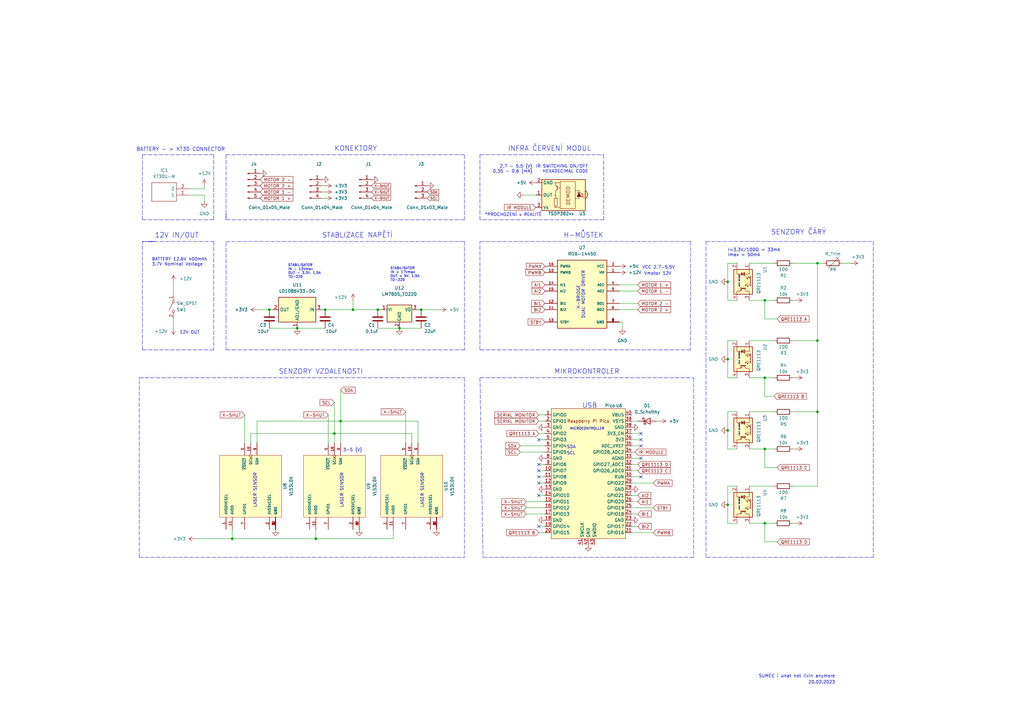
<source format=kicad_sch>
(kicad_sch (version 20211123) (generator eeschema)

  (uuid fc70a1a8-ed7c-4a0f-9b1a-f23293528385)

  (paper "A3")

  (lib_symbols
    (symbol "+5V_1" (power) (pin_names (offset 0)) (in_bom yes) (on_board yes)
      (property "Reference" "#PWR" (id 0) (at 0 -3.81 0)
        (effects (font (size 1.27 1.27)) hide)
      )
      (property "Value" "+5V_1" (id 1) (at 0 3.556 0)
        (effects (font (size 1.27 1.27)))
      )
      (property "Footprint" "" (id 2) (at 0 0 0)
        (effects (font (size 1.27 1.27)) hide)
      )
      (property "Datasheet" "" (id 3) (at 0 0 0)
        (effects (font (size 1.27 1.27)) hide)
      )
      (property "ki_keywords" "global power" (id 4) (at 0 0 0)
        (effects (font (size 1.27 1.27)) hide)
      )
      (property "ki_description" "Power symbol creates a global label with name \"+5V\"" (id 5) (at 0 0 0)
        (effects (font (size 1.27 1.27)) hide)
      )
      (symbol "+5V_1_0_1"
        (polyline
          (pts
            (xy -0.762 1.27)
            (xy 0 2.54)
          )
          (stroke (width 0) (type default) (color 0 0 0 0))
          (fill (type none))
        )
        (polyline
          (pts
            (xy 0 0)
            (xy 0 2.54)
          )
          (stroke (width 0) (type default) (color 0 0 0 0))
          (fill (type none))
        )
        (polyline
          (pts
            (xy 0 2.54)
            (xy 0.762 1.27)
          )
          (stroke (width 0) (type default) (color 0 0 0 0))
          (fill (type none))
        )
      )
      (symbol "+5V_1_1_1"
        (pin power_in line (at 0 0 90) (length 0) hide
          (name "+5V" (effects (font (size 1.27 1.27))))
          (number "1" (effects (font (size 1.27 1.27))))
        )
      )
    )
    (symbol "Connector:Conn_01x03_Male" (pin_names (offset 1.016) hide) (in_bom yes) (on_board yes)
      (property "Reference" "J" (id 0) (at 0 5.08 0)
        (effects (font (size 1.27 1.27)))
      )
      (property "Value" "Conn_01x03_Male" (id 1) (at 0 -5.08 0)
        (effects (font (size 1.27 1.27)))
      )
      (property "Footprint" "" (id 2) (at 0 0 0)
        (effects (font (size 1.27 1.27)) hide)
      )
      (property "Datasheet" "~" (id 3) (at 0 0 0)
        (effects (font (size 1.27 1.27)) hide)
      )
      (property "ki_keywords" "connector" (id 4) (at 0 0 0)
        (effects (font (size 1.27 1.27)) hide)
      )
      (property "ki_description" "Generic connector, single row, 01x03, script generated (kicad-library-utils/schlib/autogen/connector/)" (id 5) (at 0 0 0)
        (effects (font (size 1.27 1.27)) hide)
      )
      (property "ki_fp_filters" "Connector*:*_1x??_*" (id 6) (at 0 0 0)
        (effects (font (size 1.27 1.27)) hide)
      )
      (symbol "Conn_01x03_Male_1_1"
        (polyline
          (pts
            (xy 1.27 -2.54)
            (xy 0.8636 -2.54)
          )
          (stroke (width 0.1524) (type default) (color 0 0 0 0))
          (fill (type none))
        )
        (polyline
          (pts
            (xy 1.27 0)
            (xy 0.8636 0)
          )
          (stroke (width 0.1524) (type default) (color 0 0 0 0))
          (fill (type none))
        )
        (polyline
          (pts
            (xy 1.27 2.54)
            (xy 0.8636 2.54)
          )
          (stroke (width 0.1524) (type default) (color 0 0 0 0))
          (fill (type none))
        )
        (rectangle (start 0.8636 -2.413) (end 0 -2.667)
          (stroke (width 0.1524) (type default) (color 0 0 0 0))
          (fill (type outline))
        )
        (rectangle (start 0.8636 0.127) (end 0 -0.127)
          (stroke (width 0.1524) (type default) (color 0 0 0 0))
          (fill (type outline))
        )
        (rectangle (start 0.8636 2.667) (end 0 2.413)
          (stroke (width 0.1524) (type default) (color 0 0 0 0))
          (fill (type outline))
        )
        (pin passive line (at 5.08 2.54 180) (length 3.81)
          (name "Pin_1" (effects (font (size 1.27 1.27))))
          (number "1" (effects (font (size 1.27 1.27))))
        )
        (pin passive line (at 5.08 0 180) (length 3.81)
          (name "Pin_2" (effects (font (size 1.27 1.27))))
          (number "2" (effects (font (size 1.27 1.27))))
        )
        (pin passive line (at 5.08 -2.54 180) (length 3.81)
          (name "Pin_3" (effects (font (size 1.27 1.27))))
          (number "3" (effects (font (size 1.27 1.27))))
        )
      )
    )
    (symbol "Connector:Conn_01x04_Male" (pin_names (offset 1.016) hide) (in_bom yes) (on_board yes)
      (property "Reference" "J" (id 0) (at 0 5.08 0)
        (effects (font (size 1.27 1.27)))
      )
      (property "Value" "Conn_01x04_Male" (id 1) (at 0 -7.62 0)
        (effects (font (size 1.27 1.27)))
      )
      (property "Footprint" "" (id 2) (at 0 0 0)
        (effects (font (size 1.27 1.27)) hide)
      )
      (property "Datasheet" "~" (id 3) (at 0 0 0)
        (effects (font (size 1.27 1.27)) hide)
      )
      (property "ki_keywords" "connector" (id 4) (at 0 0 0)
        (effects (font (size 1.27 1.27)) hide)
      )
      (property "ki_description" "Generic connector, single row, 01x04, script generated (kicad-library-utils/schlib/autogen/connector/)" (id 5) (at 0 0 0)
        (effects (font (size 1.27 1.27)) hide)
      )
      (property "ki_fp_filters" "Connector*:*_1x??_*" (id 6) (at 0 0 0)
        (effects (font (size 1.27 1.27)) hide)
      )
      (symbol "Conn_01x04_Male_1_1"
        (polyline
          (pts
            (xy 1.27 -5.08)
            (xy 0.8636 -5.08)
          )
          (stroke (width 0.1524) (type default) (color 0 0 0 0))
          (fill (type none))
        )
        (polyline
          (pts
            (xy 1.27 -2.54)
            (xy 0.8636 -2.54)
          )
          (stroke (width 0.1524) (type default) (color 0 0 0 0))
          (fill (type none))
        )
        (polyline
          (pts
            (xy 1.27 0)
            (xy 0.8636 0)
          )
          (stroke (width 0.1524) (type default) (color 0 0 0 0))
          (fill (type none))
        )
        (polyline
          (pts
            (xy 1.27 2.54)
            (xy 0.8636 2.54)
          )
          (stroke (width 0.1524) (type default) (color 0 0 0 0))
          (fill (type none))
        )
        (rectangle (start 0.8636 -4.953) (end 0 -5.207)
          (stroke (width 0.1524) (type default) (color 0 0 0 0))
          (fill (type outline))
        )
        (rectangle (start 0.8636 -2.413) (end 0 -2.667)
          (stroke (width 0.1524) (type default) (color 0 0 0 0))
          (fill (type outline))
        )
        (rectangle (start 0.8636 0.127) (end 0 -0.127)
          (stroke (width 0.1524) (type default) (color 0 0 0 0))
          (fill (type outline))
        )
        (rectangle (start 0.8636 2.667) (end 0 2.413)
          (stroke (width 0.1524) (type default) (color 0 0 0 0))
          (fill (type outline))
        )
        (pin passive line (at 5.08 2.54 180) (length 3.81)
          (name "Pin_1" (effects (font (size 1.27 1.27))))
          (number "1" (effects (font (size 1.27 1.27))))
        )
        (pin passive line (at 5.08 0 180) (length 3.81)
          (name "Pin_2" (effects (font (size 1.27 1.27))))
          (number "2" (effects (font (size 1.27 1.27))))
        )
        (pin passive line (at 5.08 -2.54 180) (length 3.81)
          (name "Pin_3" (effects (font (size 1.27 1.27))))
          (number "3" (effects (font (size 1.27 1.27))))
        )
        (pin passive line (at 5.08 -5.08 180) (length 3.81)
          (name "Pin_4" (effects (font (size 1.27 1.27))))
          (number "4" (effects (font (size 1.27 1.27))))
        )
      )
    )
    (symbol "Connector:Conn_01x05_Male" (pin_names (offset 1.016) hide) (in_bom yes) (on_board yes)
      (property "Reference" "J" (id 0) (at 0 7.62 0)
        (effects (font (size 1.27 1.27)))
      )
      (property "Value" "Conn_01x05_Male" (id 1) (at 0 -7.62 0)
        (effects (font (size 1.27 1.27)))
      )
      (property "Footprint" "" (id 2) (at 0 0 0)
        (effects (font (size 1.27 1.27)) hide)
      )
      (property "Datasheet" "~" (id 3) (at 0 0 0)
        (effects (font (size 1.27 1.27)) hide)
      )
      (property "ki_keywords" "connector" (id 4) (at 0 0 0)
        (effects (font (size 1.27 1.27)) hide)
      )
      (property "ki_description" "Generic connector, single row, 01x05, script generated (kicad-library-utils/schlib/autogen/connector/)" (id 5) (at 0 0 0)
        (effects (font (size 1.27 1.27)) hide)
      )
      (property "ki_fp_filters" "Connector*:*_1x??_*" (id 6) (at 0 0 0)
        (effects (font (size 1.27 1.27)) hide)
      )
      (symbol "Conn_01x05_Male_1_1"
        (polyline
          (pts
            (xy 1.27 -5.08)
            (xy 0.8636 -5.08)
          )
          (stroke (width 0.1524) (type default) (color 0 0 0 0))
          (fill (type none))
        )
        (polyline
          (pts
            (xy 1.27 -2.54)
            (xy 0.8636 -2.54)
          )
          (stroke (width 0.1524) (type default) (color 0 0 0 0))
          (fill (type none))
        )
        (polyline
          (pts
            (xy 1.27 0)
            (xy 0.8636 0)
          )
          (stroke (width 0.1524) (type default) (color 0 0 0 0))
          (fill (type none))
        )
        (polyline
          (pts
            (xy 1.27 2.54)
            (xy 0.8636 2.54)
          )
          (stroke (width 0.1524) (type default) (color 0 0 0 0))
          (fill (type none))
        )
        (polyline
          (pts
            (xy 1.27 5.08)
            (xy 0.8636 5.08)
          )
          (stroke (width 0.1524) (type default) (color 0 0 0 0))
          (fill (type none))
        )
        (rectangle (start 0.8636 -4.953) (end 0 -5.207)
          (stroke (width 0.1524) (type default) (color 0 0 0 0))
          (fill (type outline))
        )
        (rectangle (start 0.8636 -2.413) (end 0 -2.667)
          (stroke (width 0.1524) (type default) (color 0 0 0 0))
          (fill (type outline))
        )
        (rectangle (start 0.8636 0.127) (end 0 -0.127)
          (stroke (width 0.1524) (type default) (color 0 0 0 0))
          (fill (type outline))
        )
        (rectangle (start 0.8636 2.667) (end 0 2.413)
          (stroke (width 0.1524) (type default) (color 0 0 0 0))
          (fill (type outline))
        )
        (rectangle (start 0.8636 5.207) (end 0 4.953)
          (stroke (width 0.1524) (type default) (color 0 0 0 0))
          (fill (type outline))
        )
        (pin passive line (at 5.08 5.08 180) (length 3.81)
          (name "Pin_1" (effects (font (size 1.27 1.27))))
          (number "1" (effects (font (size 1.27 1.27))))
        )
        (pin passive line (at 5.08 2.54 180) (length 3.81)
          (name "Pin_2" (effects (font (size 1.27 1.27))))
          (number "2" (effects (font (size 1.27 1.27))))
        )
        (pin passive line (at 5.08 0 180) (length 3.81)
          (name "Pin_3" (effects (font (size 1.27 1.27))))
          (number "3" (effects (font (size 1.27 1.27))))
        )
        (pin passive line (at 5.08 -2.54 180) (length 3.81)
          (name "Pin_4" (effects (font (size 1.27 1.27))))
          (number "4" (effects (font (size 1.27 1.27))))
        )
        (pin passive line (at 5.08 -5.08 180) (length 3.81)
          (name "Pin_5" (effects (font (size 1.27 1.27))))
          (number "5" (effects (font (size 1.27 1.27))))
        )
      )
    )
    (symbol "Device:C" (pin_numbers hide) (pin_names (offset 0.254)) (in_bom yes) (on_board yes)
      (property "Reference" "C" (id 0) (at 0.635 2.54 0)
        (effects (font (size 1.27 1.27)) (justify left))
      )
      (property "Value" "C" (id 1) (at 0.635 -2.54 0)
        (effects (font (size 1.27 1.27)) (justify left))
      )
      (property "Footprint" "" (id 2) (at 0.9652 -3.81 0)
        (effects (font (size 1.27 1.27)) hide)
      )
      (property "Datasheet" "~" (id 3) (at 0 0 0)
        (effects (font (size 1.27 1.27)) hide)
      )
      (property "ki_keywords" "cap capacitor" (id 4) (at 0 0 0)
        (effects (font (size 1.27 1.27)) hide)
      )
      (property "ki_description" "Unpolarized capacitor" (id 5) (at 0 0 0)
        (effects (font (size 1.27 1.27)) hide)
      )
      (property "ki_fp_filters" "C_*" (id 6) (at 0 0 0)
        (effects (font (size 1.27 1.27)) hide)
      )
      (symbol "C_0_1"
        (polyline
          (pts
            (xy -2.032 -0.762)
            (xy 2.032 -0.762)
          )
          (stroke (width 0.508) (type default) (color 0 0 0 0))
          (fill (type none))
        )
        (polyline
          (pts
            (xy -2.032 0.762)
            (xy 2.032 0.762)
          )
          (stroke (width 0.508) (type default) (color 0 0 0 0))
          (fill (type none))
        )
      )
      (symbol "C_1_1"
        (pin passive line (at 0 3.81 270) (length 2.794)
          (name "~" (effects (font (size 1.27 1.27))))
          (number "1" (effects (font (size 1.27 1.27))))
        )
        (pin passive line (at 0 -3.81 90) (length 2.794)
          (name "~" (effects (font (size 1.27 1.27))))
          (number "2" (effects (font (size 1.27 1.27))))
        )
      )
    )
    (symbol "Device:D_Schottky" (pin_numbers hide) (pin_names (offset 1.016) hide) (in_bom yes) (on_board yes)
      (property "Reference" "D" (id 0) (at 0 2.54 0)
        (effects (font (size 1.27 1.27)))
      )
      (property "Value" "D_Schottky" (id 1) (at 0 -2.54 0)
        (effects (font (size 1.27 1.27)))
      )
      (property "Footprint" "" (id 2) (at 0 0 0)
        (effects (font (size 1.27 1.27)) hide)
      )
      (property "Datasheet" "~" (id 3) (at 0 0 0)
        (effects (font (size 1.27 1.27)) hide)
      )
      (property "ki_keywords" "diode Schottky" (id 4) (at 0 0 0)
        (effects (font (size 1.27 1.27)) hide)
      )
      (property "ki_description" "Schottky diode" (id 5) (at 0 0 0)
        (effects (font (size 1.27 1.27)) hide)
      )
      (property "ki_fp_filters" "TO-???* *_Diode_* *SingleDiode* D_*" (id 6) (at 0 0 0)
        (effects (font (size 1.27 1.27)) hide)
      )
      (symbol "D_Schottky_0_1"
        (polyline
          (pts
            (xy 1.27 0)
            (xy -1.27 0)
          )
          (stroke (width 0) (type default) (color 0 0 0 0))
          (fill (type none))
        )
        (polyline
          (pts
            (xy 1.27 1.27)
            (xy 1.27 -1.27)
            (xy -1.27 0)
            (xy 1.27 1.27)
          )
          (stroke (width 0.254) (type default) (color 0 0 0 0))
          (fill (type none))
        )
        (polyline
          (pts
            (xy -1.905 0.635)
            (xy -1.905 1.27)
            (xy -1.27 1.27)
            (xy -1.27 -1.27)
            (xy -0.635 -1.27)
            (xy -0.635 -0.635)
          )
          (stroke (width 0.254) (type default) (color 0 0 0 0))
          (fill (type none))
        )
      )
      (symbol "D_Schottky_1_1"
        (pin passive line (at -3.81 0 0) (length 2.54)
          (name "K" (effects (font (size 1.27 1.27))))
          (number "1" (effects (font (size 1.27 1.27))))
        )
        (pin passive line (at 3.81 0 180) (length 2.54)
          (name "A" (effects (font (size 1.27 1.27))))
          (number "2" (effects (font (size 1.27 1.27))))
        )
      )
    )
    (symbol "Device:R" (pin_numbers hide) (pin_names (offset 0)) (in_bom yes) (on_board yes)
      (property "Reference" "R" (id 0) (at 2.032 0 90)
        (effects (font (size 1.27 1.27)))
      )
      (property "Value" "R" (id 1) (at 0 0 90)
        (effects (font (size 1.27 1.27)))
      )
      (property "Footprint" "" (id 2) (at -1.778 0 90)
        (effects (font (size 1.27 1.27)) hide)
      )
      (property "Datasheet" "~" (id 3) (at 0 0 0)
        (effects (font (size 1.27 1.27)) hide)
      )
      (property "ki_keywords" "R res resistor" (id 4) (at 0 0 0)
        (effects (font (size 1.27 1.27)) hide)
      )
      (property "ki_description" "Resistor" (id 5) (at 0 0 0)
        (effects (font (size 1.27 1.27)) hide)
      )
      (property "ki_fp_filters" "R_*" (id 6) (at 0 0 0)
        (effects (font (size 1.27 1.27)) hide)
      )
      (symbol "R_0_1"
        (rectangle (start -1.016 -2.54) (end 1.016 2.54)
          (stroke (width 0.254) (type default) (color 0 0 0 0))
          (fill (type none))
        )
      )
      (symbol "R_1_1"
        (pin passive line (at 0 3.81 270) (length 1.27)
          (name "~" (effects (font (size 1.27 1.27))))
          (number "1" (effects (font (size 1.27 1.27))))
        )
        (pin passive line (at 0 -3.81 90) (length 1.27)
          (name "~" (effects (font (size 1.27 1.27))))
          (number "2" (effects (font (size 1.27 1.27))))
        )
      )
    )
    (symbol "Device:R_Trim" (pin_numbers hide) (pin_names (offset 0)) (in_bom yes) (on_board yes)
      (property "Reference" "R" (id 0) (at 2.54 -2.54 90)
        (effects (font (size 1.27 1.27)) (justify left))
      )
      (property "Value" "R_Trim" (id 1) (at -2.54 -0.635 90)
        (effects (font (size 1.27 1.27)) (justify left))
      )
      (property "Footprint" "" (id 2) (at -1.778 0 90)
        (effects (font (size 1.27 1.27)) hide)
      )
      (property "Datasheet" "~" (id 3) (at 0 0 0)
        (effects (font (size 1.27 1.27)) hide)
      )
      (property "ki_keywords" "R res resistor variable potentiometer trimmer" (id 4) (at 0 0 0)
        (effects (font (size 1.27 1.27)) hide)
      )
      (property "ki_description" "Trimmable resistor (preset resistor)" (id 5) (at 0 0 0)
        (effects (font (size 1.27 1.27)) hide)
      )
      (property "ki_fp_filters" "R_*" (id 6) (at 0 0 0)
        (effects (font (size 1.27 1.27)) hide)
      )
      (symbol "R_Trim_0_1"
        (rectangle (start -1.016 -2.54) (end 1.016 2.54)
          (stroke (width 0.254) (type default) (color 0 0 0 0))
          (fill (type none))
        )
        (polyline
          (pts
            (xy -1.905 -1.905)
            (xy 1.905 1.905)
            (xy 2.54 1.27)
            (xy 1.27 2.54)
          )
          (stroke (width 0) (type default) (color 0 0 0 0))
          (fill (type none))
        )
      )
      (symbol "R_Trim_1_1"
        (pin passive line (at 0 3.81 270) (length 1.27)
          (name "~" (effects (font (size 1.27 1.27))))
          (number "1" (effects (font (size 1.27 1.27))))
        )
        (pin passive line (at 0 -3.81 90) (length 1.27)
          (name "~" (effects (font (size 1.27 1.27))))
          (number "2" (effects (font (size 1.27 1.27))))
        )
      )
    )
    (symbol "Interface_Optical:TSOP382xx" (in_bom yes) (on_board yes)
      (property "Reference" "U" (id 0) (at -10.16 7.62 0)
        (effects (font (size 1.27 1.27)) (justify left))
      )
      (property "Value" "TSOP382xx" (id 1) (at -10.16 -7.62 0)
        (effects (font (size 1.27 1.27)) (justify left))
      )
      (property "Footprint" "OptoDevice:Vishay_MINICAST-3Pin" (id 2) (at -1.27 -9.525 0)
        (effects (font (size 1.27 1.27)) hide)
      )
      (property "Datasheet" "http://www.vishay.com/docs/82491/tsop382.pdf" (id 3) (at 16.51 7.62 0)
        (effects (font (size 1.27 1.27)) hide)
      )
      (property "ki_keywords" "opto IR receiver" (id 4) (at 0 0 0)
        (effects (font (size 1.27 1.27)) hide)
      )
      (property "ki_description" "Photo Modules for PCM Remote Control Systems" (id 5) (at 0 0 0)
        (effects (font (size 1.27 1.27)) hide)
      )
      (property "ki_fp_filters" "Vishay*MINICAST*" (id 6) (at 0 0 0)
        (effects (font (size 1.27 1.27)) hide)
      )
      (symbol "TSOP382xx_0_0"
        (arc (start -10.287 1.397) (mid -11.0899 -0.1852) (end -10.287 -1.778)
          (stroke (width 0.254) (type default) (color 0 0 0 0))
          (fill (type background))
        )
        (polyline
          (pts
            (xy 1.905 -5.08)
            (xy 0.127 -5.08)
          )
          (stroke (width 0) (type default) (color 0 0 0 0))
          (fill (type none))
        )
        (polyline
          (pts
            (xy 1.905 5.08)
            (xy 0.127 5.08)
          )
          (stroke (width 0) (type default) (color 0 0 0 0))
          (fill (type none))
        )
        (text "DEMOD" (at -3.175 0.254 900)
          (effects (font (size 1.524 1.524)))
        )
      )
      (symbol "TSOP382xx_0_1"
        (rectangle (start -6.096 5.588) (end 0.127 -5.588)
          (stroke (width 0) (type default) (color 0 0 0 0))
          (fill (type none))
        )
        (polyline
          (pts
            (xy -8.763 0.381)
            (xy -9.652 1.27)
          )
          (stroke (width 0) (type default) (color 0 0 0 0))
          (fill (type none))
        )
        (polyline
          (pts
            (xy -8.763 0.381)
            (xy -9.271 0.381)
          )
          (stroke (width 0) (type default) (color 0 0 0 0))
          (fill (type none))
        )
        (polyline
          (pts
            (xy -8.763 0.381)
            (xy -8.763 0.889)
          )
          (stroke (width 0) (type default) (color 0 0 0 0))
          (fill (type none))
        )
        (polyline
          (pts
            (xy -8.636 -0.635)
            (xy -9.525 0.254)
          )
          (stroke (width 0) (type default) (color 0 0 0 0))
          (fill (type none))
        )
        (polyline
          (pts
            (xy -8.636 -0.635)
            (xy -9.144 -0.635)
          )
          (stroke (width 0) (type default) (color 0 0 0 0))
          (fill (type none))
        )
        (polyline
          (pts
            (xy -8.636 -0.635)
            (xy -8.636 -0.127)
          )
          (stroke (width 0) (type default) (color 0 0 0 0))
          (fill (type none))
        )
        (polyline
          (pts
            (xy -8.382 -1.016)
            (xy -6.731 -1.016)
          )
          (stroke (width 0) (type default) (color 0 0 0 0))
          (fill (type none))
        )
        (polyline
          (pts
            (xy 1.27 -2.921)
            (xy 0.127 -2.921)
          )
          (stroke (width 0) (type default) (color 0 0 0 0))
          (fill (type none))
        )
        (polyline
          (pts
            (xy 1.27 -1.905)
            (xy 1.27 -3.81)
          )
          (stroke (width 0) (type default) (color 0 0 0 0))
          (fill (type none))
        )
        (polyline
          (pts
            (xy 1.397 -3.556)
            (xy 1.524 -3.556)
          )
          (stroke (width 0) (type default) (color 0 0 0 0))
          (fill (type none))
        )
        (polyline
          (pts
            (xy 1.651 -3.556)
            (xy 1.524 -3.556)
          )
          (stroke (width 0) (type default) (color 0 0 0 0))
          (fill (type none))
        )
        (polyline
          (pts
            (xy 1.651 -3.556)
            (xy 1.651 -3.302)
          )
          (stroke (width 0) (type default) (color 0 0 0 0))
          (fill (type none))
        )
        (polyline
          (pts
            (xy 1.905 0)
            (xy 1.905 1.27)
          )
          (stroke (width 0) (type default) (color 0 0 0 0))
          (fill (type none))
        )
        (polyline
          (pts
            (xy 1.905 4.445)
            (xy 1.905 5.08)
            (xy 2.54 5.08)
          )
          (stroke (width 0) (type default) (color 0 0 0 0))
          (fill (type none))
        )
        (polyline
          (pts
            (xy -8.382 0.635)
            (xy -6.731 0.635)
            (xy -7.62 -1.016)
            (xy -8.382 0.635)
          )
          (stroke (width 0) (type default) (color 0 0 0 0))
          (fill (type outline))
        )
        (polyline
          (pts
            (xy -6.096 1.397)
            (xy -7.62 1.397)
            (xy -7.62 -1.778)
            (xy -6.096 -1.778)
          )
          (stroke (width 0) (type default) (color 0 0 0 0))
          (fill (type none))
        )
        (polyline
          (pts
            (xy 1.27 -3.175)
            (xy 1.905 -3.81)
            (xy 1.905 -5.08)
            (xy 2.54 -5.08)
          )
          (stroke (width 0) (type default) (color 0 0 0 0))
          (fill (type none))
        )
        (polyline
          (pts
            (xy 1.27 -2.54)
            (xy 1.905 -1.905)
            (xy 1.905 0)
            (xy 2.54 0)
          )
          (stroke (width 0) (type default) (color 0 0 0 0))
          (fill (type none))
        )
        (rectangle (start 2.54 1.27) (end 1.27 4.445)
          (stroke (width 0) (type default) (color 0 0 0 0))
          (fill (type none))
        )
        (rectangle (start 7.62 6.35) (end -10.16 -6.35)
          (stroke (width 0.254) (type default) (color 0 0 0 0))
          (fill (type background))
        )
      )
      (symbol "TSOP382xx_1_1"
        (pin output line (at 10.16 0 180) (length 2.54)
          (name "OUT" (effects (font (size 1.27 1.27))))
          (number "1" (effects (font (size 1.27 1.27))))
        )
        (pin power_in line (at 10.16 -5.08 180) (length 2.54)
          (name "GND" (effects (font (size 1.27 1.27))))
          (number "2" (effects (font (size 1.27 1.27))))
        )
        (pin power_in line (at 10.16 5.08 180) (length 2.54)
          (name "Vs" (effects (font (size 1.27 1.27))))
          (number "3" (effects (font (size 1.27 1.27))))
        )
      )
    )
    (symbol "MCU_RaspberryPi_and_Boards:Pico" (in_bom yes) (on_board yes)
      (property "Reference" "U" (id 0) (at -13.97 27.94 0)
        (effects (font (size 1.27 1.27)))
      )
      (property "Value" "Pico" (id 1) (at 0 19.05 0)
        (effects (font (size 1.27 1.27)))
      )
      (property "Footprint" "RPi_Pico:RPi_Pico_SMD_TH" (id 2) (at 0 0 90)
        (effects (font (size 1.27 1.27)) hide)
      )
      (property "Datasheet" "" (id 3) (at 0 0 0)
        (effects (font (size 1.27 1.27)) hide)
      )
      (symbol "Pico_0_0"
        (text "Raspberry Pi Pico" (at 0 21.59 0)
          (effects (font (size 1.27 1.27)))
        )
      )
      (symbol "Pico_0_1"
        (rectangle (start -15.24 26.67) (end 15.24 -26.67)
          (stroke (width 0) (type default) (color 0 0 0 0))
          (fill (type background))
        )
      )
      (symbol "Pico_1_1"
        (pin bidirectional line (at -17.78 24.13 0) (length 2.54)
          (name "GPIO0" (effects (font (size 1.27 1.27))))
          (number "1" (effects (font (size 1.27 1.27))))
        )
        (pin bidirectional line (at -17.78 1.27 0) (length 2.54)
          (name "GPIO7" (effects (font (size 1.27 1.27))))
          (number "10" (effects (font (size 1.27 1.27))))
        )
        (pin bidirectional line (at -17.78 -1.27 0) (length 2.54)
          (name "GPIO8" (effects (font (size 1.27 1.27))))
          (number "11" (effects (font (size 1.27 1.27))))
        )
        (pin bidirectional line (at -17.78 -3.81 0) (length 2.54)
          (name "GPIO9" (effects (font (size 1.27 1.27))))
          (number "12" (effects (font (size 1.27 1.27))))
        )
        (pin power_in line (at -17.78 -6.35 0) (length 2.54)
          (name "GND" (effects (font (size 1.27 1.27))))
          (number "13" (effects (font (size 1.27 1.27))))
        )
        (pin bidirectional line (at -17.78 -8.89 0) (length 2.54)
          (name "GPIO10" (effects (font (size 1.27 1.27))))
          (number "14" (effects (font (size 1.27 1.27))))
        )
        (pin bidirectional line (at -17.78 -11.43 0) (length 2.54)
          (name "GPIO11" (effects (font (size 1.27 1.27))))
          (number "15" (effects (font (size 1.27 1.27))))
        )
        (pin bidirectional line (at -17.78 -13.97 0) (length 2.54)
          (name "GPIO12" (effects (font (size 1.27 1.27))))
          (number "16" (effects (font (size 1.27 1.27))))
        )
        (pin bidirectional line (at -17.78 -16.51 0) (length 2.54)
          (name "GPIO13" (effects (font (size 1.27 1.27))))
          (number "17" (effects (font (size 1.27 1.27))))
        )
        (pin power_in line (at -17.78 -19.05 0) (length 2.54)
          (name "GND" (effects (font (size 1.27 1.27))))
          (number "18" (effects (font (size 1.27 1.27))))
        )
        (pin bidirectional line (at -17.78 -21.59 0) (length 2.54)
          (name "GPIO14" (effects (font (size 1.27 1.27))))
          (number "19" (effects (font (size 1.27 1.27))))
        )
        (pin bidirectional line (at -17.78 21.59 0) (length 2.54)
          (name "GPIO1" (effects (font (size 1.27 1.27))))
          (number "2" (effects (font (size 1.27 1.27))))
        )
        (pin bidirectional line (at -17.78 -24.13 0) (length 2.54)
          (name "GPIO15" (effects (font (size 1.27 1.27))))
          (number "20" (effects (font (size 1.27 1.27))))
        )
        (pin bidirectional line (at 17.78 -24.13 180) (length 2.54)
          (name "GPIO16" (effects (font (size 1.27 1.27))))
          (number "21" (effects (font (size 1.27 1.27))))
        )
        (pin bidirectional line (at 17.78 -21.59 180) (length 2.54)
          (name "GPIO17" (effects (font (size 1.27 1.27))))
          (number "22" (effects (font (size 1.27 1.27))))
        )
        (pin power_in line (at 17.78 -19.05 180) (length 2.54)
          (name "GND" (effects (font (size 1.27 1.27))))
          (number "23" (effects (font (size 1.27 1.27))))
        )
        (pin bidirectional line (at 17.78 -16.51 180) (length 2.54)
          (name "GPIO18" (effects (font (size 1.27 1.27))))
          (number "24" (effects (font (size 1.27 1.27))))
        )
        (pin bidirectional line (at 17.78 -13.97 180) (length 2.54)
          (name "GPIO19" (effects (font (size 1.27 1.27))))
          (number "25" (effects (font (size 1.27 1.27))))
        )
        (pin bidirectional line (at 17.78 -11.43 180) (length 2.54)
          (name "GPIO20" (effects (font (size 1.27 1.27))))
          (number "26" (effects (font (size 1.27 1.27))))
        )
        (pin bidirectional line (at 17.78 -8.89 180) (length 2.54)
          (name "GPIO21" (effects (font (size 1.27 1.27))))
          (number "27" (effects (font (size 1.27 1.27))))
        )
        (pin power_in line (at 17.78 -6.35 180) (length 2.54)
          (name "GND" (effects (font (size 1.27 1.27))))
          (number "28" (effects (font (size 1.27 1.27))))
        )
        (pin bidirectional line (at 17.78 -3.81 180) (length 2.54)
          (name "GPIO22" (effects (font (size 1.27 1.27))))
          (number "29" (effects (font (size 1.27 1.27))))
        )
        (pin power_in line (at -17.78 19.05 0) (length 2.54)
          (name "GND" (effects (font (size 1.27 1.27))))
          (number "3" (effects (font (size 1.27 1.27))))
        )
        (pin input line (at 17.78 -1.27 180) (length 2.54)
          (name "RUN" (effects (font (size 1.27 1.27))))
          (number "30" (effects (font (size 1.27 1.27))))
        )
        (pin bidirectional line (at 17.78 1.27 180) (length 2.54)
          (name "GPIO26_ADC0" (effects (font (size 1.27 1.27))))
          (number "31" (effects (font (size 1.27 1.27))))
        )
        (pin bidirectional line (at 17.78 3.81 180) (length 2.54)
          (name "GPIO27_ADC1" (effects (font (size 1.27 1.27))))
          (number "32" (effects (font (size 1.27 1.27))))
        )
        (pin power_in line (at 17.78 6.35 180) (length 2.54)
          (name "AGND" (effects (font (size 1.27 1.27))))
          (number "33" (effects (font (size 1.27 1.27))))
        )
        (pin bidirectional line (at 17.78 8.89 180) (length 2.54)
          (name "GPIO28_ADC2" (effects (font (size 1.27 1.27))))
          (number "34" (effects (font (size 1.27 1.27))))
        )
        (pin power_in line (at 17.78 11.43 180) (length 2.54)
          (name "ADC_VREF" (effects (font (size 1.27 1.27))))
          (number "35" (effects (font (size 1.27 1.27))))
        )
        (pin power_in line (at 17.78 13.97 180) (length 2.54)
          (name "3V3" (effects (font (size 1.27 1.27))))
          (number "36" (effects (font (size 1.27 1.27))))
        )
        (pin input line (at 17.78 16.51 180) (length 2.54)
          (name "3V3_EN" (effects (font (size 1.27 1.27))))
          (number "37" (effects (font (size 1.27 1.27))))
        )
        (pin bidirectional line (at 17.78 19.05 180) (length 2.54)
          (name "GND" (effects (font (size 1.27 1.27))))
          (number "38" (effects (font (size 1.27 1.27))))
        )
        (pin power_in line (at 17.78 21.59 180) (length 2.54)
          (name "VSYS" (effects (font (size 1.27 1.27))))
          (number "39" (effects (font (size 1.27 1.27))))
        )
        (pin bidirectional line (at -17.78 16.51 0) (length 2.54)
          (name "GPIO2" (effects (font (size 1.27 1.27))))
          (number "4" (effects (font (size 1.27 1.27))))
        )
        (pin power_in line (at 17.78 24.13 180) (length 2.54)
          (name "VBUS" (effects (font (size 1.27 1.27))))
          (number "40" (effects (font (size 1.27 1.27))))
        )
        (pin input line (at -2.54 -29.21 90) (length 2.54)
          (name "SWCLK" (effects (font (size 1.27 1.27))))
          (number "41" (effects (font (size 1.27 1.27))))
        )
        (pin power_in line (at 0 -29.21 90) (length 2.54)
          (name "GND" (effects (font (size 1.27 1.27))))
          (number "42" (effects (font (size 1.27 1.27))))
        )
        (pin bidirectional line (at 2.54 -29.21 90) (length 2.54)
          (name "SWDIO" (effects (font (size 1.27 1.27))))
          (number "43" (effects (font (size 1.27 1.27))))
        )
        (pin bidirectional line (at -17.78 13.97 0) (length 2.54)
          (name "GPIO3" (effects (font (size 1.27 1.27))))
          (number "5" (effects (font (size 1.27 1.27))))
        )
        (pin bidirectional line (at -17.78 11.43 0) (length 2.54)
          (name "GPIO4" (effects (font (size 1.27 1.27))))
          (number "6" (effects (font (size 1.27 1.27))))
        )
        (pin bidirectional line (at -17.78 8.89 0) (length 2.54)
          (name "GPIO5" (effects (font (size 1.27 1.27))))
          (number "7" (effects (font (size 1.27 1.27))))
        )
        (pin power_in line (at -17.78 6.35 0) (length 2.54)
          (name "GND" (effects (font (size 1.27 1.27))))
          (number "8" (effects (font (size 1.27 1.27))))
        )
        (pin bidirectional line (at -17.78 3.81 0) (length 2.54)
          (name "GPIO6" (effects (font (size 1.27 1.27))))
          (number "9" (effects (font (size 1.27 1.27))))
        )
      )
    )
    (symbol "ROB-14450:ROB-14450" (pin_names (offset 1.016)) (in_bom yes) (on_board yes)
      (property "Reference" "U" (id 0) (at -10.16 16.002 0)
        (effects (font (size 1.27 1.27)) (justify left bottom))
      )
      (property "Value" "ROB-14450" (id 1) (at -10.16 -15.24 0)
        (effects (font (size 1.27 1.27)) (justify left bottom))
      )
      (property "Footprint" "MODULE_ROB-14450" (id 2) (at 0 0 0)
        (effects (font (size 1.27 1.27)) (justify bottom) hide)
      )
      (property "Datasheet" "" (id 3) (at 0 0 0)
        (effects (font (size 1.27 1.27)) hide)
      )
      (property "MANUFACTURER" "Sparkfun Electronics" (id 4) (at 0 0 0)
        (effects (font (size 1.27 1.27)) (justify bottom) hide)
      )
      (property "PARTREV" "11-13-17" (id 5) (at 0 0 0)
        (effects (font (size 1.27 1.27)) (justify bottom) hide)
      )
      (property "STANDARD" "Manufacturer Recommendation" (id 6) (at 0 0 0)
        (effects (font (size 1.27 1.27)) (justify bottom) hide)
      )
      (symbol "ROB-14450_0_0"
        (rectangle (start -10.16 -12.7) (end 10.16 15.24)
          (stroke (width 0.254) (type default) (color 0 0 0 0))
          (fill (type background))
        )
        (pin power_in line (at 15.24 10.16 180) (length 5.08)
          (name "VM" (effects (font (size 1.016 1.016))))
          (number "1" (effects (font (size 1.016 1.016))))
        )
        (pin input line (at -15.24 10.16 0) (length 5.08)
          (name "PWMB" (effects (font (size 1.016 1.016))))
          (number "10" (effects (font (size 1.016 1.016))))
        )
        (pin input line (at -15.24 -5.08 0) (length 5.08)
          (name "BI2" (effects (font (size 1.016 1.016))))
          (number "11" (effects (font (size 1.016 1.016))))
        )
        (pin input line (at -15.24 -2.54 0) (length 5.08)
          (name "BI1" (effects (font (size 1.016 1.016))))
          (number "12" (effects (font (size 1.016 1.016))))
        )
        (pin input line (at -15.24 -10.16 0) (length 5.08)
          (name "STBY" (effects (font (size 1.016 1.016))))
          (number "13" (effects (font (size 1.016 1.016))))
        )
        (pin input line (at -15.24 5.08 0) (length 5.08)
          (name "AI1" (effects (font (size 1.016 1.016))))
          (number "14" (effects (font (size 1.016 1.016))))
        )
        (pin input line (at -15.24 2.54 0) (length 5.08)
          (name "AI2" (effects (font (size 1.016 1.016))))
          (number "15" (effects (font (size 1.016 1.016))))
        )
        (pin input line (at -15.24 12.7 0) (length 5.08)
          (name "PWMA" (effects (font (size 1.016 1.016))))
          (number "16" (effects (font (size 1.016 1.016))))
        )
        (pin power_in line (at 15.24 12.7 180) (length 5.08)
          (name "VCC" (effects (font (size 1.016 1.016))))
          (number "2" (effects (font (size 1.016 1.016))))
        )
        (pin power_in line (at 15.24 -10.16 180) (length 5.08)
          (name "GND" (effects (font (size 1.016 1.016))))
          (number "3" (effects (font (size 1.016 1.016))))
        )
        (pin output line (at 15.24 5.08 180) (length 5.08)
          (name "A01" (effects (font (size 1.016 1.016))))
          (number "4" (effects (font (size 1.016 1.016))))
        )
        (pin output line (at 15.24 2.54 180) (length 5.08)
          (name "A02" (effects (font (size 1.016 1.016))))
          (number "5" (effects (font (size 1.016 1.016))))
        )
        (pin output line (at 15.24 -5.08 180) (length 5.08)
          (name "B02" (effects (font (size 1.016 1.016))))
          (number "6" (effects (font (size 1.016 1.016))))
        )
        (pin output line (at 15.24 -2.54 180) (length 5.08)
          (name "B01" (effects (font (size 1.016 1.016))))
          (number "7" (effects (font (size 1.016 1.016))))
        )
        (pin power_in line (at 15.24 -10.16 180) (length 5.08)
          (name "GND" (effects (font (size 1.016 1.016))))
          (number "8" (effects (font (size 1.016 1.016))))
        )
        (pin power_in line (at 15.24 -10.16 180) (length 5.08)
          (name "GND" (effects (font (size 1.016 1.016))))
          (number "9" (effects (font (size 1.016 1.016))))
        )
      )
    )
    (symbol "Regulator_Linear:LD1086V33-DG" (in_bom yes) (on_board yes)
      (property "Reference" "U" (id 0) (at 0 10.16 0)
        (effects (font (size 1.27 1.27)))
      )
      (property "Value" "LD1086V33-DG" (id 1) (at 0 7.62 0)
        (effects (font (size 1.27 1.27)))
      )
      (property "Footprint" "Package_TO_SOT_THT:TO-220-3_Vertical" (id 2) (at 0 12.7 0)
        (effects (font (size 1.27 1.27)) hide)
      )
      (property "Datasheet" "https://www.st.com/resource/en/datasheet/ld1086.pdf" (id 3) (at 0 15.24 0)
        (effects (font (size 1.27 1.27)) hide)
      )
      (property "ki_keywords" "Linear Regulator 1.5A Fixed Output" (id 4) (at 0 0 0)
        (effects (font (size 1.27 1.27)) hide)
      )
      (property "ki_description" "Positive, 1.5A 30V, Linear Regulator, Fixed Output 3.3V, TO-220" (id 5) (at 0 0 0)
        (effects (font (size 1.27 1.27)) hide)
      )
      (property "ki_fp_filters" "TO?220*" (id 6) (at 0 0 0)
        (effects (font (size 1.27 1.27)) hide)
      )
      (symbol "LD1086V33-DG_1_1"
        (rectangle (start -7.62 -5.08) (end 7.62 5.08)
          (stroke (width 0.254) (type default) (color 0 0 0 0))
          (fill (type background))
        )
        (pin input line (at 0 -7.62 90) (length 2.54)
          (name "ADJ/GND" (effects (font (size 1.27 1.27))))
          (number "1" (effects (font (size 1.27 1.27))))
        )
        (pin power_out line (at 10.16 0 180) (length 2.54)
          (name "OUT" (effects (font (size 1.27 1.27))))
          (number "2" (effects (font (size 1.27 1.27))))
        )
        (pin power_in line (at -10.16 0 0) (length 2.54)
          (name "IN" (effects (font (size 1.27 1.27))))
          (number "3" (effects (font (size 1.27 1.27))))
        )
      )
    )
    (symbol "Regulator_Linear:LM7805_TO220" (pin_names (offset 0.254)) (in_bom yes) (on_board yes)
      (property "Reference" "U" (id 0) (at -3.81 3.175 0)
        (effects (font (size 1.27 1.27)))
      )
      (property "Value" "LM7805_TO220" (id 1) (at 0 3.175 0)
        (effects (font (size 1.27 1.27)) (justify left))
      )
      (property "Footprint" "Package_TO_SOT_THT:TO-220-3_Vertical" (id 2) (at 0 5.715 0)
        (effects (font (size 1.27 1.27) italic) hide)
      )
      (property "Datasheet" "https://www.onsemi.cn/PowerSolutions/document/MC7800-D.PDF" (id 3) (at 0 -1.27 0)
        (effects (font (size 1.27 1.27)) hide)
      )
      (property "ki_keywords" "Voltage Regulator 1A Positive" (id 4) (at 0 0 0)
        (effects (font (size 1.27 1.27)) hide)
      )
      (property "ki_description" "Positive 1A 35V Linear Regulator, Fixed Output 5V, TO-220" (id 5) (at 0 0 0)
        (effects (font (size 1.27 1.27)) hide)
      )
      (property "ki_fp_filters" "TO?220*" (id 6) (at 0 0 0)
        (effects (font (size 1.27 1.27)) hide)
      )
      (symbol "LM7805_TO220_0_1"
        (rectangle (start -5.08 1.905) (end 5.08 -5.08)
          (stroke (width 0.254) (type default) (color 0 0 0 0))
          (fill (type background))
        )
      )
      (symbol "LM7805_TO220_1_1"
        (pin power_in line (at -7.62 0 0) (length 2.54)
          (name "VI" (effects (font (size 1.27 1.27))))
          (number "1" (effects (font (size 1.27 1.27))))
        )
        (pin power_in line (at 0 -7.62 90) (length 2.54)
          (name "GND" (effects (font (size 1.27 1.27))))
          (number "2" (effects (font (size 1.27 1.27))))
        )
        (pin power_out line (at 7.62 0 180) (length 2.54)
          (name "VO" (effects (font (size 1.27 1.27))))
          (number "3" (effects (font (size 1.27 1.27))))
        )
      )
    )
    (symbol "SamacSys_Parts:XT30U-M" (pin_names (offset 0.762)) (in_bom yes) (on_board yes)
      (property "Reference" "IC" (id 0) (at 16.51 7.62 0)
        (effects (font (size 1.27 1.27)) (justify left))
      )
      (property "Value" "XT30U-M" (id 1) (at 16.51 5.08 0)
        (effects (font (size 1.27 1.27)) (justify left))
      )
      (property "Footprint" "XT30UM" (id 2) (at 16.51 2.54 0)
        (effects (font (size 1.27 1.27)) (justify left) hide)
      )
      (property "Datasheet" "https://www.tme.eu/Document/3cbfa5cfa544d79584972dd5234a409e/XT30U%20SPEC.pdf" (id 3) (at 16.51 0 0)
        (effects (font (size 1.27 1.27)) (justify left) hide)
      )
      (property "Description" "Plug; DC supply; XT30; male; PIN: 2; for cable; soldering; 15A; 500V" (id 4) (at 16.51 -2.54 0)
        (effects (font (size 1.27 1.27)) (justify left) hide)
      )
      (property "Height" "10.7" (id 5) (at 16.51 -5.08 0)
        (effects (font (size 1.27 1.27)) (justify left) hide)
      )
      (property "Manufacturer_Name" "Amass" (id 6) (at 16.51 -7.62 0)
        (effects (font (size 1.27 1.27)) (justify left) hide)
      )
      (property "Manufacturer_Part_Number" "XT30U-M" (id 7) (at 16.51 -10.16 0)
        (effects (font (size 1.27 1.27)) (justify left) hide)
      )
      (property "Mouser Part Number" "" (id 8) (at 16.51 -12.7 0)
        (effects (font (size 1.27 1.27)) (justify left) hide)
      )
      (property "Mouser Price/Stock" "" (id 9) (at 16.51 -15.24 0)
        (effects (font (size 1.27 1.27)) (justify left) hide)
      )
      (property "Arrow Part Number" "" (id 10) (at 16.51 -17.78 0)
        (effects (font (size 1.27 1.27)) (justify left) hide)
      )
      (property "Arrow Price/Stock" "" (id 11) (at 16.51 -20.32 0)
        (effects (font (size 1.27 1.27)) (justify left) hide)
      )
      (property "Mouser Testing Part Number" "" (id 12) (at 16.51 -22.86 0)
        (effects (font (size 1.27 1.27)) (justify left) hide)
      )
      (property "Mouser Testing Price/Stock" "" (id 13) (at 16.51 -25.4 0)
        (effects (font (size 1.27 1.27)) (justify left) hide)
      )
      (property "ki_description" "Plug; DC supply; XT30; male; PIN: 2; for cable; soldering; 15A; 500V" (id 14) (at 0 0 0)
        (effects (font (size 1.27 1.27)) hide)
      )
      (symbol "XT30U-M_0_0"
        (pin passive line (at 0 0 0) (length 5.08)
          (name "1" (effects (font (size 1.27 1.27))))
          (number "1" (effects (font (size 1.27 1.27))))
        )
        (pin passive line (at 0 -2.54 0) (length 5.08)
          (name "2" (effects (font (size 1.27 1.27))))
          (number "2" (effects (font (size 1.27 1.27))))
        )
      )
      (symbol "XT30U-M_0_1"
        (polyline
          (pts
            (xy 5.08 2.54)
            (xy 15.24 2.54)
            (xy 15.24 -5.08)
            (xy 5.08 -5.08)
            (xy 5.08 2.54)
          )
          (stroke (width 0.1524) (type default) (color 0 0 0 0))
          (fill (type none))
        )
      )
    )
    (symbol "Sensor_Proximity:QRE1113" (pin_names (offset 0.0254) hide) (in_bom yes) (on_board yes)
      (property "Reference" "U" (id 0) (at -3.81 5.08 0)
        (effects (font (size 1.27 1.27)))
      )
      (property "Value" "QRE1113" (id 1) (at 8.89 5.08 0)
        (effects (font (size 1.27 1.27)) (justify right))
      )
      (property "Footprint" "OptoDevice:OnSemi_CASE100AQ" (id 2) (at 0 -5.08 0)
        (effects (font (size 1.27 1.27)) hide)
      )
      (property "Datasheet" "http://www.onsemi.com/pub/Collateral/QRE1113-D.PDF" (id 3) (at 0 2.54 0)
        (effects (font (size 1.27 1.27)) hide)
      )
      (property "ki_keywords" "Reflective Optical Sensor Opto reflex coupler" (id 4) (at 0 0 0)
        (effects (font (size 1.27 1.27)) hide)
      )
      (property "ki_description" "Miniature Reflective Optical Object Sensor, DIP-like THT-package" (id 5) (at 0 0 0)
        (effects (font (size 1.27 1.27)) hide)
      )
      (property "ki_fp_filters" "OnSemi*CASE100AQ*" (id 6) (at 0 0 0)
        (effects (font (size 1.27 1.27)) hide)
      )
      (symbol "QRE1113_0_1"
        (polyline
          (pts
            (xy -3.81 -0.635)
            (xy -2.54 -0.635)
          )
          (stroke (width 0.254) (type default) (color 0 0 0 0))
          (fill (type none))
        )
        (polyline
          (pts
            (xy -2.286 2.921)
            (xy -2.032 3.175)
          )
          (stroke (width 0) (type default) (color 0 0 0 0))
          (fill (type none))
        )
        (polyline
          (pts
            (xy -1.778 2.921)
            (xy -1.524 3.175)
          )
          (stroke (width 0) (type default) (color 0 0 0 0))
          (fill (type none))
        )
        (polyline
          (pts
            (xy -1.524 2.667)
            (xy -1.651 2.159)
          )
          (stroke (width 0) (type default) (color 0 0 0 0))
          (fill (type none))
        )
        (polyline
          (pts
            (xy -1.27 2.921)
            (xy -1.016 3.175)
          )
          (stroke (width 0) (type default) (color 0 0 0 0))
          (fill (type none))
        )
        (polyline
          (pts
            (xy -1.143 1.905)
            (xy -1.27 1.397)
          )
          (stroke (width 0) (type default) (color 0 0 0 0))
          (fill (type none))
        )
        (polyline
          (pts
            (xy -0.762 2.921)
            (xy -0.508 3.175)
          )
          (stroke (width 0) (type default) (color 0 0 0 0))
          (fill (type none))
        )
        (polyline
          (pts
            (xy -0.254 2.921)
            (xy 0 3.175)
          )
          (stroke (width 0) (type default) (color 0 0 0 0))
          (fill (type none))
        )
        (polyline
          (pts
            (xy 0.254 2.921)
            (xy 0.508 3.175)
          )
          (stroke (width 0) (type default) (color 0 0 0 0))
          (fill (type none))
        )
        (polyline
          (pts
            (xy 0.762 2.921)
            (xy 1.016 3.175)
          )
          (stroke (width 0) (type default) (color 0 0 0 0))
          (fill (type none))
        )
        (polyline
          (pts
            (xy 1.27 2.921)
            (xy 1.524 3.175)
          )
          (stroke (width 0) (type default) (color 0 0 0 0))
          (fill (type none))
        )
        (polyline
          (pts
            (xy 1.651 0.889)
            (xy 1.143 1.016)
          )
          (stroke (width 0) (type default) (color 0 0 0 0))
          (fill (type none))
        )
        (polyline
          (pts
            (xy 1.778 2.921)
            (xy -2.413 2.921)
          )
          (stroke (width 0) (type default) (color 0 0 0 0))
          (fill (type none))
        )
        (polyline
          (pts
            (xy 2.032 1.651)
            (xy 1.524 1.778)
          )
          (stroke (width 0) (type default) (color 0 0 0 0))
          (fill (type none))
        )
        (polyline
          (pts
            (xy 2.667 -0.127)
            (xy 3.81 -1.27)
          )
          (stroke (width 0) (type default) (color 0 0 0 0))
          (fill (type none))
        )
        (polyline
          (pts
            (xy 2.667 0.127)
            (xy 3.81 1.27)
          )
          (stroke (width 0) (type default) (color 0 0 0 0))
          (fill (type none))
        )
        (polyline
          (pts
            (xy -2.54 1.651)
            (xy -1.524 2.667)
            (xy -2.032 2.54)
          )
          (stroke (width 0) (type default) (color 0 0 0 0))
          (fill (type none))
        )
        (polyline
          (pts
            (xy -2.159 0.889)
            (xy -1.143 1.905)
            (xy -1.651 1.778)
          )
          (stroke (width 0) (type default) (color 0 0 0 0))
          (fill (type none))
        )
        (polyline
          (pts
            (xy 0.635 1.905)
            (xy 1.651 0.889)
            (xy 1.524 1.397)
          )
          (stroke (width 0) (type default) (color 0 0 0 0))
          (fill (type none))
        )
        (polyline
          (pts
            (xy 1.016 2.667)
            (xy 2.032 1.651)
            (xy 1.905 2.159)
          )
          (stroke (width 0) (type default) (color 0 0 0 0))
          (fill (type none))
        )
        (polyline
          (pts
            (xy 2.667 1.016)
            (xy 2.667 -1.016)
            (xy 2.667 -1.016)
          )
          (stroke (width 0.3556) (type default) (color 0 0 0 0))
          (fill (type none))
        )
        (polyline
          (pts
            (xy 3.81 -1.27)
            (xy 3.81 -2.54)
            (xy 5.08 -2.54)
          )
          (stroke (width 0) (type default) (color 0 0 0 0))
          (fill (type none))
        )
        (polyline
          (pts
            (xy 3.81 1.27)
            (xy 3.81 2.54)
            (xy 5.08 2.54)
          )
          (stroke (width 0) (type default) (color 0 0 0 0))
          (fill (type none))
        )
        (polyline
          (pts
            (xy -5.08 -2.54)
            (xy -3.175 -2.54)
            (xy -3.175 2.54)
            (xy -5.08 2.54)
          )
          (stroke (width 0) (type default) (color 0 0 0 0))
          (fill (type none))
        )
        (polyline
          (pts
            (xy -3.175 -0.635)
            (xy -3.81 0.635)
            (xy -2.54 0.635)
            (xy -3.175 -0.635)
          )
          (stroke (width 0.254) (type default) (color 0 0 0 0))
          (fill (type none))
        )
        (polyline
          (pts
            (xy 3.683 -1.143)
            (xy 3.429 -0.635)
            (xy 3.175 -0.889)
            (xy 3.683 -1.143)
          )
          (stroke (width 0) (type default) (color 0 0 0 0))
          (fill (type none))
        )
        (polyline
          (pts
            (xy -5.08 -3.81)
            (xy 5.08 -3.81)
            (xy 5.08 3.81)
            (xy -5.08 3.81)
            (xy -5.08 -3.81)
          )
          (stroke (width 0.254) (type default) (color 0 0 0 0))
          (fill (type background))
        )
      )
      (symbol "QRE1113_1_1"
        (pin passive line (at -7.62 2.54 0) (length 2.54)
          (name "A" (effects (font (size 1.27 1.27))))
          (number "1" (effects (font (size 1.27 1.27))))
        )
        (pin passive line (at -7.62 -2.54 0) (length 2.54)
          (name "K" (effects (font (size 1.27 1.27))))
          (number "2" (effects (font (size 1.27 1.27))))
        )
        (pin open_collector line (at 7.62 2.54 180) (length 2.54)
          (name "~" (effects (font (size 1.27 1.27))))
          (number "3" (effects (font (size 1.27 1.27))))
        )
        (pin open_emitter line (at 7.62 -2.54 180) (length 2.54)
          (name "~" (effects (font (size 1.27 1.27))))
          (number "4" (effects (font (size 1.27 1.27))))
        )
      )
    )
    (symbol "Switch:SW_SPST" (pin_names (offset 0) hide) (in_bom yes) (on_board yes)
      (property "Reference" "SW" (id 0) (at 0 3.175 0)
        (effects (font (size 1.27 1.27)))
      )
      (property "Value" "SW_SPST" (id 1) (at 0 -2.54 0)
        (effects (font (size 1.27 1.27)))
      )
      (property "Footprint" "" (id 2) (at 0 0 0)
        (effects (font (size 1.27 1.27)) hide)
      )
      (property "Datasheet" "~" (id 3) (at 0 0 0)
        (effects (font (size 1.27 1.27)) hide)
      )
      (property "ki_keywords" "switch lever" (id 4) (at 0 0 0)
        (effects (font (size 1.27 1.27)) hide)
      )
      (property "ki_description" "Single Pole Single Throw (SPST) switch" (id 5) (at 0 0 0)
        (effects (font (size 1.27 1.27)) hide)
      )
      (symbol "SW_SPST_0_0"
        (circle (center -2.032 0) (radius 0.508)
          (stroke (width 0) (type default) (color 0 0 0 0))
          (fill (type none))
        )
        (polyline
          (pts
            (xy -1.524 0.254)
            (xy 1.524 1.778)
          )
          (stroke (width 0) (type default) (color 0 0 0 0))
          (fill (type none))
        )
        (circle (center 2.032 0) (radius 0.508)
          (stroke (width 0) (type default) (color 0 0 0 0))
          (fill (type none))
        )
      )
      (symbol "SW_SPST_1_1"
        (pin passive line (at -5.08 0 0) (length 2.54)
          (name "A" (effects (font (size 1.27 1.27))))
          (number "1" (effects (font (size 1.27 1.27))))
        )
        (pin passive line (at 5.08 0 180) (length 2.54)
          (name "B" (effects (font (size 1.27 1.27))))
          (number "2" (effects (font (size 1.27 1.27))))
        )
      )
    )
    (symbol "VL53L0X:VL53L0X" (pin_names (offset 1.016)) (in_bom yes) (on_board yes)
      (property "Reference" "U" (id 0) (at -12.7244 13.2334 0)
        (effects (font (size 1.27 1.27)) (justify left bottom))
      )
      (property "Value" "VL53L0X" (id 1) (at -12.7205 -15.2646 0)
        (effects (font (size 1.27 1.27)) (justify left bottom))
      )
      (property "Footprint" "SENSOR_VL53L0X" (id 2) (at 0 0 0)
        (effects (font (size 1.27 1.27)) (justify bottom) hide)
      )
      (property "Datasheet" "" (id 3) (at 0 0 0)
        (effects (font (size 1.27 1.27)) hide)
      )
      (property "PART_REV" "1.0" (id 4) (at 0 0 0)
        (effects (font (size 1.27 1.27)) (justify bottom) hide)
      )
      (property "STANDARD" "Manufacturer Recommendation" (id 5) (at 0 0 0)
        (effects (font (size 1.27 1.27)) (justify bottom) hide)
      )
      (property "MANUFACTURER" "ST Microelectronics" (id 6) (at 0 0 0)
        (effects (font (size 1.27 1.27)) (justify bottom) hide)
      )
      (symbol "VL53L0X_0_0"
        (rectangle (start -12.7 -12.7) (end 12.7 12.7)
          (stroke (width 0.127) (type default) (color 0 0 0 0))
          (fill (type background))
        )
        (pin power_in line (at 17.78 10.16 180) (length 5.08)
          (name "AVDDVCSEL" (effects (font (size 1.016 1.016))))
          (number "1" (effects (font (size 1.016 1.016))))
        )
        (pin input clock (at -17.78 0 0) (length 5.08)
          (name "SCL" (effects (font (size 1.016 1.016))))
          (number "10" (effects (font (size 1.016 1.016))))
        )
        (pin power_in line (at 17.78 7.62 180) (length 5.08)
          (name "AVDD" (effects (font (size 1.016 1.016))))
          (number "11" (effects (font (size 1.016 1.016))))
        )
        (pin power_in line (at 17.78 -10.16 180) (length 5.08)
          (name "GND" (effects (font (size 1.016 1.016))))
          (number "12" (effects (font (size 1.016 1.016))))
        )
        (pin power_in line (at 17.78 -7.62 180) (length 5.08)
          (name "AVSSVCSEL" (effects (font (size 1.016 1.016))))
          (number "2" (effects (font (size 1.016 1.016))))
        )
        (pin power_in line (at 17.78 -10.16 180) (length 5.08)
          (name "GND" (effects (font (size 1.016 1.016))))
          (number "3" (effects (font (size 1.016 1.016))))
        )
        (pin power_in line (at 17.78 -10.16 180) (length 5.08)
          (name "GND" (effects (font (size 1.016 1.016))))
          (number "4" (effects (font (size 1.016 1.016))))
        )
        (pin input line (at -17.78 2.54 0) (length 5.08)
          (name "~{XSHUT}" (effects (font (size 1.016 1.016))))
          (number "5" (effects (font (size 1.016 1.016))))
        )
        (pin power_in line (at 17.78 -10.16 180) (length 5.08)
          (name "GND" (effects (font (size 1.016 1.016))))
          (number "6" (effects (font (size 1.016 1.016))))
        )
        (pin output line (at 17.78 2.54 180) (length 5.08)
          (name "GPIO1" (effects (font (size 1.016 1.016))))
          (number "7" (effects (font (size 1.016 1.016))))
        )
        (pin bidirectional line (at -17.78 -2.54 0) (length 5.08)
          (name "SDA" (effects (font (size 1.016 1.016))))
          (number "9" (effects (font (size 1.016 1.016))))
        )
      )
    )
    (symbol "power:+12V" (power) (pin_names (offset 0)) (in_bom yes) (on_board yes)
      (property "Reference" "#PWR" (id 0) (at 0 -3.81 0)
        (effects (font (size 1.27 1.27)) hide)
      )
      (property "Value" "+12V" (id 1) (at 0 3.556 0)
        (effects (font (size 1.27 1.27)))
      )
      (property "Footprint" "" (id 2) (at 0 0 0)
        (effects (font (size 1.27 1.27)) hide)
      )
      (property "Datasheet" "" (id 3) (at 0 0 0)
        (effects (font (size 1.27 1.27)) hide)
      )
      (property "ki_keywords" "power-flag" (id 4) (at 0 0 0)
        (effects (font (size 1.27 1.27)) hide)
      )
      (property "ki_description" "Power symbol creates a global label with name \"+12V\"" (id 5) (at 0 0 0)
        (effects (font (size 1.27 1.27)) hide)
      )
      (symbol "+12V_0_1"
        (polyline
          (pts
            (xy -0.762 1.27)
            (xy 0 2.54)
          )
          (stroke (width 0) (type default) (color 0 0 0 0))
          (fill (type none))
        )
        (polyline
          (pts
            (xy 0 0)
            (xy 0 2.54)
          )
          (stroke (width 0) (type default) (color 0 0 0 0))
          (fill (type none))
        )
        (polyline
          (pts
            (xy 0 2.54)
            (xy 0.762 1.27)
          )
          (stroke (width 0) (type default) (color 0 0 0 0))
          (fill (type none))
        )
      )
      (symbol "+12V_1_1"
        (pin power_in line (at 0 0 90) (length 0) hide
          (name "+12V" (effects (font (size 1.27 1.27))))
          (number "1" (effects (font (size 1.27 1.27))))
        )
      )
    )
    (symbol "power:+3V3" (power) (pin_names (offset 0)) (in_bom yes) (on_board yes)
      (property "Reference" "#PWR" (id 0) (at 0 -3.81 0)
        (effects (font (size 1.27 1.27)) hide)
      )
      (property "Value" "+3V3" (id 1) (at 0 3.556 0)
        (effects (font (size 1.27 1.27)))
      )
      (property "Footprint" "" (id 2) (at 0 0 0)
        (effects (font (size 1.27 1.27)) hide)
      )
      (property "Datasheet" "" (id 3) (at 0 0 0)
        (effects (font (size 1.27 1.27)) hide)
      )
      (property "ki_keywords" "global power" (id 4) (at 0 0 0)
        (effects (font (size 1.27 1.27)) hide)
      )
      (property "ki_description" "Power symbol creates a global label with name \"+3V3\"" (id 5) (at 0 0 0)
        (effects (font (size 1.27 1.27)) hide)
      )
      (symbol "+3V3_0_1"
        (polyline
          (pts
            (xy -0.762 1.27)
            (xy 0 2.54)
          )
          (stroke (width 0) (type default) (color 0 0 0 0))
          (fill (type none))
        )
        (polyline
          (pts
            (xy 0 0)
            (xy 0 2.54)
          )
          (stroke (width 0) (type default) (color 0 0 0 0))
          (fill (type none))
        )
        (polyline
          (pts
            (xy 0 2.54)
            (xy 0.762 1.27)
          )
          (stroke (width 0) (type default) (color 0 0 0 0))
          (fill (type none))
        )
      )
      (symbol "+3V3_1_1"
        (pin power_in line (at 0 0 90) (length 0) hide
          (name "+3V3" (effects (font (size 1.27 1.27))))
          (number "1" (effects (font (size 1.27 1.27))))
        )
      )
    )
    (symbol "power:+5V" (power) (pin_names (offset 0)) (in_bom yes) (on_board yes)
      (property "Reference" "#PWR" (id 0) (at 0 -3.81 0)
        (effects (font (size 1.27 1.27)) hide)
      )
      (property "Value" "+5V" (id 1) (at 0 3.556 0)
        (effects (font (size 1.27 1.27)))
      )
      (property "Footprint" "" (id 2) (at 0 0 0)
        (effects (font (size 1.27 1.27)) hide)
      )
      (property "Datasheet" "" (id 3) (at 0 0 0)
        (effects (font (size 1.27 1.27)) hide)
      )
      (property "ki_keywords" "power-flag" (id 4) (at 0 0 0)
        (effects (font (size 1.27 1.27)) hide)
      )
      (property "ki_description" "Power symbol creates a global label with name \"+5V\"" (id 5) (at 0 0 0)
        (effects (font (size 1.27 1.27)) hide)
      )
      (symbol "+5V_0_1"
        (polyline
          (pts
            (xy -0.762 1.27)
            (xy 0 2.54)
          )
          (stroke (width 0) (type default) (color 0 0 0 0))
          (fill (type none))
        )
        (polyline
          (pts
            (xy 0 0)
            (xy 0 2.54)
          )
          (stroke (width 0) (type default) (color 0 0 0 0))
          (fill (type none))
        )
        (polyline
          (pts
            (xy 0 2.54)
            (xy 0.762 1.27)
          )
          (stroke (width 0) (type default) (color 0 0 0 0))
          (fill (type none))
        )
      )
      (symbol "+5V_1_1"
        (pin power_in line (at 0 0 90) (length 0) hide
          (name "+5V" (effects (font (size 1.27 1.27))))
          (number "1" (effects (font (size 1.27 1.27))))
        )
      )
    )
    (symbol "power:GND" (power) (pin_names (offset 0)) (in_bom yes) (on_board yes)
      (property "Reference" "#PWR" (id 0) (at 0 -6.35 0)
        (effects (font (size 1.27 1.27)) hide)
      )
      (property "Value" "GND" (id 1) (at 0 -3.81 0)
        (effects (font (size 1.27 1.27)))
      )
      (property "Footprint" "" (id 2) (at 0 0 0)
        (effects (font (size 1.27 1.27)) hide)
      )
      (property "Datasheet" "" (id 3) (at 0 0 0)
        (effects (font (size 1.27 1.27)) hide)
      )
      (property "ki_keywords" "power-flag" (id 4) (at 0 0 0)
        (effects (font (size 1.27 1.27)) hide)
      )
      (property "ki_description" "Power symbol creates a global label with name \"GND\" , ground" (id 5) (at 0 0 0)
        (effects (font (size 1.27 1.27)) hide)
      )
      (symbol "GND_0_1"
        (polyline
          (pts
            (xy 0 0)
            (xy 0 -1.27)
            (xy 1.27 -1.27)
            (xy 0 -2.54)
            (xy -1.27 -1.27)
            (xy 0 -1.27)
          )
          (stroke (width 0) (type default) (color 0 0 0 0))
          (fill (type none))
        )
      )
      (symbol "GND_1_1"
        (pin power_in line (at 0 0 270) (length 0) hide
          (name "GND" (effects (font (size 1.27 1.27))))
          (number "1" (effects (font (size 1.27 1.27))))
        )
      )
    )
  )

  (junction (at 298.45 115.57) (diameter 0) (color 0 0 0 0)
    (uuid 171e9ff2-b387-4bbe-b354-515e5f59db01)
  )
  (junction (at 154.94 127) (diameter 0) (color 0 0 0 0)
    (uuid 17984c0f-eceb-42fd-80e9-1f6b50ffcdce)
  )
  (junction (at 139.7 172.72) (diameter 0) (color 0 0 0 0)
    (uuid 2a777cd7-5200-4afc-b078-b27fb3093f26)
  )
  (junction (at 313.69 123.19) (diameter 0) (color 0 0 0 0)
    (uuid 2f8dedef-2394-4838-b46d-4d4e990273a1)
  )
  (junction (at 313.69 154.94) (diameter 0) (color 0 0 0 0)
    (uuid 30d0a827-b3b6-47b4-ab83-268b83539c24)
  )
  (junction (at 335.28 139.7) (diameter 0) (color 0 0 0 0)
    (uuid 36cda0e8-3827-475f-99bc-fe6605cc4e10)
  )
  (junction (at 137.16 177.8) (diameter 0) (color 0 0 0 0)
    (uuid 429b40a0-abf5-4812-a9db-c039ed90ecb6)
  )
  (junction (at 335.28 107.95) (diameter 0) (color 0 0 0 0)
    (uuid 45693d35-995e-481e-837a-1d55bccca21c)
  )
  (junction (at 110.49 127) (diameter 0) (color 0 0 0 0)
    (uuid 4b3fd0fb-6874-4d7b-83c2-a046c25d64a1)
  )
  (junction (at 313.69 214.63) (diameter 0) (color 0 0 0 0)
    (uuid 89d4e02e-3cc7-402d-96a1-5424cd95e9c9)
  )
  (junction (at 298.45 176.53) (diameter 0) (color 0 0 0 0)
    (uuid 926a4d87-d9b8-4023-bf75-d105dad24535)
  )
  (junction (at 129.54 220.98) (diameter 0) (color 0 0 0 0)
    (uuid ab6c3b53-8723-403b-a470-2da778255650)
  )
  (junction (at 172.72 127) (diameter 0) (color 0 0 0 0)
    (uuid aee18fca-73a4-4e4b-860f-7eaa987b482e)
  )
  (junction (at 121.92 134.62) (diameter 0) (color 0 0 0 0)
    (uuid b2466810-b814-4911-96aa-f9d89a20d0b4)
  )
  (junction (at 298.45 207.01) (diameter 0) (color 0 0 0 0)
    (uuid b3c90fdd-8fd7-4184-96e8-84742f37520f)
  )
  (junction (at 95.25 220.98) (diameter 0) (color 0 0 0 0)
    (uuid b813d6d3-812b-4ce7-bff5-8e747fe132c7)
  )
  (junction (at 298.45 147.32) (diameter 0) (color 0 0 0 0)
    (uuid ba71e8a8-6695-44c6-a181-883002c147a7)
  )
  (junction (at 313.69 184.15) (diameter 0) (color 0 0 0 0)
    (uuid baf0de48-e7bc-4682-ae78-8816f8d29ac7)
  )
  (junction (at 335.28 168.91) (diameter 0) (color 0 0 0 0)
    (uuid bc98f210-7722-4956-a1dd-17b40ec3665d)
  )
  (junction (at 144.78 127) (diameter 0) (color 0 0 0 0)
    (uuid e61b5a06-a1be-4a9e-904e-5008004665ba)
  )
  (junction (at 163.83 134.62) (diameter 0) (color 0 0 0 0)
    (uuid f4c62740-5660-4b41-ad06-e90a46c68bfb)
  )
  (junction (at 133.35 127) (diameter 0) (color 0 0 0 0)
    (uuid feab8d76-cc57-4f56-b539-486aa8580255)
  )

  (no_connect (at 262.89 182.88) (uuid 01e8d322-066f-4931-a69c-d9b49c46d369))
  (no_connect (at 220.98 180.34) (uuid 032aa978-32d9-441f-a1eb-b56e303df7bc))
  (no_connect (at 220.98 195.58) (uuid 191a0525-a5cf-436a-b73c-88290ea22de8))
  (no_connect (at 220.98 203.2) (uuid 1b5bf63e-06ea-43aa-af03-aa64b322e13a))
  (no_connect (at 262.89 195.58) (uuid 2284407e-8f80-42ff-96cb-b0dee7c7a14f))
  (no_connect (at 220.98 215.9) (uuid a660f1f0-ff36-4272-a58c-fa51d0aa71a0))
  (no_connect (at 220.98 190.5) (uuid a9a37ac5-828b-4b93-93e8-85efa23b8c08))
  (no_connect (at 262.89 187.96) (uuid b659d6a0-8bc3-457f-bcd7-a352838e63f5))
  (no_connect (at 262.89 180.34) (uuid c7bb81a0-dec9-4ed8-81b3-7db1b9df309e))
  (no_connect (at 262.89 177.8) (uuid e7a94fab-85ca-43ce-bcbc-a1d9311e7863))
  (no_connect (at 220.98 198.12) (uuid fc2592b5-830a-47ee-9fcd-c79d6346073a))
  (no_connect (at 220.98 193.04) (uuid fd92c4fd-b35c-4107-a698-b30df4a95f1b))

  (polyline (pts (xy 345.44 228.6) (xy 358.14 228.6))
    (stroke (width 0) (type default) (color 0 0 0 0))
    (uuid 0085aa80-bcfc-4aa4-9780-1ac4bf428c40)
  )

  (wire (pts (xy 133.35 78.74) (xy 132.08 78.74))
    (stroke (width 0) (type default) (color 0 0 0 0))
    (uuid 04a28bd7-79af-4225-96c1-0cc33020be5b)
  )
  (wire (pts (xy 105.41 172.72) (xy 105.41 181.61))
    (stroke (width 0) (type default) (color 0 0 0 0))
    (uuid 04aa4f4a-eee5-442f-8d91-334689126d90)
  )
  (wire (pts (xy 298.45 168.91) (xy 298.45 176.53))
    (stroke (width 0) (type default) (color 0 0 0 0))
    (uuid 05a7a474-7e28-49f1-a4a7-d0d9074d40f9)
  )
  (wire (pts (xy 83.82 77.47) (xy 83.82 76.2))
    (stroke (width 0) (type default) (color 0 0 0 0))
    (uuid 05fe3aa4-c0ea-4e41-9dc0-f11ef9ad808f)
  )
  (wire (pts (xy 307.34 214.63) (xy 313.69 214.63))
    (stroke (width 0) (type default) (color 0 0 0 0))
    (uuid 063b5f7a-92ea-45b2-b40b-477c583005a7)
  )
  (polyline (pts (xy 92.71 63.5) (xy 190.5 63.5))
    (stroke (width 0) (type default) (color 0 0 0 0))
    (uuid 07dd907e-1f5d-4c4b-9ae1-33193463bd79)
  )

  (wire (pts (xy 121.92 134.62) (xy 110.49 134.62))
    (stroke (width 0) (type default) (color 0 0 0 0))
    (uuid 08a7ca7f-1548-411c-b07f-811f2b748bc3)
  )
  (polyline (pts (xy 196.85 154.94) (xy 284.48 154.94))
    (stroke (width 0) (type default) (color 0 0 0 0))
    (uuid 090b28cf-02cf-4a90-87dd-c34b771d7f3c)
  )

  (wire (pts (xy 110.49 127) (xy 111.76 127))
    (stroke (width 0) (type default) (color 0 0 0 0))
    (uuid 0c9f4218-2a6b-4d51-89b5-fc744d0e3ff2)
  )
  (wire (pts (xy 220.98 215.9) (xy 223.52 215.9))
    (stroke (width 0) (type default) (color 0 0 0 0))
    (uuid 0d5f7325-7583-44fe-bede-2b9ed88ca7c6)
  )
  (wire (pts (xy 349.25 107.95) (xy 345.44 107.95))
    (stroke (width 0) (type default) (color 0 0 0 0))
    (uuid 0f3abeff-78ae-40d6-8847-04cd94bc3ebd)
  )
  (wire (pts (xy 105.41 127) (xy 110.49 127))
    (stroke (width 0) (type default) (color 0 0 0 0))
    (uuid 0fe450ec-7932-4cf4-889c-3e5c210185e0)
  )
  (polyline (pts (xy 60.96 99.06) (xy 87.63 99.06))
    (stroke (width 0) (type default) (color 0 0 0 0))
    (uuid 13c29067-f911-4f8a-8168-55ab408938a3)
  )

  (wire (pts (xy 171.45 172.72) (xy 139.7 172.72))
    (stroke (width 0) (type default) (color 0 0 0 0))
    (uuid 1416e683-649c-4dff-895f-79643bd1410b)
  )
  (wire (pts (xy 317.5 168.91) (xy 307.34 168.91))
    (stroke (width 0) (type default) (color 0 0 0 0))
    (uuid 17a46991-4545-4217-96dd-99e17bbc26c5)
  )
  (wire (pts (xy 307.34 184.15) (xy 313.69 184.15))
    (stroke (width 0) (type default) (color 0 0 0 0))
    (uuid 1a6cddf0-761e-4771-ae70-2999feee93e9)
  )
  (polyline (pts (xy 247.65 63.5) (xy 247.65 90.17))
    (stroke (width 0) (type default) (color 0 0 0 0))
    (uuid 1c23c32f-0a9c-4cf8-9c1b-4d012aecd86e)
  )

  (wire (pts (xy 298.45 184.15) (xy 298.45 176.53))
    (stroke (width 0) (type default) (color 0 0 0 0))
    (uuid 1c5a6ab0-c861-4a1c-9209-607d42954851)
  )
  (polyline (pts (xy 190.5 99.06) (xy 190.5 143.51))
    (stroke (width 0) (type default) (color 0 0 0 0))
    (uuid 2016cd42-a930-4637-bc27-e6dd088f7442)
  )

  (wire (pts (xy 335.28 168.91) (xy 335.28 199.39))
    (stroke (width 0) (type default) (color 0 0 0 0))
    (uuid 25345e05-4817-44fb-9c9a-6dc6a1cb4bae)
  )
  (polyline (pts (xy 344.17 228.6) (xy 345.44 228.6))
    (stroke (width 0) (type default) (color 0 0 0 0))
    (uuid 2660df95-34b9-40ae-9926-a4ebb8bd2a75)
  )

  (wire (pts (xy 144.78 123.19) (xy 144.78 127))
    (stroke (width 0) (type default) (color 0 0 0 0))
    (uuid 2791efe5-ea0f-4fb4-8f8e-fb4b9305328a)
  )
  (wire (pts (xy 313.69 162.56) (xy 317.5 162.56))
    (stroke (width 0) (type default) (color 0 0 0 0))
    (uuid 286e4aed-f42a-43be-ac9b-9bf2c5fb3c2b)
  )
  (wire (pts (xy 71.12 120.65) (xy 71.12 115.57))
    (stroke (width 0) (type default) (color 0 0 0 0))
    (uuid 2b6f802b-45a4-4c5d-bea6-10733ccf06ce)
  )
  (wire (pts (xy 180.34 127) (xy 172.72 127))
    (stroke (width 0) (type default) (color 0 0 0 0))
    (uuid 2be40396-74bb-4f03-b0d5-8a4fd39463e6)
  )
  (wire (pts (xy 298.45 214.63) (xy 298.45 207.01))
    (stroke (width 0) (type default) (color 0 0 0 0))
    (uuid 2f4712f6-0dea-4aaa-8573-1d7484dd99bf)
  )
  (wire (pts (xy 298.45 199.39) (xy 298.45 207.01))
    (stroke (width 0) (type default) (color 0 0 0 0))
    (uuid 328e3718-5982-449c-9527-54b37a95db92)
  )
  (wire (pts (xy 302.26 123.19) (xy 298.45 123.19))
    (stroke (width 0) (type default) (color 0 0 0 0))
    (uuid 34679861-83f3-494f-9b38-79a9e003ca2e)
  )
  (wire (pts (xy 261.62 203.2) (xy 259.08 203.2))
    (stroke (width 0) (type default) (color 0 0 0 0))
    (uuid 360dc719-2c2e-48c9-9811-c2a86eea334d)
  )
  (wire (pts (xy 102.87 177.8) (xy 102.87 181.61))
    (stroke (width 0) (type default) (color 0 0 0 0))
    (uuid 3733587d-11a9-45a0-8833-8239b7b5800f)
  )
  (polyline (pts (xy 92.71 87.63) (xy 92.71 90.17))
    (stroke (width 0) (type default) (color 0 0 0 0))
    (uuid 3bb5ca68-b943-43d8-8ea2-d1865110bdef)
  )
  (polyline (pts (xy 196.85 90.17) (xy 196.85 63.5))
    (stroke (width 0) (type default) (color 0 0 0 0))
    (uuid 3bc8dacd-26af-43f0-9586-9cf0267d5851)
  )

  (wire (pts (xy 261.62 124.46) (xy 254 124.46))
    (stroke (width 0) (type default) (color 0 0 0 0))
    (uuid 3d10b630-6739-4d22-8a4d-6d6f0a4a7f14)
  )
  (polyline (pts (xy 58.42 143.51) (xy 58.42 99.06))
    (stroke (width 0) (type default) (color 0 0 0 0))
    (uuid 3d57b84e-f65e-4d5c-8154-66f19c4de15b)
  )
  (polyline (pts (xy 289.56 99.06) (xy 358.14 99.06))
    (stroke (width 0) (type default) (color 0 0 0 0))
    (uuid 3dcdec36-2491-42fb-8fa0-7d80e143aaa7)
  )

  (wire (pts (xy 161.29 217.17) (xy 161.29 220.98))
    (stroke (width 0) (type default) (color 0 0 0 0))
    (uuid 3f1bd62b-bc9d-4723-b1c8-cdf611ce3ebd)
  )
  (wire (pts (xy 166.37 168.91) (xy 166.37 181.61))
    (stroke (width 0) (type default) (color 0 0 0 0))
    (uuid 3f831f3b-b7f8-44a0-9eac-fec903b501cd)
  )
  (wire (pts (xy 337.82 107.95) (xy 335.28 107.95))
    (stroke (width 0) (type default) (color 0 0 0 0))
    (uuid 4103f233-f82e-4fb6-930a-0c477f5b475a)
  )
  (wire (pts (xy 132.08 127) (xy 133.35 127))
    (stroke (width 0) (type default) (color 0 0 0 0))
    (uuid 435b8cec-18eb-454b-97fc-f916a858aeef)
  )
  (wire (pts (xy 133.35 127) (xy 144.78 127))
    (stroke (width 0) (type default) (color 0 0 0 0))
    (uuid 45275bea-2f9c-4965-a38f-7dfcee8c5fff)
  )
  (wire (pts (xy 313.69 130.81) (xy 318.77 130.81))
    (stroke (width 0) (type default) (color 0 0 0 0))
    (uuid 4565f3d1-472c-4dac-982e-a34299633025)
  )
  (polyline (pts (xy 92.71 130.81) (xy 92.71 99.06))
    (stroke (width 0) (type default) (color 0 0 0 0))
    (uuid 46cd2c64-8642-4092-82d2-6630915e5c14)
  )

  (wire (pts (xy 313.69 214.63) (xy 317.5 214.63))
    (stroke (width 0) (type default) (color 0 0 0 0))
    (uuid 4790d7de-297f-4954-812c-7b8ca223f622)
  )
  (polyline (pts (xy 58.42 63.5) (xy 87.63 63.5))
    (stroke (width 0) (type default) (color 0 0 0 0))
    (uuid 487be14e-b891-411e-a267-25f8c0d7fe1d)
  )

  (wire (pts (xy 134.62 170.18) (xy 134.62 181.61))
    (stroke (width 0) (type default) (color 0 0 0 0))
    (uuid 494fd68e-7f29-4160-83f0-4abbf274ce6b)
  )
  (wire (pts (xy 267.97 208.28) (xy 259.08 208.28))
    (stroke (width 0) (type default) (color 0 0 0 0))
    (uuid 49689216-d9e6-4940-ba50-e671d123e72f)
  )
  (wire (pts (xy 220.98 180.34) (xy 223.52 180.34))
    (stroke (width 0) (type default) (color 0 0 0 0))
    (uuid 4b374e22-0292-4a30-865c-8632452299e9)
  )
  (wire (pts (xy 307.34 123.19) (xy 313.69 123.19))
    (stroke (width 0) (type default) (color 0 0 0 0))
    (uuid 4d48c3ba-6fce-47ce-acf1-b548b1ff607b)
  )
  (wire (pts (xy 267.97 218.44) (xy 259.08 218.44))
    (stroke (width 0) (type default) (color 0 0 0 0))
    (uuid 4f570e78-7033-46ca-ac3c-4ee561a8ea56)
  )
  (wire (pts (xy 269.24 172.72) (xy 270.51 172.72))
    (stroke (width 0) (type default) (color 0 0 0 0))
    (uuid 50dfbe7b-835c-450e-9c28-c3b95937e78f)
  )
  (wire (pts (xy 144.78 127) (xy 154.94 127))
    (stroke (width 0) (type default) (color 0 0 0 0))
    (uuid 5167e2da-4d89-4cbb-aa15-574e4e9ac3e3)
  )
  (wire (pts (xy 139.7 172.72) (xy 105.41 172.72))
    (stroke (width 0) (type default) (color 0 0 0 0))
    (uuid 54ef2359-88ff-4d99-8f77-b84d9a230ce5)
  )
  (wire (pts (xy 154.94 127) (xy 156.21 127))
    (stroke (width 0) (type default) (color 0 0 0 0))
    (uuid 5562ae65-59f7-430c-86e4-43469687e458)
  )
  (wire (pts (xy 261.62 215.9) (xy 259.08 215.9))
    (stroke (width 0) (type default) (color 0 0 0 0))
    (uuid 5583c693-096f-4932-8e51-be37be8930c5)
  )
  (wire (pts (xy 215.9 210.82) (xy 223.52 210.82))
    (stroke (width 0) (type default) (color 0 0 0 0))
    (uuid 55cb5dbd-0310-4265-9008-fda71f9ac629)
  )
  (wire (pts (xy 302.26 154.94) (xy 298.45 154.94))
    (stroke (width 0) (type default) (color 0 0 0 0))
    (uuid 566c28b1-27f8-471a-af8e-bacfda8da2d9)
  )
  (polyline (pts (xy 57.15 154.94) (xy 190.5 154.94))
    (stroke (width 0) (type default) (color 0 0 0 0))
    (uuid 582e6599-1756-47d9-b9bc-b379b35eefbf)
  )

  (wire (pts (xy 168.91 177.8) (xy 137.16 177.8))
    (stroke (width 0) (type default) (color 0 0 0 0))
    (uuid 5a6b046b-8870-438c-85bb-f8c244922dce)
  )
  (polyline (pts (xy 87.63 90.17) (xy 87.63 63.5))
    (stroke (width 0) (type default) (color 0 0 0 0))
    (uuid 5aa40df7-fe22-435c-b7f3-18070a5935e3)
  )

  (wire (pts (xy 261.62 127) (xy 254 127))
    (stroke (width 0) (type default) (color 0 0 0 0))
    (uuid 5ae62545-109c-46be-a6b7-13c5d4fba128)
  )
  (wire (pts (xy 220.98 193.04) (xy 223.52 193.04))
    (stroke (width 0) (type default) (color 0 0 0 0))
    (uuid 5bf42b50-c529-4256-924d-781b23b26624)
  )
  (wire (pts (xy 220.98 195.58) (xy 223.52 195.58))
    (stroke (width 0) (type default) (color 0 0 0 0))
    (uuid 5c89c425-f762-454e-b73e-87c6b93d7c0b)
  )
  (wire (pts (xy 261.62 210.82) (xy 259.08 210.82))
    (stroke (width 0) (type default) (color 0 0 0 0))
    (uuid 5cf47fac-f3b8-46d7-bb43-f80c5f5e2a7b)
  )
  (wire (pts (xy 261.62 190.5) (xy 259.08 190.5))
    (stroke (width 0) (type default) (color 0 0 0 0))
    (uuid 5dd80311-fa5a-446f-aec3-f3bf146e8291)
  )
  (wire (pts (xy 129.54 220.98) (xy 161.29 220.98))
    (stroke (width 0) (type default) (color 0 0 0 0))
    (uuid 5ff05158-3773-4f2b-8d7a-ed34eca914e5)
  )
  (wire (pts (xy 313.69 191.77) (xy 318.77 191.77))
    (stroke (width 0) (type default) (color 0 0 0 0))
    (uuid 601da8d4-a640-4f45-9e74-16dd80dafadf)
  )
  (polyline (pts (xy 283.21 99.06) (xy 283.21 143.51))
    (stroke (width 0) (type default) (color 0 0 0 0))
    (uuid 603855e1-d517-4526-b735-98b93a792f7b)
  )
  (polyline (pts (xy 358.14 99.06) (xy 358.14 228.6))
    (stroke (width 0) (type default) (color 0 0 0 0))
    (uuid 6145348b-061f-4170-a272-83107cf294d3)
  )

  (wire (pts (xy 100.33 170.18) (xy 100.33 181.61))
    (stroke (width 0) (type default) (color 0 0 0 0))
    (uuid 6d7fa70c-903e-48f5-b3e2-77b528769900)
  )
  (wire (pts (xy 137.16 177.8) (xy 102.87 177.8))
    (stroke (width 0) (type default) (color 0 0 0 0))
    (uuid 6f96bb2a-49f5-4b57-a63f-89a944669d3e)
  )
  (wire (pts (xy 313.69 154.94) (xy 313.69 162.56))
    (stroke (width 0) (type default) (color 0 0 0 0))
    (uuid 6ff48696-5548-4cc7-91b1-d04e6c6a299b)
  )
  (wire (pts (xy 220.98 177.8) (xy 223.52 177.8))
    (stroke (width 0) (type default) (color 0 0 0 0))
    (uuid 709c46e0-c078-4e6c-97f7-91d4d7785dfa)
  )
  (wire (pts (xy 317.5 139.7) (xy 307.34 139.7))
    (stroke (width 0) (type default) (color 0 0 0 0))
    (uuid 720f42cf-b5d9-47e5-8b31-979b9071fd1f)
  )
  (polyline (pts (xy 284.48 228.6) (xy 198.12 228.6))
    (stroke (width 0) (type default) (color 0 0 0 0))
    (uuid 73018774-348b-4fcb-bf45-a21d5f0d5a6b)
  )

  (wire (pts (xy 262.89 195.58) (xy 259.08 195.58))
    (stroke (width 0) (type default) (color 0 0 0 0))
    (uuid 73ea24b8-21bc-4587-a926-bceb403e5653)
  )
  (wire (pts (xy 215.9 205.74) (xy 223.52 205.74))
    (stroke (width 0) (type default) (color 0 0 0 0))
    (uuid 7507eb91-53b6-42b9-8327-7a93a827d499)
  )
  (wire (pts (xy 83.82 80.01) (xy 83.82 82.55))
    (stroke (width 0) (type default) (color 0 0 0 0))
    (uuid 780db79f-abf0-44ad-8ff5-cc6b9919137e)
  )
  (wire (pts (xy 326.39 154.94) (xy 325.12 154.94))
    (stroke (width 0) (type default) (color 0 0 0 0))
    (uuid 78f09bce-2c22-4c3f-9583-5dd44568d259)
  )
  (wire (pts (xy 255.27 132.08) (xy 254 132.08))
    (stroke (width 0) (type default) (color 0 0 0 0))
    (uuid 79726b83-0584-495f-a2fb-a9f2a0ec1f7a)
  )
  (wire (pts (xy 267.97 198.12) (xy 259.08 198.12))
    (stroke (width 0) (type default) (color 0 0 0 0))
    (uuid 7b92443b-d0a5-4856-8c59-4a5e67b65c31)
  )
  (polyline (pts (xy 57.15 228.6) (xy 190.5 228.6))
    (stroke (width 0) (type default) (color 0 0 0 0))
    (uuid 7bfdbd10-a487-4ebb-804e-283c738d057e)
  )

  (wire (pts (xy 313.69 154.94) (xy 317.5 154.94))
    (stroke (width 0) (type default) (color 0 0 0 0))
    (uuid 7dce88f2-55a3-4c80-878d-4a7dac729e47)
  )
  (wire (pts (xy 154.94 134.62) (xy 163.83 134.62))
    (stroke (width 0) (type default) (color 0 0 0 0))
    (uuid 7eb492d5-0f7f-4b48-bf8f-5612aff56ed7)
  )
  (wire (pts (xy 219.71 80.01) (xy 214.63 80.01))
    (stroke (width 0) (type default) (color 0 0 0 0))
    (uuid 7ffa26b2-0d05-43f8-9025-aee0006ceb70)
  )
  (wire (pts (xy 326.39 123.19) (xy 325.12 123.19))
    (stroke (width 0) (type default) (color 0 0 0 0))
    (uuid 8041a9f1-650e-43ba-a59d-6673b1236a9a)
  )
  (wire (pts (xy 171.45 127) (xy 172.72 127))
    (stroke (width 0) (type default) (color 0 0 0 0))
    (uuid 82ee7a16-1f0f-4afb-a39b-3555643983c3)
  )
  (polyline (pts (xy 87.63 99.06) (xy 87.63 143.51))
    (stroke (width 0) (type default) (color 0 0 0 0))
    (uuid 8322fb17-9ded-44a5-828f-6e63cc506b5d)
  )

  (wire (pts (xy 326.39 214.63) (xy 325.12 214.63))
    (stroke (width 0) (type default) (color 0 0 0 0))
    (uuid 834ff541-1410-4741-ac84-92a95df534b0)
  )
  (wire (pts (xy 220.98 203.2) (xy 223.52 203.2))
    (stroke (width 0) (type default) (color 0 0 0 0))
    (uuid 83bce8b7-0445-4202-a233-8a17d749251e)
  )
  (polyline (pts (xy 283.21 99.06) (xy 196.85 99.06))
    (stroke (width 0) (type default) (color 0 0 0 0))
    (uuid 84244759-303b-409c-8bfc-98b2df3453c2)
  )
  (polyline (pts (xy 58.42 63.5) (xy 58.42 90.17))
    (stroke (width 0) (type default) (color 0 0 0 0))
    (uuid 8512ce03-6d14-43b5-b331-cd7eefd9ffa6)
  )

  (wire (pts (xy 80.01 220.98) (xy 95.25 220.98))
    (stroke (width 0) (type default) (color 0 0 0 0))
    (uuid 85e6ae8c-d855-4fcd-894f-14cc5a4eaea9)
  )
  (wire (pts (xy 77.47 80.01) (xy 83.82 80.01))
    (stroke (width 0) (type default) (color 0 0 0 0))
    (uuid 864c67bf-6e19-420f-ae5a-506b9f430a65)
  )
  (wire (pts (xy 298.45 139.7) (xy 302.26 139.7))
    (stroke (width 0) (type default) (color 0 0 0 0))
    (uuid 88aa58e4-491e-4d66-befd-ca3eeb9d5c4b)
  )
  (polyline (pts (xy 57.15 228.6) (xy 57.15 154.94))
    (stroke (width 0) (type default) (color 0 0 0 0))
    (uuid 8919e8f4-ed93-4352-9dd7-8cedac47328c)
  )

  (wire (pts (xy 137.16 181.61) (xy 137.16 177.8))
    (stroke (width 0) (type default) (color 0 0 0 0))
    (uuid 89b36909-6a60-4970-a539-22de05a80076)
  )
  (wire (pts (xy 298.45 107.95) (xy 302.26 107.95))
    (stroke (width 0) (type default) (color 0 0 0 0))
    (uuid 8c321269-41e5-458a-b2d7-2c9d34d8fda7)
  )
  (wire (pts (xy 220.98 170.18) (xy 223.52 170.18))
    (stroke (width 0) (type default) (color 0 0 0 0))
    (uuid 8de7dbce-52cb-4905-afb7-7bf35492552f)
  )
  (wire (pts (xy 133.35 81.28) (xy 132.08 81.28))
    (stroke (width 0) (type default) (color 0 0 0 0))
    (uuid 8def62d6-faf2-4320-b38f-e320439bf860)
  )
  (wire (pts (xy 137.16 165.1) (xy 137.16 177.8))
    (stroke (width 0) (type default) (color 0 0 0 0))
    (uuid 90b3fed8-867c-4e98-bd1c-cb3d193943b6)
  )
  (wire (pts (xy 313.69 214.63) (xy 313.69 222.25))
    (stroke (width 0) (type default) (color 0 0 0 0))
    (uuid 91ef5648-9d6a-4104-87b7-a952a87057c6)
  )
  (polyline (pts (xy 190.5 154.94) (xy 190.5 228.6))
    (stroke (width 0) (type default) (color 0 0 0 0))
    (uuid 9258b7d3-53de-4d89-b138-4d990dee3234)
  )
  (polyline (pts (xy 63.5 99.06) (xy 58.42 99.06))
    (stroke (width 0) (type default) (color 0 0 0 0))
    (uuid 925b06b8-f9fd-4bfb-b793-770990001bfe)
  )

  (wire (pts (xy 213.36 182.88) (xy 223.52 182.88))
    (stroke (width 0) (type default) (color 0 0 0 0))
    (uuid 957299bc-6ffa-44a2-9dcc-c6938b896245)
  )
  (wire (pts (xy 302.26 214.63) (xy 298.45 214.63))
    (stroke (width 0) (type default) (color 0 0 0 0))
    (uuid 9685e7aa-8c78-4301-8ef0-9ff03827fa05)
  )
  (wire (pts (xy 313.69 222.25) (xy 318.77 222.25))
    (stroke (width 0) (type default) (color 0 0 0 0))
    (uuid 9749489f-74c8-406f-9b01-1fadee5bca30)
  )
  (wire (pts (xy 262.89 182.88) (xy 259.08 182.88))
    (stroke (width 0) (type default) (color 0 0 0 0))
    (uuid 98101b94-be01-4785-b82f-3eadb2008f1f)
  )
  (polyline (pts (xy 284.48 154.94) (xy 284.48 228.6))
    (stroke (width 0) (type default) (color 0 0 0 0))
    (uuid 990e81f2-7f21-4f6c-8d95-10c3009bcca0)
  )

  (wire (pts (xy 325.12 168.91) (xy 335.28 168.91))
    (stroke (width 0) (type default) (color 0 0 0 0))
    (uuid 9ae98fcf-a5f6-4f2d-b726-b7164ab83d52)
  )
  (wire (pts (xy 261.62 205.74) (xy 259.08 205.74))
    (stroke (width 0) (type default) (color 0 0 0 0))
    (uuid 9bf243c2-e89e-44de-9ac4-5933f476cf38)
  )
  (polyline (pts (xy 247.65 90.17) (xy 196.85 90.17))
    (stroke (width 0) (type default) (color 0 0 0 0))
    (uuid 9df82c81-f3b4-4a06-972e-22dd26a9f186)
  )
  (polyline (pts (xy 344.17 228.6) (xy 289.56 228.6))
    (stroke (width 0) (type default) (color 0 0 0 0))
    (uuid a29e13f1-686b-40dd-9e59-a85a93ba7ea2)
  )

  (wire (pts (xy 307.34 154.94) (xy 313.69 154.94))
    (stroke (width 0) (type default) (color 0 0 0 0))
    (uuid a3a4c0ef-a3fb-49a2-b4a0-755cda291d7c)
  )
  (wire (pts (xy 261.62 172.72) (xy 259.08 172.72))
    (stroke (width 0) (type default) (color 0 0 0 0))
    (uuid a5274107-4b7c-4bb6-a02d-0d890b0c9079)
  )
  (polyline (pts (xy 58.42 90.17) (xy 87.63 90.17))
    (stroke (width 0) (type default) (color 0 0 0 0))
    (uuid a5d8046e-03d7-4461-a1b6-68d3cfaa57f4)
  )

  (wire (pts (xy 215.9 208.28) (xy 223.52 208.28))
    (stroke (width 0) (type default) (color 0 0 0 0))
    (uuid a72fcbd7-7bb3-42b8-ac5f-ee88d9229bff)
  )
  (wire (pts (xy 220.98 172.72) (xy 223.52 172.72))
    (stroke (width 0) (type default) (color 0 0 0 0))
    (uuid a756a0c8-2b95-4922-be7a-93792a1edad8)
  )
  (polyline (pts (xy 87.63 143.51) (xy 58.42 143.51))
    (stroke (width 0) (type default) (color 0 0 0 0))
    (uuid a7747bf7-e772-467d-83d4-7607854686cc)
  )

  (wire (pts (xy 335.28 139.7) (xy 335.28 107.95))
    (stroke (width 0) (type default) (color 0 0 0 0))
    (uuid a7e04f7f-b8fa-4e8d-a655-edbeb6ef17df)
  )
  (wire (pts (xy 163.83 134.62) (xy 172.72 134.62))
    (stroke (width 0) (type default) (color 0 0 0 0))
    (uuid a8e37379-7931-4670-ad83-5c2b4a36da27)
  )
  (polyline (pts (xy 190.5 90.17) (xy 92.71 90.17))
    (stroke (width 0) (type default) (color 0 0 0 0))
    (uuid aa2def7d-2600-4296-b3bd-11db821e37c9)
  )

  (wire (pts (xy 220.98 218.44) (xy 223.52 218.44))
    (stroke (width 0) (type default) (color 0 0 0 0))
    (uuid aa95738e-4497-4dec-9bef-2c6d5927bae7)
  )
  (wire (pts (xy 95.25 220.98) (xy 129.54 220.98))
    (stroke (width 0) (type default) (color 0 0 0 0))
    (uuid ab29c494-63b8-4991-aa12-2d307c28f0cd)
  )
  (wire (pts (xy 133.35 76.2) (xy 132.08 76.2))
    (stroke (width 0) (type default) (color 0 0 0 0))
    (uuid ab7fb42b-cea3-4d6c-b114-bc9183108504)
  )
  (wire (pts (xy 298.45 139.7) (xy 298.45 147.32))
    (stroke (width 0) (type default) (color 0 0 0 0))
    (uuid b0842dfd-472e-4378-956a-59eea2a0756d)
  )
  (wire (pts (xy 317.5 199.39) (xy 307.34 199.39))
    (stroke (width 0) (type default) (color 0 0 0 0))
    (uuid b30cbf89-7ef2-4ab5-924d-9a0b2cca0b11)
  )
  (polyline (pts (xy 92.71 90.17) (xy 92.71 63.5))
    (stroke (width 0) (type default) (color 0 0 0 0))
    (uuid b37ae01f-8137-4b58-ac73-a7a25f14920f)
  )

  (wire (pts (xy 313.69 123.19) (xy 317.5 123.19))
    (stroke (width 0) (type default) (color 0 0 0 0))
    (uuid b86fa671-4367-4d86-a5eb-b979e8c99254)
  )
  (wire (pts (xy 261.62 116.84) (xy 254 116.84))
    (stroke (width 0) (type default) (color 0 0 0 0))
    (uuid ba6ca642-62fc-45ee-a839-ecee256be492)
  )
  (polyline (pts (xy 196.85 63.5) (xy 247.65 63.5))
    (stroke (width 0) (type default) (color 0 0 0 0))
    (uuid bc1678a5-48e6-4a7d-a241-3cb53eb2df0a)
  )

  (wire (pts (xy 168.91 181.61) (xy 168.91 177.8))
    (stroke (width 0) (type default) (color 0 0 0 0))
    (uuid bc24e543-6199-4535-a577-3a8aabeba462)
  )
  (wire (pts (xy 302.26 184.15) (xy 298.45 184.15))
    (stroke (width 0) (type default) (color 0 0 0 0))
    (uuid c2684963-7f88-4d7b-a796-5aa9a2834750)
  )
  (polyline (pts (xy 190.5 63.5) (xy 190.5 90.17))
    (stroke (width 0) (type default) (color 0 0 0 0))
    (uuid c5c1e9a5-e328-44dc-a274-5924a7bb6ae1)
  )

  (wire (pts (xy 213.36 185.42) (xy 223.52 185.42))
    (stroke (width 0) (type default) (color 0 0 0 0))
    (uuid c6a40b0a-db17-4828-9fb5-dece0e7a8c74)
  )
  (wire (pts (xy 220.98 190.5) (xy 223.52 190.5))
    (stroke (width 0) (type default) (color 0 0 0 0))
    (uuid c7a331ea-8a50-4b97-bd3b-5a3229967f6e)
  )
  (polyline (pts (xy 196.85 154.94) (xy 198.12 228.6))
    (stroke (width 0) (type default) (color 0 0 0 0))
    (uuid c9d287ac-63ad-401d-a30a-f38ea64ae291)
  )

  (wire (pts (xy 298.45 168.91) (xy 302.26 168.91))
    (stroke (width 0) (type default) (color 0 0 0 0))
    (uuid ca68c09d-b14c-4f99-a8a2-b17d703919d7)
  )
  (wire (pts (xy 262.89 180.34) (xy 259.08 180.34))
    (stroke (width 0) (type default) (color 0 0 0 0))
    (uuid cf3754c2-7944-4fb9-8777-6b2113c69c2b)
  )
  (polyline (pts (xy 289.56 228.6) (xy 289.56 99.06))
    (stroke (width 0) (type default) (color 0 0 0 0))
    (uuid d43a40a3-984a-458d-87ed-d042d9725f7c)
  )

  (wire (pts (xy 255.27 134.62) (xy 255.27 132.08))
    (stroke (width 0) (type default) (color 0 0 0 0))
    (uuid d470459f-07f0-454a-924e-eb63140d5dfe)
  )
  (wire (pts (xy 262.89 187.96) (xy 259.08 187.96))
    (stroke (width 0) (type default) (color 0 0 0 0))
    (uuid d4921ae2-82e3-46e1-b166-26ef6781ed3e)
  )
  (wire (pts (xy 326.39 184.15) (xy 325.12 184.15))
    (stroke (width 0) (type default) (color 0 0 0 0))
    (uuid d6a4a9a3-a023-48dc-918e-d58510a3d083)
  )
  (wire (pts (xy 71.12 134.62) (xy 71.12 130.81))
    (stroke (width 0) (type default) (color 0 0 0 0))
    (uuid d80afe9f-03bf-4bc8-8019-bc66b4c3973c)
  )
  (wire (pts (xy 325.12 139.7) (xy 335.28 139.7))
    (stroke (width 0) (type default) (color 0 0 0 0))
    (uuid dbee0735-602f-4db8-a341-37ea9400247c)
  )
  (polyline (pts (xy 92.71 130.81) (xy 92.71 143.51))
    (stroke (width 0) (type default) (color 0 0 0 0))
    (uuid df74e4e9-a8c6-4d51-8d64-96eea54a793e)
  )

  (wire (pts (xy 313.69 184.15) (xy 317.5 184.15))
    (stroke (width 0) (type default) (color 0 0 0 0))
    (uuid dfa30674-b675-43c9-a31d-32a61f60c3ab)
  )
  (wire (pts (xy 139.7 160.02) (xy 139.7 172.72))
    (stroke (width 0) (type default) (color 0 0 0 0))
    (uuid e1a29753-bbf3-4eb3-b7bc-5a28aa2eeafa)
  )
  (wire (pts (xy 313.69 123.19) (xy 313.69 130.81))
    (stroke (width 0) (type default) (color 0 0 0 0))
    (uuid e567b7cd-6133-4436-8ddb-938bc4befcd6)
  )
  (wire (pts (xy 77.47 77.47) (xy 83.82 77.47))
    (stroke (width 0) (type default) (color 0 0 0 0))
    (uuid e576e1df-75cf-4877-bc33-f037ac3f0262)
  )
  (wire (pts (xy 298.45 154.94) (xy 298.45 147.32))
    (stroke (width 0) (type default) (color 0 0 0 0))
    (uuid e57f8b2b-2269-44cc-9640-334f36a8196b)
  )
  (wire (pts (xy 325.12 107.95) (xy 335.28 107.95))
    (stroke (width 0) (type default) (color 0 0 0 0))
    (uuid e7ef6549-ac9b-4be4-90bb-58aa40b0fa08)
  )
  (wire (pts (xy 139.7 181.61) (xy 139.7 172.72))
    (stroke (width 0) (type default) (color 0 0 0 0))
    (uuid e99571b7-a297-4598-9ead-fad60086059f)
  )
  (wire (pts (xy 298.45 123.19) (xy 298.45 115.57))
    (stroke (width 0) (type default) (color 0 0 0 0))
    (uuid ea5c5887-d8dd-4ec6-81fa-ecfd13a3686e)
  )
  (polyline (pts (xy 196.85 143.51) (xy 196.85 99.06))
    (stroke (width 0) (type default) (color 0 0 0 0))
    (uuid ebb794ff-3e3e-455f-bad3-7123e90a897d)
  )
  (polyline (pts (xy 283.21 143.51) (xy 196.85 143.51))
    (stroke (width 0) (type default) (color 0 0 0 0))
    (uuid ec6e9c48-df2b-459e-a9a1-2d3121970a28)
  )
  (polyline (pts (xy 58.42 99.06) (xy 63.5 99.06))
    (stroke (width 0) (type default) (color 0 0 0 0))
    (uuid ed7dc3a2-99b7-47c0-b173-32a789c4cf6d)
  )
  (polyline (pts (xy 92.71 99.06) (xy 190.5 99.06))
    (stroke (width 0) (type default) (color 0 0 0 0))
    (uuid efcb478f-a848-4079-ad42-5ea2364995d0)
  )

  (wire (pts (xy 259.08 177.8) (xy 262.89 177.8))
    (stroke (width 0) (type default) (color 0 0 0 0))
    (uuid f00cc17c-ad51-469b-9f22-fb5ceee52fe4)
  )
  (wire (pts (xy 325.12 199.39) (xy 335.28 199.39))
    (stroke (width 0) (type default) (color 0 0 0 0))
    (uuid f0b54fc3-d50f-470b-a5da-705b2d0c1662)
  )
  (wire (pts (xy 171.45 181.61) (xy 171.45 172.72))
    (stroke (width 0) (type default) (color 0 0 0 0))
    (uuid f46276a5-9778-4b21-b825-f1596576edf3)
  )
  (wire (pts (xy 313.69 184.15) (xy 313.69 191.77))
    (stroke (width 0) (type default) (color 0 0 0 0))
    (uuid f55103fe-96f3-438f-83c7-7348413b725d)
  )
  (wire (pts (xy 220.98 198.12) (xy 223.52 198.12))
    (stroke (width 0) (type default) (color 0 0 0 0))
    (uuid f767aae7-89d9-479f-9b86-19cab43cd75c)
  )
  (wire (pts (xy 261.62 193.04) (xy 259.08 193.04))
    (stroke (width 0) (type default) (color 0 0 0 0))
    (uuid f7d4dacf-ca09-4c2d-81bc-86e460d9b1c0)
  )
  (polyline (pts (xy 190.5 143.51) (xy 92.71 143.51))
    (stroke (width 0) (type default) (color 0 0 0 0))
    (uuid f8819b72-576f-4cc6-a27d-5ec5abb53866)
  )

  (wire (pts (xy 260.35 185.42) (xy 259.08 185.42))
    (stroke (width 0) (type default) (color 0 0 0 0))
    (uuid f9abbd74-0da9-4c79-be7e-92e86dfc1cf2)
  )
  (wire (pts (xy 133.35 134.62) (xy 121.92 134.62))
    (stroke (width 0) (type default) (color 0 0 0 0))
    (uuid f9e7d49b-e825-4897-b13b-68260e098cdd)
  )
  (wire (pts (xy 298.45 199.39) (xy 302.26 199.39))
    (stroke (width 0) (type default) (color 0 0 0 0))
    (uuid fafb4861-19bb-40f6-9b33-d5df7b8fdc43)
  )
  (wire (pts (xy 95.25 217.17) (xy 95.25 220.98))
    (stroke (width 0) (type default) (color 0 0 0 0))
    (uuid fb53f261-1d3e-44f4-a537-682793e04c72)
  )
  (wire (pts (xy 335.28 139.7) (xy 335.28 168.91))
    (stroke (width 0) (type default) (color 0 0 0 0))
    (uuid fd196004-64b5-40ed-9bac-0b7f6cde325d)
  )
  (wire (pts (xy 129.54 217.17) (xy 129.54 220.98))
    (stroke (width 0) (type default) (color 0 0 0 0))
    (uuid fd47470e-34ed-4e65-a5f4-c95243c0586d)
  )
  (wire (pts (xy 261.62 119.38) (xy 254 119.38))
    (stroke (width 0) (type default) (color 0 0 0 0))
    (uuid fe29e10f-8908-494d-9813-e90cb956d2a2)
  )
  (wire (pts (xy 317.5 107.95) (xy 307.34 107.95))
    (stroke (width 0) (type default) (color 0 0 0 0))
    (uuid ff487e72-c468-4617-8b04-ef35b1b763db)
  )
  (wire (pts (xy 298.45 107.95) (xy 298.45 115.57))
    (stroke (width 0) (type default) (color 0 0 0 0))
    (uuid ffe8ef14-c325-4add-983d-d18cbdc55794)
  )

  (text "3-5 {V}" (at 148.59 185.42 180)
    (effects (font (size 1.27 1.27)) (justify right bottom))
    (uuid 0ddaf39b-55d0-4238-86ab-a4deaa3636a6)
  )
  (text "H-MŮSTEK" (at 231.14 97.79 0)
    (effects (font (size 2 2)) (justify left bottom))
    (uuid 13f29b05-6b0c-4784-965e-8fd3c10ad929)
  )
  (text "LASER SENSOR" (at 140.97 208.28 90)
    (effects (font (size 1.27 1.27)) (justify left bottom))
    (uuid 2203cd84-6e83-449f-ab57-4b84814a83dc)
  )
  (text "12V OUT" (at 73.66 137.16 0)
    (effects (font (size 1.27 1.27)) (justify left bottom))
    (uuid 36cafdf4-1485-442a-8e30-71e13addd7d8)
  )
  (text "Vmotor 12V" (at 264.16 113.03 0)
    (effects (font (size 1.27 1.27)) (justify left bottom))
    (uuid 397b23a1-d302-4e46-95ba-88cf396af0e2)
  )
  (text "SCL" (at 232.41 186.69 0)
    (effects (font (size 1.27 1.27)) (justify left bottom))
    (uuid 4223fd14-d3dc-40f1-9054-b6455988c2cf)
  )
  (text "STABILISATOR \nIN = 17Vmax\nOUT = 5V, 1.5A\nTO-220" (at 160.02 115.57 0)
    (effects (font (size 1 1)) (justify left bottom))
    (uuid 42849bdb-3d84-4297-abdb-d11116f1008c)
  )
  (text "MICROCONTROLLER" (at 233.68 176.53 0)
    (effects (font (size 1 1)) (justify left bottom))
    (uuid 42d47988-72cb-4af7-9cca-dea6e45fea05)
  )
  (text "SUMEC i wnat not livin anymore" (at 311.15 278.13 0)
    (effects (font (size 1.27 1.27)) (justify left bottom))
    (uuid 4403488c-7593-4910-9710-19136d43a198)
  )
  (text "SENZORY ČÁRÝ\n" (at 316.23 96.52 0)
    (effects (font (size 2 2)) (justify left bottom))
    (uuid 48b8d54a-7a1e-40ce-bd19-8b705861026c)
  )
  (text "SDA" (at 232.41 184.15 0)
    (effects (font (size 1.27 1.27)) (justify left bottom))
    (uuid 48beba48-32f5-40e0-a2e8-d85294c9df79)
  )
  (text "LASER SENSOR" (at 173.99 208.28 90)
    (effects (font (size 1.27 1.27)) (justify left bottom))
    (uuid 544c505d-d35d-433f-bdce-ef0a1929e120)
  )
  (text "LIGHT SENSOR" (at 303.53 209.55 90)
    (effects (font (size 0.5 0.5)) (justify left bottom))
    (uuid 5d23a8a9-5601-4935-ab1a-b0804406f21e)
  )
  (text "Icelk = 1060mA" (at 16.51 -12.7 0)
    (effects (font (size 5 5)) (justify left bottom))
    (uuid 6a6d08c3-3b65-4756-abc0-db6b769e9d59)
  )
  (text "*PROCHOZENÍ v REALITĚ" (at 222.25 88.9 180)
    (effects (font (size 1.27 1.27)) (justify right bottom))
    (uuid 6d981f70-0192-431c-a2eb-155cdf382a1e)
  )
  (text "VCC 2,7-5,5V" (at 276.86 110.49 180)
    (effects (font (size 1.27 1.27)) (justify right bottom))
    (uuid 71ca1472-b347-447d-b5d4-fd77f01049bc)
  )
  (text "I=3,3V/100Ω = 33mA\nImax = 50mA" (at 298.45 105.41 0)
    (effects (font (size 1.27 1.27)) (justify left bottom))
    (uuid 72a2e86e-8b0d-4537-99f1-8a607dc3ac65)
  )
  (text "LIGHT SENSOR" (at 303.53 118.11 90)
    (effects (font (size 0.5 0.5)) (justify left bottom))
    (uuid 80c4d9eb-0fb0-4498-a6db-72a8dd00638e)
  )
  (text "STABILISATOR\nIN - 13Vmax\nOUT - 3.3V, 1,5A\nTO-220" (at 118.11 114.3 0)
    (effects (font (size 1 1)) (justify left bottom))
    (uuid 9218b121-164f-41f1-a9a1-e2875fd2f468)
  )
  (text "MIKROKONTROLER" (at 227.33 153.67 0)
    (effects (font (size 2 2)) (justify left bottom))
    (uuid 9af9e4c5-bcb5-4db6-ab62-92e130ff7f3f)
  )
  (text "LASER SENSOR" (at 105.41 208.28 90)
    (effects (font (size 1.27 1.27)) (justify left bottom))
    (uuid 9fac4749-af93-4fd3-bf41-649b8af19f78)
  )
  (text "BATTERY - > XT30 CONNECTOR" (at 55.88 62.23 0)
    (effects (font (size 1.5 1.5)) (justify left bottom))
    (uuid aa4d8df3-271e-4634-87cc-eeef9045f303)
  )
  (text "SENZORY VZDALENOSTI" (at 114.3 153.67 0)
    (effects (font (size 2 2)) (justify left bottom))
    (uuid af2359f0-1b85-483b-94cf-fd7c82c0a7fd)
  )
  (text "20.02.2023" (at 331.47 280.67 0)
    (effects (font (size 1.27 1.27)) (justify left bottom))
    (uuid bb564158-20b0-4999-a4ff-af644a083443)
  )
  (text "LIGHT SENSOR" (at 303.53 149.86 90)
    (effects (font (size 0.5 0.5)) (justify left bottom))
    (uuid bc665e12-d98d-4d31-bb69-0d7ce953d8ce)
  )
  (text "2,7 - 5,5 {V}\n0,35 - 0,6 {mA}" (at 218.44 71.12 180)
    (effects (font (size 1.27 1.27)) (justify right bottom))
    (uuid c2ed2fd1-2088-47b9-b795-6d37141ae465)
  )
  (text "INFRA ČERVENÍ MODUL" (at 208.28 62.23 0)
    (effects (font (size 2 2)) (justify left bottom))
    (uuid e212351e-1a1f-4473-8d34-13ff1db25366)
  )
  (text "IR SWITCHING ON/OFF\nHEXADECIMAL CODE" (at 241.3 71.12 180)
    (effects (font (size 1.27 1.27)) (justify right bottom))
    (uuid e314b9d4-d31a-42db-b89e-18ecca4dba0f)
  )
  (text "LIGHT SENSOR" (at 303.53 179.07 90)
    (effects (font (size 0.5 0.5)) (justify left bottom))
    (uuid e647a52a-b028-4e16-8bf4-76438f8110ea)
  )
  (text "KONEKTORY" (at 137.16 62.23 0)
    (effects (font (size 2 2)) (justify left bottom))
    (uuid eafe38a5-f892-4c58-9721-2443b88b54d3)
  )
  (text "BATTERY 12.6V 400mAh\n3.7V Nominal Voltage" (at 62.23 109.22 0)
    (effects (font (size 1.27 1.27)) (justify left bottom))
    (uuid ec207733-ea9b-4bd3-a349-3957f1459939)
  )
  (text "USB" (at 238.76 167.64 0)
    (effects (font (size 2 2)) (justify left bottom))
    (uuid f0e87806-fd6f-4979-bbc6-34a870586213)
  )
  (text "12V IN/OUT" (at 63.5 97.79 0)
    (effects (font (size 2 2)) (justify left bottom))
    (uuid f37495d9-ed3a-4523-ad74-17596e5d72a7)
  )
  (text "    H-BRIDGE\nDUAL MOTOR DRIVER" (at 240.03 130.81 90)
    (effects (font (size 1.27 1.27)) (justify left bottom))
    (uuid f451152c-f4a8-455f-8dfc-55691b2043cd)
  )
  (text "STABLIZACE NAPĚTÍ" (at 132.08 97.79 0)
    (effects (font (size 2 2)) (justify left bottom))
    (uuid feab2144-d57d-4c4e-823f-7404e24347a0)
  )

  (global_label "X-SHUT" (shape input) (at 215.9 205.74 180) (fields_autoplaced)
    (effects (font (size 1.27 1.27)) (justify right))
    (uuid 07a14732-1824-4beb-8b75-3e7001fd4661)
    (property "Intersheet References" "${INTERSHEET_REFS}" (id 0) (at 205.8669 205.6606 0)
      (effects (font (size 1.27 1.27)) (justify right) hide)
    )
  )
  (global_label "SCL" (shape input) (at 137.16 165.1 180) (fields_autoplaced)
    (effects (font (size 1.27 1.27)) (justify right))
    (uuid 250f059c-895e-4516-affb-5a62198b8005)
    (property "Intersheet References" "${INTERSHEET_REFS}" (id 0) (at 131.2393 165.0206 0)
      (effects (font (size 1.27 1.27)) (justify right) hide)
    )
  )
  (global_label "PWMB" (shape input) (at 223.52 111.76 180) (fields_autoplaced)
    (effects (font (size 1.27 1.27)) (justify right))
    (uuid 286492ad-aacc-4cad-89a0-750fc93e8ae0)
    (property "Intersheet References" "${INTERSHEET_REFS}" (id 0) (at 215.664 111.6806 0)
      (effects (font (size 1.27 1.27)) (justify right) hide)
    )
  )
  (global_label "QRE1113 B" (shape input) (at 220.98 218.44 180) (fields_autoplaced)
    (effects (font (size 1.27 1.27)) (justify right))
    (uuid 28d72139-beaa-4d5c-810b-f3edeec0fb94)
    (property "Intersheet References" "${INTERSHEET_REFS}" (id 0) (at 207.7417 218.5194 0)
      (effects (font (size 1.27 1.27)) (justify right) hide)
    )
  )
  (global_label "PWMB" (shape input) (at 267.97 218.44 0) (fields_autoplaced)
    (effects (font (size 1.27 1.27)) (justify left))
    (uuid 2aa93505-699e-4efe-a702-41969c9bc2c3)
    (property "Intersheet References" "${INTERSHEET_REFS}" (id 0) (at 275.826 218.5194 0)
      (effects (font (size 1.27 1.27)) (justify left) hide)
    )
  )
  (global_label "X-SHUT" (shape input) (at 134.62 170.18 180) (fields_autoplaced)
    (effects (font (size 1.27 1.27)) (justify right))
    (uuid 32ec05d9-ac40-4576-b517-6f81bb5b8561)
    (property "Intersheet References" "${INTERSHEET_REFS}" (id 0) (at 124.5869 170.1006 0)
      (effects (font (size 1.27 1.27)) (justify right) hide)
    )
  )
  (global_label "SERIAL MONITOR" (shape input) (at 220.98 170.18 180) (fields_autoplaced)
    (effects (font (size 1.27 1.27)) (justify right))
    (uuid 3447f64c-b7e1-47e4-aecd-f0369a531a36)
    (property "Intersheet References" "${INTERSHEET_REFS}" (id 0) (at 202.964 170.1006 0)
      (effects (font (size 1.27 1.27)) (justify right) hide)
    )
  )
  (global_label "QRE1113 C" (shape input) (at 261.62 193.04 0) (fields_autoplaced)
    (effects (font (size 1.27 1.27)) (justify left))
    (uuid 34c04019-d022-441a-b69d-d9d90f0d69bf)
    (property "Intersheet References" "${INTERSHEET_REFS}" (id 0) (at 274.8583 192.9606 0)
      (effects (font (size 1.27 1.27)) (justify left) hide)
    )
  )
  (global_label "BI1" (shape input) (at 261.62 210.82 0) (fields_autoplaced)
    (effects (font (size 1.27 1.27)) (justify left))
    (uuid 386d013a-caec-48c8-81a7-ba3b06bad477)
    (property "Intersheet References" "${INTERSHEET_REFS}" (id 0) (at 267.1174 210.8994 0)
      (effects (font (size 1.27 1.27)) (justify left) hide)
    )
  )
  (global_label "STBY" (shape input) (at 223.52 132.08 180) (fields_autoplaced)
    (effects (font (size 1.27 1.27)) (justify right))
    (uuid 3a3b2a30-4b70-4533-a128-e710e62f90be)
    (property "Intersheet References" "${INTERSHEET_REFS}" (id 0) (at 216.5712 132.0006 0)
      (effects (font (size 1.27 1.27)) (justify right) hide)
    )
  )
  (global_label "MOTOR 2 +" (shape input) (at 106.68 76.2 0) (fields_autoplaced)
    (effects (font (size 1.27 1.27)) (justify left))
    (uuid 47f2e50f-b26a-4bbb-bf54-65ad46f5edb5)
    (property "Intersheet References" "${INTERSHEET_REFS}" (id 0) (at 120.1602 76.2794 0)
      (effects (font (size 1.27 1.27)) (justify left) hide)
    )
  )
  (global_label "X-SHUT" (shape input) (at 152.4 76.2 0) (fields_autoplaced)
    (effects (font (size 1 1)) (justify left))
    (uuid 4ca71e96-2e9a-4c9f-bb37-9a5c70ee653b)
    (property "Intersheet References" "${INTERSHEET_REFS}" (id 0) (at 160.3 76.1375 0)
      (effects (font (size 1 1)) (justify left) hide)
    )
  )
  (global_label "MOTOR 2 -" (shape input) (at 261.62 124.46 0) (fields_autoplaced)
    (effects (font (size 1.27 1.27)) (justify left))
    (uuid 4fb14641-44cf-49d7-ad31-449804e53f49)
    (property "Intersheet References" "${INTERSHEET_REFS}" (id 0) (at 275.1002 124.5394 0)
      (effects (font (size 1.27 1.27)) (justify left) hide)
    )
  )
  (global_label "SCL" (shape input) (at 213.36 185.42 180) (fields_autoplaced)
    (effects (font (size 1.27 1.27)) (justify right))
    (uuid 6cf8e5a0-bf7a-468b-8ca3-b094882a1a4d)
    (property "Intersheet References" "${INTERSHEET_REFS}" (id 0) (at 207.4393 185.3406 0)
      (effects (font (size 1.27 1.27)) (justify right) hide)
    )
  )
  (global_label "X-SHUT" (shape input) (at 166.37 168.91 180) (fields_autoplaced)
    (effects (font (size 1.27 1.27)) (justify right))
    (uuid 6d6fe4ba-e5e9-47fb-90a7-34efd7fe1783)
    (property "Intersheet References" "${INTERSHEET_REFS}" (id 0) (at 156.3369 168.8306 0)
      (effects (font (size 1.27 1.27)) (justify right) hide)
    )
  )
  (global_label "MOTOR 1 -" (shape input) (at 106.68 78.74 0) (fields_autoplaced)
    (effects (font (size 1.27 1.27)) (justify left))
    (uuid 722f1b21-da56-4b39-881b-38e829965639)
    (property "Intersheet References" "${INTERSHEET_REFS}" (id 0) (at 120.1602 78.8194 0)
      (effects (font (size 1.27 1.27)) (justify left) hide)
    )
  )
  (global_label "X-SHUT" (shape input) (at 100.33 170.18 180) (fields_autoplaced)
    (effects (font (size 1.27 1.27)) (justify right))
    (uuid 7caf16e2-0d5a-4521-b769-cb9bce9554b5)
    (property "Intersheet References" "${INTERSHEET_REFS}" (id 0) (at 90.2969 170.1006 0)
      (effects (font (size 1.27 1.27)) (justify right) hide)
    )
  )
  (global_label "PWMA" (shape input) (at 267.97 198.12 0) (fields_autoplaced)
    (effects (font (size 1.27 1.27)) (justify left))
    (uuid 81a5aaca-b467-4282-b530-53f6b92865f5)
    (property "Intersheet References" "${INTERSHEET_REFS}" (id 0) (at 275.6445 198.1994 0)
      (effects (font (size 1.27 1.27)) (justify left) hide)
    )
  )
  (global_label "MOTOR 2 -" (shape input) (at 106.68 73.66 0) (fields_autoplaced)
    (effects (font (size 1.27 1.27)) (justify left))
    (uuid 85078acf-effd-4e02-a1a4-bdad27af1743)
    (property "Intersheet References" "${INTERSHEET_REFS}" (id 0) (at 120.1602 73.7394 0)
      (effects (font (size 1.27 1.27)) (justify left) hide)
    )
  )
  (global_label "SDA" (shape input) (at 139.7 160.02 0) (fields_autoplaced)
    (effects (font (size 1.27 1.27)) (justify left))
    (uuid 8ec30927-1c9a-489f-8f0b-774c805d051d)
    (property "Intersheet References" "${INTERSHEET_REFS}" (id 0) (at 145.6812 160.0994 0)
      (effects (font (size 1.27 1.27)) (justify left) hide)
    )
  )
  (global_label "QRE1113 A" (shape input) (at 220.98 177.8 180) (fields_autoplaced)
    (effects (font (size 1.27 1.27)) (justify right))
    (uuid 920f7fdc-e1b7-484a-a44a-7352d6e0d2e3)
    (property "Intersheet References" "${INTERSHEET_REFS}" (id 0) (at 207.9231 177.8794 0)
      (effects (font (size 1.27 1.27)) (justify right) hide)
    )
  )
  (global_label "MOTOR 2 +" (shape input) (at 261.62 127 0) (fields_autoplaced)
    (effects (font (size 1.27 1.27)) (justify left))
    (uuid 97704cd6-1643-414d-83a4-37870a1948c1)
    (property "Intersheet References" "${INTERSHEET_REFS}" (id 0) (at 275.1002 127.0794 0)
      (effects (font (size 1.27 1.27)) (justify left) hide)
    )
  )
  (global_label "SDA" (shape input) (at 213.36 182.88 180) (fields_autoplaced)
    (effects (font (size 1.27 1.27)) (justify right))
    (uuid a538bbcf-1d3e-4030-8180-18365caf4c09)
    (property "Intersheet References" "${INTERSHEET_REFS}" (id 0) (at 207.3788 182.8006 0)
      (effects (font (size 1.27 1.27)) (justify right) hide)
    )
  )
  (global_label "QRE1113 D" (shape input) (at 261.62 190.5 0) (fields_autoplaced)
    (effects (font (size 1.27 1.27)) (justify left))
    (uuid a610cf04-063c-4d80-b3f6-b65e9cd568d3)
    (property "Intersheet References" "${INTERSHEET_REFS}" (id 0) (at 274.8583 190.4206 0)
      (effects (font (size 1.27 1.27)) (justify left) hide)
    )
  )
  (global_label "QRE1113 D" (shape input) (at 318.77 222.25 0) (fields_autoplaced)
    (effects (font (size 1.27 1.27)) (justify left))
    (uuid ae05e76d-a03b-4a99-902c-8b93ebfa10de)
    (property "Intersheet References" "${INTERSHEET_REFS}" (id 0) (at 332.0083 222.1706 0)
      (effects (font (size 1.27 1.27)) (justify left) hide)
    )
  )
  (global_label "X-SHUT" (shape input) (at 215.9 210.82 180) (fields_autoplaced)
    (effects (font (size 1.27 1.27)) (justify right))
    (uuid b1d5773f-e16b-448d-af17-be2d4d7cb02e)
    (property "Intersheet References" "${INTERSHEET_REFS}" (id 0) (at 205.8669 210.7406 0)
      (effects (font (size 1.27 1.27)) (justify right) hide)
    )
  )
  (global_label "SCL" (shape input) (at 175.26 81.28 0) (fields_autoplaced)
    (effects (font (size 1 1)) (justify left))
    (uuid b9053c26-af8c-4e23-8862-6f95f3f61a82)
    (property "Intersheet References" "${INTERSHEET_REFS}" (id 0) (at 179.9219 81.2175 0)
      (effects (font (size 1 1)) (justify left) hide)
    )
  )
  (global_label "BI2" (shape input) (at 261.62 215.9 0) (fields_autoplaced)
    (effects (font (size 1.27 1.27)) (justify left))
    (uuid c630c6fe-988a-41a2-836b-8f7a06ca3191)
    (property "Intersheet References" "${INTERSHEET_REFS}" (id 0) (at 267.1174 215.9794 0)
      (effects (font (size 1.27 1.27)) (justify left) hide)
    )
  )
  (global_label "X-SHUT" (shape input) (at 215.9 208.28 180) (fields_autoplaced)
    (effects (font (size 1.27 1.27)) (justify right))
    (uuid c95b3a65-6a65-4f6f-af3c-ba64b8f5a29f)
    (property "Intersheet References" "${INTERSHEET_REFS}" (id 0) (at 205.8669 208.2006 0)
      (effects (font (size 1.27 1.27)) (justify right) hide)
    )
  )
  (global_label "QRE1113 C" (shape input) (at 318.77 191.77 0) (fields_autoplaced)
    (effects (font (size 1.27 1.27)) (justify left))
    (uuid c9d1d6b1-a65f-4d86-a75f-6951667aca2a)
    (property "Intersheet References" "${INTERSHEET_REFS}" (id 0) (at 332.0083 191.6906 0)
      (effects (font (size 1.27 1.27)) (justify left) hide)
    )
  )
  (global_label "STBY" (shape input) (at 267.97 208.28 0) (fields_autoplaced)
    (effects (font (size 1.27 1.27)) (justify left))
    (uuid cbd6fc5a-1995-44be-b4e7-1bc6169321c6)
    (property "Intersheet References" "${INTERSHEET_REFS}" (id 0) (at 274.9188 208.3594 0)
      (effects (font (size 1.27 1.27)) (justify left) hide)
    )
  )
  (global_label "IR MODULE" (shape input) (at 219.71 85.09 180) (fields_autoplaced)
    (effects (font (size 1.27 1.27)) (justify right))
    (uuid d124e47c-59ab-4c58-8268-a22c17738415)
    (property "Intersheet References" "${INTERSHEET_REFS}" (id 0) (at 206.895 85.0106 0)
      (effects (font (size 1.27 1.27)) (justify right) hide)
    )
  )
  (global_label "AI1" (shape input) (at 223.52 116.84 180) (fields_autoplaced)
    (effects (font (size 1.27 1.27)) (justify right))
    (uuid d13361a9-58b1-4c5d-9960-b67e943fefa6)
    (property "Intersheet References" "${INTERSHEET_REFS}" (id 0) (at 218.204 116.7606 0)
      (effects (font (size 1.27 1.27)) (justify right) hide)
    )
  )
  (global_label "QRE1113 A" (shape input) (at 318.77 130.81 0) (fields_autoplaced)
    (effects (font (size 1.27 1.27)) (justify left))
    (uuid d2899f11-6f44-462f-8e39-17c3bdc727cc)
    (property "Intersheet References" "${INTERSHEET_REFS}" (id 0) (at 331.8269 130.7306 0)
      (effects (font (size 1.27 1.27)) (justify left) hide)
    )
  )
  (global_label "AI1" (shape input) (at 261.62 205.74 0) (fields_autoplaced)
    (effects (font (size 1.27 1.27)) (justify left))
    (uuid dba94733-756a-4fa4-99cc-31449b6e424a)
    (property "Intersheet References" "${INTERSHEET_REFS}" (id 0) (at 266.936 205.8194 0)
      (effects (font (size 1.27 1.27)) (justify left) hide)
    )
  )
  (global_label "BI1" (shape input) (at 223.52 124.46 180) (fields_autoplaced)
    (effects (font (size 1.27 1.27)) (justify right))
    (uuid e7720581-5b06-4253-8e5b-73ed7f5632d7)
    (property "Intersheet References" "${INTERSHEET_REFS}" (id 0) (at 218.0226 124.3806 0)
      (effects (font (size 1.27 1.27)) (justify right) hide)
    )
  )
  (global_label "QRE1113 B" (shape input) (at 317.5 162.56 0) (fields_autoplaced)
    (effects (font (size 1.27 1.27)) (justify left))
    (uuid e89de4af-3520-4742-a14b-38b50b6f250b)
    (property "Intersheet References" "${INTERSHEET_REFS}" (id 0) (at 330.7383 162.4806 0)
      (effects (font (size 1.27 1.27)) (justify left) hide)
    )
  )
  (global_label "X-SHUT" (shape input) (at 152.4 78.74 0) (fields_autoplaced)
    (effects (font (size 1 1)) (justify left))
    (uuid ece4477b-ba21-4ccc-b87a-4452321040ac)
    (property "Intersheet References" "${INTERSHEET_REFS}" (id 0) (at 160.3 78.6775 0)
      (effects (font (size 1 1)) (justify left) hide)
    )
  )
  (global_label "X-SHUT" (shape input) (at 152.4 81.28 0) (fields_autoplaced)
    (effects (font (size 1 1)) (justify left))
    (uuid ede84b45-4fd2-4208-b280-c322f699b37d)
    (property "Intersheet References" "${INTERSHEET_REFS}" (id 0) (at 160.3 81.2175 0)
      (effects (font (size 1 1)) (justify left) hide)
    )
  )
  (global_label "IR MODULE" (shape input) (at 260.35 185.42 0) (fields_autoplaced)
    (effects (font (size 1.27 1.27)) (justify left))
    (uuid ef4656bb-f42b-4eba-a36d-54c811a4ba3d)
    (property "Intersheet References" "${INTERSHEET_REFS}" (id 0) (at 273.165 185.4994 0)
      (effects (font (size 1.27 1.27)) (justify left) hide)
    )
  )
  (global_label "MOTOR 1 +" (shape input) (at 106.68 81.28 0) (fields_autoplaced)
    (effects (font (size 1.27 1.27)) (justify left))
    (uuid f35a6c7c-1b09-4d72-9bed-bf38256902f0)
    (property "Intersheet References" "${INTERSHEET_REFS}" (id 0) (at 120.1602 81.3594 0)
      (effects (font (size 1.27 1.27)) (justify left) hide)
    )
  )
  (global_label "MOTOR 1 +" (shape input) (at 261.62 116.84 0) (fields_autoplaced)
    (effects (font (size 1.27 1.27)) (justify left))
    (uuid f617ddbf-8c19-474c-9d6b-9555f5c85f60)
    (property "Intersheet References" "${INTERSHEET_REFS}" (id 0) (at 275.1002 116.7606 0)
      (effects (font (size 1.27 1.27)) (justify left) hide)
    )
  )
  (global_label "MOTOR 1 -" (shape input) (at 261.62 119.38 0) (fields_autoplaced)
    (effects (font (size 1.27 1.27)) (justify left))
    (uuid f6799fd5-62d0-431c-aaad-8000b777a319)
    (property "Intersheet References" "${INTERSHEET_REFS}" (id 0) (at 275.1002 119.3006 0)
      (effects (font (size 1.27 1.27)) (justify left) hide)
    )
  )
  (global_label "PWMA" (shape input) (at 223.52 109.22 180) (fields_autoplaced)
    (effects (font (size 1.27 1.27)) (justify right))
    (uuid f92c9ec7-c532-4ed7-b734-70a401892745)
    (property "Intersheet References" "${INTERSHEET_REFS}" (id 0) (at 215.8455 109.1406 0)
      (effects (font (size 1.27 1.27)) (justify right) hide)
    )
  )
  (global_label "SDA" (shape input) (at 175.26 78.74 0) (fields_autoplaced)
    (effects (font (size 1 1)) (justify left))
    (uuid fa84fb6b-fa59-405d-b2b1-c117b563caf0)
    (property "Intersheet References" "${INTERSHEET_REFS}" (id 0) (at 179.9695 78.6775 0)
      (effects (font (size 1 1)) (justify left) hide)
    )
  )
  (global_label "SERIAL MONITOR" (shape input) (at 220.98 172.72 180) (fields_autoplaced)
    (effects (font (size 1.27 1.27)) (justify right))
    (uuid fb94fb5f-70b0-45f4-baf3-a39301820f39)
    (property "Intersheet References" "${INTERSHEET_REFS}" (id 0) (at 202.964 172.6406 0)
      (effects (font (size 1.27 1.27)) (justify right) hide)
    )
  )
  (global_label "AI2" (shape input) (at 261.62 203.2 0) (fields_autoplaced)
    (effects (font (size 1.27 1.27)) (justify left))
    (uuid fd11ced4-5557-473c-ac57-5f51f2ef0702)
    (property "Intersheet References" "${INTERSHEET_REFS}" (id 0) (at 266.936 203.2794 0)
      (effects (font (size 1.27 1.27)) (justify left) hide)
    )
  )
  (global_label "AI2" (shape input) (at 223.52 119.38 180) (fields_autoplaced)
    (effects (font (size 1.27 1.27)) (justify right))
    (uuid feda3039-04d3-4fae-a6fe-a94a9709b9ab)
    (property "Intersheet References" "${INTERSHEET_REFS}" (id 0) (at 218.204 119.3006 0)
      (effects (font (size 1.27 1.27)) (justify right) hide)
    )
  )
  (global_label "BI2" (shape input) (at 223.52 127 180) (fields_autoplaced)
    (effects (font (size 1.27 1.27)) (justify right))
    (uuid ff596b47-04a1-42c1-b10f-1db942dbeac5)
    (property "Intersheet References" "${INTERSHEET_REFS}" (id 0) (at 218.0226 126.9206 0)
      (effects (font (size 1.27 1.27)) (justify right) hide)
    )
  )

  (symbol (lib_id "power:GND") (at 147.32 217.17 0) (unit 1)
    (in_bom yes) (on_board yes) (fields_autoplaced)
    (uuid 0044c0b1-8063-4fe1-bdd6-007108492937)
    (property "Reference" "#PWR0116" (id 0) (at 147.32 223.52 0)
      (effects (font (size 1.27 1.27)) hide)
    )
    (property "Value" "GND" (id 1) (at 147.3199 220.98 90)
      (effects (font (size 1.27 1.27)) (justify right) hide)
    )
    (property "Footprint" "" (id 2) (at 147.32 217.17 0)
      (effects (font (size 1.27 1.27)) hide)
    )
    (property "Datasheet" "" (id 3) (at 147.32 217.17 0)
      (effects (font (size 1.27 1.27)) hide)
    )
    (pin "1" (uuid 927b2aaf-2a8f-401b-a0dd-537300b21739))
  )

  (symbol (lib_id "power:GND") (at 298.45 147.32 270) (unit 1)
    (in_bom yes) (on_board yes) (fields_autoplaced)
    (uuid 00fa838c-c6e4-4a93-8e45-66c3e7c702cc)
    (property "Reference" "#PWR0122" (id 0) (at 292.1 147.32 0)
      (effects (font (size 1.27 1.27)) hide)
    )
    (property "Value" "GND" (id 1) (at 294.64 147.3199 90)
      (effects (font (size 1.27 1.27)) (justify right))
    )
    (property "Footprint" "" (id 2) (at 298.45 147.32 0)
      (effects (font (size 1.27 1.27)) hide)
    )
    (property "Datasheet" "" (id 3) (at 298.45 147.32 0)
      (effects (font (size 1.27 1.27)) hide)
    )
    (pin "1" (uuid 671974b5-579b-4648-93a2-036829dc8cee))
  )

  (symbol (lib_id "power:GND") (at 223.52 200.66 270) (unit 1)
    (in_bom yes) (on_board yes) (fields_autoplaced)
    (uuid 02939bd8-8ee7-46d8-9403-8c9f656982a4)
    (property "Reference" "#PWR0115" (id 0) (at 217.17 200.66 0)
      (effects (font (size 1.27 1.27)) hide)
    )
    (property "Value" "GND" (id 1) (at 219.71 200.6599 90)
      (effects (font (size 1.27 1.27)) (justify right) hide)
    )
    (property "Footprint" "" (id 2) (at 223.52 200.66 0)
      (effects (font (size 1.27 1.27)) hide)
    )
    (property "Datasheet" "" (id 3) (at 223.52 200.66 0)
      (effects (font (size 1.27 1.27)) hide)
    )
    (pin "1" (uuid 51987784-7439-43fa-95c3-75b96087eaee))
  )

  (symbol (lib_id "Sensor_Proximity:QRE1113") (at 304.8 147.32 270) (unit 1)
    (in_bom yes) (on_board yes)
    (uuid 02e6afb1-35fb-445f-a033-0f85cbe61af1)
    (property "Reference" "U2" (id 0) (at 313.69 140.97 0)
      (effects (font (size 1.27 1.27)) (justify left))
    )
    (property "Value" "QRE1113" (id 1) (at 311.15 143.51 0)
      (effects (font (size 1.27 1.27)) (justify left))
    )
    (property "Footprint" "OptoDevice:OnSemi_CASE100AQ" (id 2) (at 299.72 147.32 0)
      (effects (font (size 1.27 1.27)) hide)
    )
    (property "Datasheet" "http://www.onsemi.com/pub/Collateral/QRE1113-D.PDF" (id 3) (at 307.34 147.32 0)
      (effects (font (size 1.27 1.27)) hide)
    )
    (pin "1" (uuid 99d51c36-a491-4adc-bee6-ea2142b3e5cf))
    (pin "2" (uuid 6b6b557d-0654-40ce-b746-fb22e34f9e4c))
    (pin "3" (uuid 4926252b-9fc3-4ded-bad8-0b521778db31))
    (pin "4" (uuid 3c5bb6ae-8383-47c8-9a86-e1d7d2d6132d))
  )

  (symbol (lib_id "Sensor_Proximity:QRE1113") (at 304.8 115.57 270) (unit 1)
    (in_bom yes) (on_board yes)
    (uuid 0c9c09b5-ca62-44b5-9e73-2aaa87d1172b)
    (property "Reference" "U1" (id 0) (at 313.69 109.22 0)
      (effects (font (size 1.27 1.27)) (justify left))
    )
    (property "Value" "QRE1113" (id 1) (at 311.15 111.76 0)
      (effects (font (size 1.27 1.27)) (justify left))
    )
    (property "Footprint" "OptoDevice:OnSemi_CASE100AQ" (id 2) (at 299.72 115.57 0)
      (effects (font (size 1.27 1.27)) hide)
    )
    (property "Datasheet" "http://www.onsemi.com/pub/Collateral/QRE1113-D.PDF" (id 3) (at 307.34 115.57 0)
      (effects (font (size 1.27 1.27)) hide)
    )
    (pin "1" (uuid 7019e38f-5bda-4b4e-846a-29b656d5cc9e))
    (pin "2" (uuid f70b35cf-6d42-4101-b1f8-58721e68dbe2))
    (pin "3" (uuid 303f436b-6819-4385-a655-c5d22da21652))
    (pin "4" (uuid 5a04cc65-a5a8-4fdb-be9a-5b980b0c97a1))
  )

  (symbol (lib_id "MCU_RaspberryPi_and_Boards:Pico") (at 241.3 194.31 0) (unit 1)
    (in_bom yes) (on_board yes)
    (uuid 13e9a315-e324-40e0-ad40-a90ca385a31d)
    (property "Reference" "U6" (id 0) (at 254 166.37 0))
    (property "Value" "Pico" (id 1) (at 250.19 166.37 0))
    (property "Footprint" "MCU_Raspberry:RPi_Pico_SMD_TH" (id 2) (at 241.3 194.31 90)
      (effects (font (size 1.27 1.27)) hide)
    )
    (property "Datasheet" "" (id 3) (at 241.3 194.31 0)
      (effects (font (size 1.27 1.27)) hide)
    )
    (pin "1" (uuid a3e99a12-fc64-433f-a219-b9cd6bec3f84))
    (pin "10" (uuid a8343fb3-0fa2-440b-b970-acd05d47e396))
    (pin "11" (uuid fa84c065-9954-4a15-9ce7-3e7da460a854))
    (pin "12" (uuid 06114275-1acd-4f78-936b-2ad594ea1c40))
    (pin "13" (uuid 72601f13-5aa5-4c89-88e3-9b9a8d741759))
    (pin "14" (uuid a2a8ae09-d264-46fd-973e-c8bb0df8d83a))
    (pin "15" (uuid 4d66a905-8b68-4a2f-8268-e29e1679f2ad))
    (pin "16" (uuid 565d5ad0-fbe5-4e5b-9031-76ddfafe7a4a))
    (pin "17" (uuid 3c7de59c-116f-41f7-9edf-3cffc8ea2912))
    (pin "18" (uuid d25641ba-6831-4b5e-b6e8-3ef4796e9353))
    (pin "19" (uuid 8fb95a9c-e1df-4305-be81-3c276e5d1b36))
    (pin "2" (uuid c70e3d82-1381-4fcc-9e9c-dbb45124aaf0))
    (pin "20" (uuid 98ca5184-2dd7-4b69-9f38-7d1422ee80ad))
    (pin "21" (uuid 399abef3-a3b6-4001-8ee3-467e4f05c0b3))
    (pin "22" (uuid 4ad6fa81-540c-4d9f-b745-d3f8a3478331))
    (pin "23" (uuid 7fd27f21-13f9-4fec-91ed-cdbb9295e511))
    (pin "24" (uuid 02012376-389c-4a09-a951-e5e9917ed3ad))
    (pin "25" (uuid d377c04b-70e4-447c-9671-095f0970dc49))
    (pin "26" (uuid 50b952de-3933-4e2c-bcb3-25c19bc32e9e))
    (pin "27" (uuid eb401634-07bd-4a93-a0b4-de5a490a2beb))
    (pin "28" (uuid dcfbf0b4-c67f-4726-beca-2a4f0339f61f))
    (pin "29" (uuid 520551d3-aede-468f-8bc6-fe1ada9c0dab))
    (pin "3" (uuid d3eec2ae-1be1-49ea-a7b8-04dced9bec26))
    (pin "30" (uuid 645ba4de-df7d-4c24-b9b1-aff6db601d3b))
    (pin "31" (uuid 09596f6f-1778-4b6f-97d2-5019b6529e26))
    (pin "32" (uuid bf46fd7e-c8c6-4fd5-8233-7726a4cb4042))
    (pin "33" (uuid 60b12f79-4b44-4b6c-a4f4-3f5a4d811c80))
    (pin "34" (uuid 2de7455c-09d3-436a-81f3-a33d9577ce01))
    (pin "35" (uuid ac5c635b-6df0-49c4-8641-8cec4e877f05))
    (pin "36" (uuid b33cb79d-69d1-4e49-97c3-7e332daba4e6))
    (pin "37" (uuid 9f0ba4c4-1792-435c-9649-7f621eedf750))
    (pin "38" (uuid eb07c6f2-c63e-4d3c-8ae7-9a0f5d97c21e))
    (pin "39" (uuid 55224c8c-5f01-4a9e-a4b0-0bdc35da2cd8))
    (pin "4" (uuid 521480a9-f561-4c26-82e6-03814479aefc))
    (pin "40" (uuid 2ed0ccc4-ee55-49fb-bb6c-77dde0afeb09))
    (pin "41" (uuid 6843d74c-2578-456a-8c31-57dbd1de6abb))
    (pin "42" (uuid 5de026ed-d864-4375-81c2-6d6e74bfabc7))
    (pin "43" (uuid f4135078-00a8-4b68-af09-160579be818d))
    (pin "5" (uuid 60fc3346-2086-438f-a2f1-8024f14bc013))
    (pin "6" (uuid 8a0374eb-c779-4c37-a85f-c618fe1f2924))
    (pin "7" (uuid b863417d-34d5-4361-8441-41b3036ad25e))
    (pin "8" (uuid eca3c3c6-a9e6-42b2-8d66-57a0bb425c1d))
    (pin "9" (uuid 4b1530da-3301-45c7-ac23-b8d4a38df296))
  )

  (symbol (lib_id "power:GND") (at 113.03 217.17 0) (unit 1)
    (in_bom yes) (on_board yes) (fields_autoplaced)
    (uuid 14efa15e-50bf-4b3e-930d-c36e6b178109)
    (property "Reference" "#PWR0117" (id 0) (at 113.03 223.52 0)
      (effects (font (size 1.27 1.27)) hide)
    )
    (property "Value" "GND" (id 1) (at 113.0299 220.98 90)
      (effects (font (size 1.27 1.27)) (justify right) hide)
    )
    (property "Footprint" "" (id 2) (at 113.03 217.17 0)
      (effects (font (size 1.27 1.27)) hide)
    )
    (property "Datasheet" "" (id 3) (at 113.03 217.17 0)
      (effects (font (size 1.27 1.27)) hide)
    )
    (pin "1" (uuid 38aece02-e393-44b7-b7f5-9419f8560741))
  )

  (symbol (lib_id "power:+3V3") (at 133.35 78.74 270) (unit 1)
    (in_bom yes) (on_board yes)
    (uuid 16021ced-2920-4627-ae45-6137fed53882)
    (property "Reference" "#PWR?" (id 0) (at 129.54 78.74 0)
      (effects (font (size 1.27 1.27)) hide)
    )
    (property "Value" "+3V3" (id 1) (at 137.16 78.74 90)
      (effects (font (size 1.27 1.27)) (justify left))
    )
    (property "Footprint" "" (id 2) (at 133.35 78.74 0)
      (effects (font (size 1.27 1.27)) hide)
    )
    (property "Datasheet" "" (id 3) (at 133.35 78.74 0)
      (effects (font (size 1.27 1.27)) hide)
    )
    (pin "1" (uuid da27f7cd-80dd-4cc0-b225-b1ff65c0e254))
  )

  (symbol (lib_id "power:+3V3") (at 133.35 81.28 270) (unit 1)
    (in_bom yes) (on_board yes)
    (uuid 18753406-8f5a-404d-92ee-f2036cf944f5)
    (property "Reference" "#PWR?" (id 0) (at 129.54 81.28 0)
      (effects (font (size 1.27 1.27)) hide)
    )
    (property "Value" "+3V3" (id 1) (at 137.16 81.28 90)
      (effects (font (size 1.27 1.27)) (justify left))
    )
    (property "Footprint" "" (id 2) (at 133.35 81.28 0)
      (effects (font (size 1.27 1.27)) hide)
    )
    (property "Datasheet" "" (id 3) (at 133.35 81.28 0)
      (effects (font (size 1.27 1.27)) hide)
    )
    (pin "1" (uuid 52cef6ba-79eb-4518-b7cd-6252b1583931))
  )

  (symbol (lib_id "Device:C") (at 172.72 130.81 0) (unit 1)
    (in_bom yes) (on_board yes)
    (uuid 1a86f4de-a777-46dd-b5ee-14e44b204972)
    (property "Reference" "C2" (id 0) (at 173.99 133.35 0)
      (effects (font (size 1.27 1.27)) (justify left))
    )
    (property "Value" "22uF" (id 1) (at 173.99 135.89 0)
      (effects (font (size 1.27 1.27)) (justify left))
    )
    (property "Footprint" "Capacitor_THT:CP_Radial_D4.0mm_P2.00mm" (id 2) (at 173.6852 134.62 0)
      (effects (font (size 1.27 1.27)) hide)
    )
    (property "Datasheet" "~" (id 3) (at 172.72 130.81 0)
      (effects (font (size 1.27 1.27)) hide)
    )
    (pin "1" (uuid 07a036f5-e984-45be-84c8-1c2c01c1715e))
    (pin "2" (uuid 2a3dda51-51d0-4547-8ecf-fd82d4a65a60))
  )

  (symbol (lib_id "power:+5V") (at 254 109.22 270) (unit 1)
    (in_bom yes) (on_board yes) (fields_autoplaced)
    (uuid 1b4b9521-3d12-4443-bfa4-b4d332711316)
    (property "Reference" "#PWR0120" (id 0) (at 250.19 109.22 0)
      (effects (font (size 1.27 1.27)) hide)
    )
    (property "Value" "+5V" (id 1) (at 257.81 109.2199 90)
      (effects (font (size 1.27 1.27)) (justify left))
    )
    (property "Footprint" "" (id 2) (at 254 109.22 0)
      (effects (font (size 1.27 1.27)) hide)
    )
    (property "Datasheet" "" (id 3) (at 254 109.22 0)
      (effects (font (size 1.27 1.27)) hide)
    )
    (pin "1" (uuid c69327e8-a82c-4939-9eea-939a9fcd44f7))
  )

  (symbol (lib_id "Device:R") (at 321.31 154.94 90) (unit 1)
    (in_bom yes) (on_board yes)
    (uuid 204779a1-8832-43e5-b752-a375555cc747)
    (property "Reference" "R4" (id 0) (at 321.31 149.86 90))
    (property "Value" "10k" (id 1) (at 321.31 152.4 90))
    (property "Footprint" "Resistor_THT:R_Axial_DIN0204_L3.6mm_D1.6mm_P1.90mm_Vertical" (id 2) (at 321.31 156.718 90)
      (effects (font (size 1.27 1.27)) hide)
    )
    (property "Datasheet" "~" (id 3) (at 321.31 154.94 0)
      (effects (font (size 1.27 1.27)) hide)
    )
    (pin "1" (uuid 0f49e5b9-2f83-4085-9674-85a37a0ffc5d))
    (pin "2" (uuid 6fa77594-b1ca-4505-9da7-9ddb9193e7a5))
  )

  (symbol (lib_id "power:GND") (at 259.08 213.36 90) (unit 1)
    (in_bom yes) (on_board yes) (fields_autoplaced)
    (uuid 2383ebd1-3586-41aa-8c6f-4dfa9b005d00)
    (property "Reference" "#PWR0106" (id 0) (at 265.43 213.36 0)
      (effects (font (size 1.27 1.27)) hide)
    )
    (property "Value" "GND" (id 1) (at 264.16 213.36 0)
      (effects (font (size 1.27 1.27)) hide)
    )
    (property "Footprint" "" (id 2) (at 259.08 213.36 0)
      (effects (font (size 1.27 1.27)) hide)
    )
    (property "Datasheet" "" (id 3) (at 259.08 213.36 0)
      (effects (font (size 1.27 1.27)) hide)
    )
    (pin "1" (uuid 496b89ce-ad52-4810-b010-f2948372e9df))
  )

  (symbol (lib_id "Device:R") (at 321.31 107.95 90) (unit 1)
    (in_bom yes) (on_board yes)
    (uuid 25956d69-33f3-4ff7-894f-f2d899cfc0ac)
    (property "Reference" "R1" (id 0) (at 321.31 113.03 90))
    (property "Value" "100" (id 1) (at 321.31 110.49 90))
    (property "Footprint" "Resistor_THT:R_Axial_DIN0204_L3.6mm_D1.6mm_P1.90mm_Vertical" (id 2) (at 321.31 109.728 90)
      (effects (font (size 1.27 1.27)) hide)
    )
    (property "Datasheet" "~" (id 3) (at 321.31 107.95 0)
      (effects (font (size 1.27 1.27)) hide)
    )
    (pin "1" (uuid f84f96ab-de3a-4959-bb8f-34c64aee93a0))
    (pin "2" (uuid 61a60ca9-17d9-4440-9668-e89868620b39))
  )

  (symbol (lib_id "power:GND") (at 241.3 223.52 0) (unit 1)
    (in_bom yes) (on_board yes)
    (uuid 29f878bb-7879-40d0-bd5d-574f128ee10f)
    (property "Reference" "#PWR0104" (id 0) (at 241.3 229.87 0)
      (effects (font (size 1.27 1.27)) hide)
    )
    (property "Value" "GND" (id 1) (at 241.3 228.6 0)
      (effects (font (size 1.27 1.27)) hide)
    )
    (property "Footprint" "" (id 2) (at 241.3 223.52 0)
      (effects (font (size 1.27 1.27)) hide)
    )
    (property "Datasheet" "" (id 3) (at 241.3 223.52 0)
      (effects (font (size 1.27 1.27)) hide)
    )
    (pin "1" (uuid e12b45d4-119b-4062-9fca-63b825af3998))
  )

  (symbol (lib_id "power:+3V3") (at 133.35 76.2 270) (unit 1)
    (in_bom yes) (on_board yes)
    (uuid 2d9820ff-d94f-411b-98ed-8e6e982da981)
    (property "Reference" "#PWR?" (id 0) (at 129.54 76.2 0)
      (effects (font (size 1.27 1.27)) hide)
    )
    (property "Value" "+3V3" (id 1) (at 137.16 76.2 90)
      (effects (font (size 1.27 1.27)) (justify left))
    )
    (property "Footprint" "" (id 2) (at 133.35 76.2 0)
      (effects (font (size 1.27 1.27)) hide)
    )
    (property "Datasheet" "" (id 3) (at 133.35 76.2 0)
      (effects (font (size 1.27 1.27)) hide)
    )
    (pin "1" (uuid aacc82cd-cef0-41c7-9b6f-f93fe42b6dcb))
  )

  (symbol (lib_id "power:GND") (at 223.52 175.26 270) (unit 1)
    (in_bom yes) (on_board yes) (fields_autoplaced)
    (uuid 2e370cc9-2047-497a-9241-80f7ef2b9f19)
    (property "Reference" "#PWR0103" (id 0) (at 217.17 175.26 0)
      (effects (font (size 1.27 1.27)) hide)
    )
    (property "Value" "GND" (id 1) (at 219.71 175.2599 90)
      (effects (font (size 1.27 1.27)) (justify right) hide)
    )
    (property "Footprint" "" (id 2) (at 223.52 175.26 0)
      (effects (font (size 1.27 1.27)) hide)
    )
    (property "Datasheet" "" (id 3) (at 223.52 175.26 0)
      (effects (font (size 1.27 1.27)) hide)
    )
    (pin "1" (uuid c3517c0d-98e6-4b0f-bb99-910b0173fd5d))
  )

  (symbol (lib_id "power:GND") (at 298.45 207.01 270) (unit 1)
    (in_bom yes) (on_board yes) (fields_autoplaced)
    (uuid 3079cf3b-71c3-4dcd-9381-47bce9ad473d)
    (property "Reference" "#PWR0112" (id 0) (at 292.1 207.01 0)
      (effects (font (size 1.27 1.27)) hide)
    )
    (property "Value" "GND" (id 1) (at 294.64 207.0099 90)
      (effects (font (size 1.27 1.27)) (justify right))
    )
    (property "Footprint" "" (id 2) (at 298.45 207.01 0)
      (effects (font (size 1.27 1.27)) hide)
    )
    (property "Datasheet" "" (id 3) (at 298.45 207.01 0)
      (effects (font (size 1.27 1.27)) hide)
    )
    (pin "1" (uuid a4a6a7b4-460f-4cae-8993-24f1e897d38c))
  )

  (symbol (lib_id "power:GND") (at 298.45 115.57 270) (unit 1)
    (in_bom yes) (on_board yes) (fields_autoplaced)
    (uuid 3531842e-404a-4d71-a6e5-bb1ea7839c8e)
    (property "Reference" "#PWR0127" (id 0) (at 292.1 115.57 0)
      (effects (font (size 1.27 1.27)) hide)
    )
    (property "Value" "GND" (id 1) (at 294.64 115.5699 90)
      (effects (font (size 1.27 1.27)) (justify right))
    )
    (property "Footprint" "" (id 2) (at 298.45 115.57 0)
      (effects (font (size 1.27 1.27)) hide)
    )
    (property "Datasheet" "" (id 3) (at 298.45 115.57 0)
      (effects (font (size 1.27 1.27)) hide)
    )
    (pin "1" (uuid c13204c1-9e86-4f56-a34c-05dfd6619728))
  )

  (symbol (lib_id "Interface_Optical:TSOP382xx") (at 229.87 80.01 180) (unit 1)
    (in_bom yes) (on_board yes)
    (uuid 36882c4c-7c86-4ccd-9ebb-41c03c2ca44f)
    (property "Reference" "U5" (id 0) (at 237.49 87.63 0)
      (effects (font (size 1.27 1.27)) (justify right))
    )
    (property "Value" "TSOP382xx" (id 1) (at 224.79 87.63 0)
      (effects (font (size 1.27 1.27)) (justify right))
    )
    (property "Footprint" "OptoDevice:Vishay_MINICAST-3Pin" (id 2) (at 231.14 70.485 0)
      (effects (font (size 1.27 1.27)) hide)
    )
    (property "Datasheet" "http://www.vishay.com/docs/82491/tsop382.pdf" (id 3) (at 213.36 87.63 0)
      (effects (font (size 1.27 1.27)) hide)
    )
    (pin "1" (uuid a0532cd8-5083-473e-ac7f-d73329374174))
    (pin "2" (uuid a447866e-c304-4bf9-9671-f76a04b78a17))
    (pin "3" (uuid 1da07978-3ab6-4999-998f-b667cc4f953d))
  )

  (symbol (lib_id "power:GND") (at 179.07 217.17 0) (unit 1)
    (in_bom yes) (on_board yes) (fields_autoplaced)
    (uuid 38bea1ab-e457-4b9f-a285-5265c61377db)
    (property "Reference" "#PWR0113" (id 0) (at 179.07 223.52 0)
      (effects (font (size 1.27 1.27)) hide)
    )
    (property "Value" "GND" (id 1) (at 179.0699 220.98 90)
      (effects (font (size 1.27 1.27)) (justify right) hide)
    )
    (property "Footprint" "" (id 2) (at 179.07 217.17 0)
      (effects (font (size 1.27 1.27)) hide)
    )
    (property "Datasheet" "" (id 3) (at 179.07 217.17 0)
      (effects (font (size 1.27 1.27)) hide)
    )
    (pin "1" (uuid ef3a994e-249c-4ac1-afa4-3ab5f17100ae))
  )

  (symbol (lib_id "Switch:SW_SPST") (at 71.12 125.73 90) (mirror x) (unit 1)
    (in_bom yes) (on_board yes) (fields_autoplaced)
    (uuid 3d5c879a-e117-4388-aaf4-d0b9d73ed980)
    (property "Reference" "SW1" (id 0) (at 72.39 127.0001 90)
      (effects (font (size 1.27 1.27)) (justify right))
    )
    (property "Value" "SW_SPST" (id 1) (at 72.39 124.4601 90)
      (effects (font (size 1.27 1.27)) (justify right))
    )
    (property "Footprint" "Button_Switch_THT:SW_DIP_SPSTx01_Slide_6.7x4.1mm_W7.62mm_P2.54mm_LowProfile" (id 2) (at 71.12 125.73 0)
      (effects (font (size 1.27 1.27)) hide)
    )
    (property "Datasheet" "~" (id 3) (at 71.12 125.73 0)
      (effects (font (size 1.27 1.27)) hide)
    )
    (pin "1" (uuid f9b0525d-e90e-49be-9201-f363c04d6971))
    (pin "2" (uuid 30b9cc86-4c48-4e10-ab4e-04a7e72f58d0))
  )

  (symbol (lib_id "power:+12V") (at 144.78 123.19 0) (unit 1)
    (in_bom yes) (on_board yes)
    (uuid 4baa27e5-89c3-4193-9a70-7855720ff2f1)
    (property "Reference" "#PWR0124" (id 0) (at 144.78 127 0)
      (effects (font (size 1.27 1.27)) hide)
    )
    (property "Value" "+12V" (id 1) (at 139.7 121.92 0))
    (property "Footprint" "Battery:BatteryHolder_Bulgin_BX0036_1xC" (id 2) (at 144.78 123.19 0)
      (effects (font (size 1.27 1.27)) hide)
    )
    (property "Datasheet" "" (id 3) (at 144.78 123.19 0)
      (effects (font (size 1.27 1.27)) hide)
    )
    (pin "1" (uuid 57bf05ce-9cfd-44ae-b138-c32a2f68c778))
  )

  (symbol (lib_id "power:+12V") (at 71.12 134.62 0) (mirror x) (unit 1)
    (in_bom yes) (on_board yes)
    (uuid 5150eca7-3042-4001-8d65-c78f22c7c519)
    (property "Reference" "#PWR0102" (id 0) (at 71.12 130.81 0)
      (effects (font (size 1.27 1.27)) hide)
    )
    (property "Value" "+12V" (id 1) (at 66.04 135.89 0))
    (property "Footprint" "Battery:BatteryHolder_Bulgin_BX0036_1xC" (id 2) (at 71.12 134.62 0)
      (effects (font (size 1.27 1.27)) hide)
    )
    (property "Datasheet" "" (id 3) (at 71.12 134.62 0)
      (effects (font (size 1.27 1.27)) hide)
    )
    (pin "1" (uuid c7f45565-14fe-4646-a381-8528c5cd0298))
  )

  (symbol (lib_id "Device:C") (at 110.49 130.81 0) (mirror y) (unit 1)
    (in_bom yes) (on_board yes)
    (uuid 549f2a85-99c5-4f38-8ce3-3ac2e2e83fa3)
    (property "Reference" "C3" (id 0) (at 109.22 133.35 0)
      (effects (font (size 1.27 1.27)) (justify left))
    )
    (property "Value" "10uF" (id 1) (at 110.49 135.89 0)
      (effects (font (size 1.27 1.27)) (justify left))
    )
    (property "Footprint" "Capacitor_THT:CP_Radial_D4.0mm_P2.00mm" (id 2) (at 109.5248 134.62 0)
      (effects (font (size 1.27 1.27)) hide)
    )
    (property "Datasheet" "~" (id 3) (at 110.49 130.81 0)
      (effects (font (size 1.27 1.27)) hide)
    )
    (pin "1" (uuid ba397435-d090-417d-88ab-46b48e1d49f4))
    (pin "2" (uuid 028c569a-682b-4cc0-a6f9-18dc01309d53))
  )

  (symbol (lib_id "power:GND") (at 259.08 175.26 90) (unit 1)
    (in_bom yes) (on_board yes) (fields_autoplaced)
    (uuid 56516797-6a7e-42dd-81af-46f989ea51a7)
    (property "Reference" "#PWR0108" (id 0) (at 265.43 175.26 0)
      (effects (font (size 1.27 1.27)) hide)
    )
    (property "Value" "GND" (id 1) (at 264.16 175.26 0)
      (effects (font (size 1.27 1.27)) hide)
    )
    (property "Footprint" "" (id 2) (at 259.08 175.26 0)
      (effects (font (size 1.27 1.27)) hide)
    )
    (property "Datasheet" "" (id 3) (at 259.08 175.26 0)
      (effects (font (size 1.27 1.27)) hide)
    )
    (pin "1" (uuid d703fba0-f471-4f14-a85b-89c9b6c58ecf))
  )

  (symbol (lib_id "power:+3V3") (at 105.41 127 90) (unit 1)
    (in_bom yes) (on_board yes)
    (uuid 5d24d8a6-19ca-4337-b83e-de08be960a31)
    (property "Reference" "#PWR?" (id 0) (at 109.22 127 0)
      (effects (font (size 1.27 1.27)) hide)
    )
    (property "Value" "+3V3" (id 1) (at 101.6 127 90)
      (effects (font (size 1.27 1.27)) (justify left))
    )
    (property "Footprint" "" (id 2) (at 105.41 127 0)
      (effects (font (size 1.27 1.27)) hide)
    )
    (property "Datasheet" "" (id 3) (at 105.41 127 0)
      (effects (font (size 1.27 1.27)) hide)
    )
    (pin "1" (uuid daa15b34-21b6-43ef-863e-57930d1231a8))
  )

  (symbol (lib_id "Regulator_Linear:LM7805_TO220") (at 163.83 127 0) (unit 1)
    (in_bom yes) (on_board yes)
    (uuid 6434fd1a-ba5e-48e8-971d-99011fd1b430)
    (property "Reference" "U12" (id 0) (at 163.83 118.11 0))
    (property "Value" "LM7805_TO220" (id 1) (at 163.83 120.65 0))
    (property "Footprint" "Package_TO_SOT_THT:TO-220-3_Vertical" (id 2) (at 163.83 121.285 0)
      (effects (font (size 1.27 1.27) italic) hide)
    )
    (property "Datasheet" "https://www.onsemi.cn/PowerSolutions/document/MC7800-D.PDF" (id 3) (at 163.83 128.27 0)
      (effects (font (size 1.27 1.27)) hide)
    )
    (pin "1" (uuid cd214b10-d410-40e1-a5eb-1795ef3c9122))
    (pin "2" (uuid 80aa99ea-ec76-47e5-93c4-3b7cd3100275))
    (pin "3" (uuid 38b03848-6037-4005-9f68-81ffc6368b2e))
  )

  (symbol (lib_id "power:GND") (at 223.52 213.36 270) (unit 1)
    (in_bom yes) (on_board yes) (fields_autoplaced)
    (uuid 64e608ba-f1f2-4291-9c62-a44788598eec)
    (property "Reference" "#PWR0111" (id 0) (at 217.17 213.36 0)
      (effects (font (size 1.27 1.27)) hide)
    )
    (property "Value" "GND" (id 1) (at 219.71 213.3599 90)
      (effects (font (size 1.27 1.27)) (justify right) hide)
    )
    (property "Footprint" "" (id 2) (at 223.52 213.36 0)
      (effects (font (size 1.27 1.27)) hide)
    )
    (property "Datasheet" "" (id 3) (at 223.52 213.36 0)
      (effects (font (size 1.27 1.27)) hide)
    )
    (pin "1" (uuid 1a00e8b7-da5f-430b-a8b1-99039403d5da))
  )

  (symbol (lib_id "Regulator_Linear:LD1086V33-DG") (at 121.92 127 0) (mirror y) (unit 1)
    (in_bom yes) (on_board yes) (fields_autoplaced)
    (uuid 6c7c5922-b274-46bb-b9ea-79a47eef475b)
    (property "Reference" "U11" (id 0) (at 121.92 116.84 0))
    (property "Value" "LD1086V33-DG" (id 1) (at 121.92 119.38 0))
    (property "Footprint" "Package_TO_SOT_THT:TO-220-3_Vertical" (id 2) (at 121.92 114.3 0)
      (effects (font (size 1.27 1.27)) hide)
    )
    (property "Datasheet" "https://www.st.com/resource/en/datasheet/ld1086.pdf" (id 3) (at 121.92 111.76 0)
      (effects (font (size 1.27 1.27)) hide)
    )
    (pin "1" (uuid bfaa0c37-6628-43ed-a4d1-5dd730ef4a34))
    (pin "2" (uuid 2ff28ed5-effa-4a46-ac60-007902abe1c7))
    (pin "3" (uuid d60ab2aa-1877-42c3-aa10-6507d86418d3))
  )

  (symbol (lib_id "VL53L0X:VL53L0X") (at 168.91 199.39 90) (mirror x) (unit 1)
    (in_bom yes) (on_board yes)
    (uuid 6d954854-2ee2-4d98-ae05-d44397e1fb0d)
    (property "Reference" "U10" (id 0) (at 182.88 199.39 0))
    (property "Value" "VL53L0X" (id 1) (at 185.42 199.39 0))
    (property "Footprint" "SENSOR_VL53L0X" (id 2) (at 168.91 199.39 0)
      (effects (font (size 1.27 1.27)) (justify bottom) hide)
    )
    (property "Datasheet" "" (id 3) (at 168.91 199.39 0)
      (effects (font (size 1.27 1.27)) hide)
    )
    (property "PART_REV" "1.0" (id 4) (at 168.91 199.39 0)
      (effects (font (size 1.27 1.27)) (justify bottom) hide)
    )
    (property "STANDARD" "Manufacturer Recommendation" (id 5) (at 168.91 199.39 0)
      (effects (font (size 1.27 1.27)) (justify bottom) hide)
    )
    (property "MANUFACTURER" "ST Microelectronics" (id 6) (at 168.91 199.39 0)
      (effects (font (size 1.27 1.27)) (justify bottom) hide)
    )
    (pin "1" (uuid 73ef33a4-68a8-4afb-af09-d480062faf5c))
    (pin "10" (uuid d04aff6d-20fc-4460-a482-933836e4c29d))
    (pin "11" (uuid 7588aa4f-a013-4295-9280-9553bbc37b00))
    (pin "12" (uuid c1037a99-0881-4782-9cfc-b8bb6eba2bae))
    (pin "2" (uuid 78f7aefe-3cd9-427d-8d0d-0a9921f3e7e2))
    (pin "3" (uuid dbea5ad6-80e9-49f9-bd25-416d8203d676))
    (pin "4" (uuid c2ab7206-537b-4fd3-b218-97671e6b0f20))
    (pin "5" (uuid a4614e28-5b20-43bf-b0d1-b5fad681caca))
    (pin "6" (uuid 98d7be4d-832a-457e-9ee6-2ad1779446b5))
    (pin "7" (uuid 5b48bbfc-4409-45c9-a5f4-7ae6cb8ddd08))
    (pin "9" (uuid 0d8f0f1f-f5c4-40e7-ae54-1d08c57d50b6))
  )

  (symbol (lib_name "+5V_1") (lib_id "power:+5V") (at 219.71 74.93 90) (unit 1)
    (in_bom yes) (on_board yes) (fields_autoplaced)
    (uuid 7042bb2c-56e9-4b89-864f-4faea966add4)
    (property "Reference" "#PWR0133" (id 0) (at 223.52 74.93 0)
      (effects (font (size 1.27 1.27)) hide)
    )
    (property "Value" "+5V" (id 1) (at 215.9 74.9299 90)
      (effects (font (size 1.27 1.27)) (justify left))
    )
    (property "Footprint" "" (id 2) (at 219.71 74.93 0)
      (effects (font (size 1.27 1.27)) hide)
    )
    (property "Datasheet" "" (id 3) (at 219.71 74.93 0)
      (effects (font (size 1.27 1.27)) hide)
    )
    (pin "1" (uuid 5ed0d999-5358-4f7f-86b1-89a0a2b427b2))
  )

  (symbol (lib_id "power:GND") (at 259.08 200.66 90) (unit 1)
    (in_bom yes) (on_board yes) (fields_autoplaced)
    (uuid 7967eb0e-36a7-4bd4-b105-b9ad33204bfa)
    (property "Reference" "#PWR0107" (id 0) (at 265.43 200.66 0)
      (effects (font (size 1.27 1.27)) hide)
    )
    (property "Value" "GND" (id 1) (at 264.16 200.66 0)
      (effects (font (size 1.27 1.27)) hide)
    )
    (property "Footprint" "" (id 2) (at 259.08 200.66 0)
      (effects (font (size 1.27 1.27)) hide)
    )
    (property "Datasheet" "" (id 3) (at 259.08 200.66 0)
      (effects (font (size 1.27 1.27)) hide)
    )
    (pin "1" (uuid dc791fee-050a-4d63-8f49-7a261fef8040))
  )

  (symbol (lib_id "power:+3V3") (at 326.39 154.94 270) (unit 1)
    (in_bom yes) (on_board yes)
    (uuid 7af5e2f0-c813-4461-9430-d2ae3b38d3ab)
    (property "Reference" "#PWR?" (id 0) (at 322.58 154.94 0)
      (effects (font (size 1.27 1.27)) hide)
    )
    (property "Value" "+3V3" (id 1) (at 326.39 152.4 90)
      (effects (font (size 1.27 1.27)) (justify left))
    )
    (property "Footprint" "" (id 2) (at 326.39 154.94 0)
      (effects (font (size 1.27 1.27)) hide)
    )
    (property "Datasheet" "" (id 3) (at 326.39 154.94 0)
      (effects (font (size 1.27 1.27)) hide)
    )
    (pin "1" (uuid 41a36fca-287a-4fcd-ad0d-647163795662))
  )

  (symbol (lib_id "power:+5V") (at 180.34 127 270) (unit 1)
    (in_bom yes) (on_board yes) (fields_autoplaced)
    (uuid 7b53fc12-eaf9-45f7-8dcd-316d85c1a849)
    (property "Reference" "#PWR0121" (id 0) (at 176.53 127 0)
      (effects (font (size 1.27 1.27)) hide)
    )
    (property "Value" "+5V" (id 1) (at 184.15 126.9999 90)
      (effects (font (size 1.27 1.27)) (justify left))
    )
    (property "Footprint" "" (id 2) (at 180.34 127 0)
      (effects (font (size 1.27 1.27)) hide)
    )
    (property "Datasheet" "" (id 3) (at 180.34 127 0)
      (effects (font (size 1.27 1.27)) hide)
    )
    (pin "1" (uuid a8a4e31a-6311-48aa-9c95-87d4935a4e94))
  )

  (symbol (lib_id "power:GND") (at 175.26 76.2 90) (unit 1)
    (in_bom yes) (on_board yes) (fields_autoplaced)
    (uuid 7ca05732-81aa-4efa-9344-ddacbd02073c)
    (property "Reference" "#PWR0130" (id 0) (at 181.61 76.2 0)
      (effects (font (size 1.27 1.27)) hide)
    )
    (property "Value" "GND" (id 1) (at 179.07 76.1999 90)
      (effects (font (size 1.27 1.27)) (justify right) hide)
    )
    (property "Footprint" "" (id 2) (at 175.26 76.2 0)
      (effects (font (size 1.27 1.27)) hide)
    )
    (property "Datasheet" "" (id 3) (at 175.26 76.2 0)
      (effects (font (size 1.27 1.27)) hide)
    )
    (pin "1" (uuid f337c9fe-b625-4980-b444-af7ba4fb5f39))
  )

  (symbol (lib_id "power:GND") (at 214.63 80.01 270) (unit 1)
    (in_bom yes) (on_board yes) (fields_autoplaced)
    (uuid 7ed08428-882e-4619-90f1-d6547d1d3422)
    (property "Reference" "#PWR0132" (id 0) (at 208.28 80.01 0)
      (effects (font (size 1.27 1.27)) hide)
    )
    (property "Value" "GND" (id 1) (at 210.82 80.0101 90)
      (effects (font (size 1.27 1.27)) (justify right) hide)
    )
    (property "Footprint" "" (id 2) (at 214.63 80.01 0)
      (effects (font (size 1.27 1.27)) hide)
    )
    (property "Datasheet" "" (id 3) (at 214.63 80.01 0)
      (effects (font (size 1.27 1.27)) hide)
    )
    (pin "1" (uuid 94229ec1-b446-4bea-a285-67e2e1aef476))
  )

  (symbol (lib_id "Sensor_Proximity:QRE1113") (at 304.8 207.01 270) (unit 1)
    (in_bom yes) (on_board yes)
    (uuid 82541ebd-eddb-4e8e-b304-71a0f4600ca4)
    (property "Reference" "U4" (id 0) (at 313.69 200.66 0)
      (effects (font (size 1.27 1.27)) (justify left))
    )
    (property "Value" "QRE1113" (id 1) (at 311.15 203.2 0)
      (effects (font (size 1.27 1.27)) (justify left))
    )
    (property "Footprint" "OptoDevice:OnSemi_CASE100AQ" (id 2) (at 299.72 207.01 0)
      (effects (font (size 1.27 1.27)) hide)
    )
    (property "Datasheet" "http://www.onsemi.com/pub/Collateral/QRE1113-D.PDF" (id 3) (at 307.34 207.01 0)
      (effects (font (size 1.27 1.27)) hide)
    )
    (pin "1" (uuid 55e103d2-cd77-4870-a8a3-1aefd0f3dfeb))
    (pin "2" (uuid 3791788a-00fe-4884-8ae7-7201809804e6))
    (pin "3" (uuid 1cf1df30-1663-4180-b4e4-e37c1e20636b))
    (pin "4" (uuid 26890023-936e-40b6-a3cb-b285738669f7))
  )

  (symbol (lib_id "power:GND") (at 255.27 134.62 0) (unit 1)
    (in_bom yes) (on_board yes) (fields_autoplaced)
    (uuid 828cad06-22b8-426e-8097-af2eaf512201)
    (property "Reference" "#PWR0105" (id 0) (at 255.27 140.97 0)
      (effects (font (size 1.27 1.27)) hide)
    )
    (property "Value" "GND" (id 1) (at 255.27 139.7 0))
    (property "Footprint" "" (id 2) (at 255.27 134.62 0)
      (effects (font (size 1.27 1.27)) hide)
    )
    (property "Datasheet" "" (id 3) (at 255.27 134.62 0)
      (effects (font (size 1.27 1.27)) hide)
    )
    (pin "1" (uuid 4e1bdd6d-9755-41b2-a637-dbb12c231bb2))
  )

  (symbol (lib_id "power:GND") (at 132.08 73.66 90) (unit 1)
    (in_bom yes) (on_board yes) (fields_autoplaced)
    (uuid 83b6a154-4db2-4f28-9756-409941223ca8)
    (property "Reference" "#PWR0129" (id 0) (at 138.43 73.66 0)
      (effects (font (size 1.27 1.27)) hide)
    )
    (property "Value" "GND" (id 1) (at 135.89 73.6599 90)
      (effects (font (size 1.27 1.27)) (justify right) hide)
    )
    (property "Footprint" "" (id 2) (at 132.08 73.66 0)
      (effects (font (size 1.27 1.27)) hide)
    )
    (property "Datasheet" "" (id 3) (at 132.08 73.66 0)
      (effects (font (size 1.27 1.27)) hide)
    )
    (pin "1" (uuid 4042b136-2f72-45d3-893c-e629eaa4fb1c))
  )

  (symbol (lib_id "VL53L0X:VL53L0X") (at 102.87 199.39 90) (mirror x) (unit 1)
    (in_bom yes) (on_board yes)
    (uuid 87bd191f-fb0d-4a1a-b178-e3b8c5787a76)
    (property "Reference" "U8" (id 0) (at 116.84 199.39 0))
    (property "Value" "VL53L0X" (id 1) (at 119.38 199.39 0))
    (property "Footprint" "SENSOR_VL53L0X" (id 2) (at 102.87 199.39 0)
      (effects (font (size 1.27 1.27)) (justify bottom) hide)
    )
    (property "Datasheet" "" (id 3) (at 102.87 199.39 0)
      (effects (font (size 1.27 1.27)) hide)
    )
    (property "PART_REV" "1.0" (id 4) (at 102.87 199.39 0)
      (effects (font (size 1.27 1.27)) (justify bottom) hide)
    )
    (property "STANDARD" "Manufacturer Recommendation" (id 5) (at 102.87 199.39 0)
      (effects (font (size 1.27 1.27)) (justify bottom) hide)
    )
    (property "MANUFACTURER" "ST Microelectronics" (id 6) (at 102.87 199.39 0)
      (effects (font (size 1.27 1.27)) (justify bottom) hide)
    )
    (pin "1" (uuid c938576e-a56f-4905-addd-6c81b52b5769))
    (pin "10" (uuid 7664edca-6d23-4c5f-9922-a1a83f1e79b9))
    (pin "11" (uuid 9f31472e-e6dd-4683-b0fc-af11f243022c))
    (pin "12" (uuid 18471c3c-d71a-4be5-a1b7-a7ea3360e72c))
    (pin "2" (uuid 38fa9a45-b122-48dc-a320-402d77db004c))
    (pin "3" (uuid fa830478-ffc0-4edf-a874-83654f346960))
    (pin "4" (uuid 3fdbe793-621b-4fff-aea7-525210029e5b))
    (pin "5" (uuid ad623a42-7e47-455a-87d9-331ca4612925))
    (pin "6" (uuid f79c4f93-fb1c-4d97-9245-1a2a54b173cd))
    (pin "7" (uuid 83c21576-d566-4a8a-8f7e-1c173835fc11))
    (pin "9" (uuid 28b4be09-0f86-4e68-bd9c-141360a2c58f))
  )

  (symbol (lib_id "Device:C") (at 154.94 130.81 0) (unit 1)
    (in_bom yes) (on_board yes)
    (uuid 8aa17a42-cf09-4a7d-aee1-ce0d51b6d30c)
    (property "Reference" "C1" (id 0) (at 151.13 133.35 0)
      (effects (font (size 1.27 1.27)) (justify left))
    )
    (property "Value" "0,1uF" (id 1) (at 149.86 135.89 0)
      (effects (font (size 1.27 1.27)) (justify left))
    )
    (property "Footprint" "Capacitor_THT:CP_Radial_D4.0mm_P2.00mm" (id 2) (at 155.9052 134.62 0)
      (effects (font (size 1.27 1.27)) hide)
    )
    (property "Datasheet" "~" (id 3) (at 154.94 130.81 0)
      (effects (font (size 1.27 1.27)) hide)
    )
    (pin "1" (uuid a73a65a5-06b0-4ca8-a224-bb2b3da31a9a))
    (pin "2" (uuid 50929dce-16ce-4df9-9d49-fe67761701d3))
  )

  (symbol (lib_id "power:+3V3") (at 326.39 214.63 270) (unit 1)
    (in_bom yes) (on_board yes)
    (uuid 8c465315-61c9-417c-959b-2cd4590ef444)
    (property "Reference" "#PWR?" (id 0) (at 322.58 214.63 0)
      (effects (font (size 1.27 1.27)) hide)
    )
    (property "Value" "+3V3" (id 1) (at 326.39 212.09 90)
      (effects (font (size 1.27 1.27)) (justify left))
    )
    (property "Footprint" "" (id 2) (at 326.39 214.63 0)
      (effects (font (size 1.27 1.27)) hide)
    )
    (property "Datasheet" "" (id 3) (at 326.39 214.63 0)
      (effects (font (size 1.27 1.27)) hide)
    )
    (pin "1" (uuid ed4f8a49-30bc-4168-932a-293bee22dd29))
  )

  (symbol (lib_id "power:GND") (at 298.45 176.53 270) (unit 1)
    (in_bom yes) (on_board yes) (fields_autoplaced)
    (uuid 9071627b-d0b0-4f7f-9243-fb960d01e6ba)
    (property "Reference" "#PWR0118" (id 0) (at 292.1 176.53 0)
      (effects (font (size 1.27 1.27)) hide)
    )
    (property "Value" "GND" (id 1) (at 294.64 176.5299 90)
      (effects (font (size 1.27 1.27)) (justify right))
    )
    (property "Footprint" "" (id 2) (at 298.45 176.53 0)
      (effects (font (size 1.27 1.27)) hide)
    )
    (property "Datasheet" "" (id 3) (at 298.45 176.53 0)
      (effects (font (size 1.27 1.27)) hide)
    )
    (pin "1" (uuid 20879426-516e-42e1-b0e6-9a3dbd388eef))
  )

  (symbol (lib_id "Connector:Conn_01x04_Male") (at 127 76.2 0) (unit 1)
    (in_bom yes) (on_board yes)
    (uuid 9085628e-6918-4cd4-b4d0-4dfeb1ce0e73)
    (property "Reference" "J2" (id 0) (at 130.81 67.31 0))
    (property "Value" "Conn_01x04_Male" (id 1) (at 132.08 85.09 0))
    (property "Footprint" "Connector_PinHeader_2.54mm:PinHeader_1x04_P2.54mm_Vertical" (id 2) (at 127 76.2 0)
      (effects (font (size 1.27 1.27)) hide)
    )
    (property "Datasheet" "~" (id 3) (at 127 76.2 0)
      (effects (font (size 1.27 1.27)) hide)
    )
    (pin "1" (uuid f9db1c1e-6e80-4ef4-8757-78b94ec059e9))
    (pin "2" (uuid 49e3b559-73e2-4246-a221-7bb423fe1b25))
    (pin "3" (uuid 8d19f3b2-80e4-4fac-8c11-0e35164df84f))
    (pin "4" (uuid 86d23bfd-9538-411d-a056-08ddfb116fef))
  )

  (symbol (lib_id "power:GND") (at 152.4 73.66 90) (unit 1)
    (in_bom yes) (on_board yes) (fields_autoplaced)
    (uuid 908796ce-2b5f-4bcb-989e-efc8e2b5d05a)
    (property "Reference" "#PWR0128" (id 0) (at 158.75 73.66 0)
      (effects (font (size 1.27 1.27)) hide)
    )
    (property "Value" "GND" (id 1) (at 156.21 73.6599 90)
      (effects (font (size 1.27 1.27)) (justify right) hide)
    )
    (property "Footprint" "" (id 2) (at 152.4 73.66 0)
      (effects (font (size 1.27 1.27)) hide)
    )
    (property "Datasheet" "" (id 3) (at 152.4 73.66 0)
      (effects (font (size 1.27 1.27)) hide)
    )
    (pin "1" (uuid 0d2c6885-9479-4af8-9bb2-a50102a92304))
  )

  (symbol (lib_id "power:+12V") (at 83.82 76.2 0) (unit 1)
    (in_bom yes) (on_board yes) (fields_autoplaced)
    (uuid 99f4611e-06cf-406e-b01f-bdaf5e35ae8f)
    (property "Reference" "#PWR0126" (id 0) (at 83.82 80.01 0)
      (effects (font (size 1.27 1.27)) hide)
    )
    (property "Value" "+12V" (id 1) (at 83.82 71.12 0))
    (property "Footprint" "" (id 2) (at 83.82 76.2 0)
      (effects (font (size 1.27 1.27)) hide)
    )
    (property "Datasheet" "" (id 3) (at 83.82 76.2 0)
      (effects (font (size 1.27 1.27)) hide)
    )
    (pin "1" (uuid 959dee56-bf75-4005-bb09-af3e652b6d41))
  )

  (symbol (lib_id "power:GND") (at 163.83 134.62 0) (unit 1)
    (in_bom yes) (on_board yes) (fields_autoplaced)
    (uuid 9a9e87c1-e2e9-41ec-b3ba-b8692fc3b704)
    (property "Reference" "#PWR0114" (id 0) (at 163.83 140.97 0)
      (effects (font (size 1.27 1.27)) hide)
    )
    (property "Value" "GND" (id 1) (at 163.83 139.7 0)
      (effects (font (size 1.27 1.27)) hide)
    )
    (property "Footprint" "" (id 2) (at 163.83 134.62 0)
      (effects (font (size 1.27 1.27)) hide)
    )
    (property "Datasheet" "" (id 3) (at 163.83 134.62 0)
      (effects (font (size 1.27 1.27)) hide)
    )
    (pin "1" (uuid b5885ada-d2a6-4509-9fa0-d9cff02dc8a8))
  )

  (symbol (lib_id "Connector:Conn_01x03_Male") (at 170.18 78.74 0) (unit 1)
    (in_bom yes) (on_board yes)
    (uuid 9d246e79-9948-4b6f-8db1-8b2ab8659e08)
    (property "Reference" "J3" (id 0) (at 172.72 67.31 0))
    (property "Value" "Conn_01x03_Male" (id 1) (at 175.26 85.09 0))
    (property "Footprint" "Connector_PinHeader_2.54mm:PinHeader_1x03_P2.54mm_Vertical" (id 2) (at 170.18 78.74 0)
      (effects (font (size 1.27 1.27)) hide)
    )
    (property "Datasheet" "~" (id 3) (at 170.18 78.74 0)
      (effects (font (size 1.27 1.27)) hide)
    )
    (pin "1" (uuid 0b7824aa-90f7-4444-853b-014445f73e6f))
    (pin "2" (uuid 72e2ded0-2704-459a-a324-bcff961d55c3))
    (pin "3" (uuid c45c93bf-f74a-4fc0-83c6-29cb80d07f0a))
  )

  (symbol (lib_id "power:GND") (at 83.82 82.55 0) (unit 1)
    (in_bom yes) (on_board yes) (fields_autoplaced)
    (uuid 9fe4ecb0-d302-4802-b143-b5fdcbddd267)
    (property "Reference" "#PWR0125" (id 0) (at 83.82 88.9 0)
      (effects (font (size 1.27 1.27)) hide)
    )
    (property "Value" "GND" (id 1) (at 83.82 87.63 0))
    (property "Footprint" "" (id 2) (at 83.82 82.55 0)
      (effects (font (size 1.27 1.27)) hide)
    )
    (property "Datasheet" "" (id 3) (at 83.82 82.55 0)
      (effects (font (size 1.27 1.27)) hide)
    )
    (pin "1" (uuid fce2c741-4e37-4217-825a-38f4740d45f5))
  )

  (symbol (lib_id "Connector:Conn_01x04_Male") (at 147.32 76.2 0) (unit 1)
    (in_bom yes) (on_board yes)
    (uuid ad13bcf4-8221-433e-9b13-1820d45af924)
    (property "Reference" "J1" (id 0) (at 151.13 67.31 0))
    (property "Value" "Conn_01x04_Male" (id 1) (at 152.4 85.09 0))
    (property "Footprint" "Connector_PinHeader_2.54mm:PinHeader_1x04_P2.54mm_Vertical" (id 2) (at 147.32 76.2 0)
      (effects (font (size 1.27 1.27)) hide)
    )
    (property "Datasheet" "~" (id 3) (at 147.32 76.2 0)
      (effects (font (size 1.27 1.27)) hide)
    )
    (pin "1" (uuid 45dc87bf-da47-4e2d-a1d7-1e42eb40aef6))
    (pin "2" (uuid 45f4278a-e785-41a5-9a65-fd8124c1330c))
    (pin "3" (uuid c4e89ee3-16c2-4818-9d95-501f459dcc1e))
    (pin "4" (uuid 05ac0782-5064-445b-b84a-e6e1924e5fc1))
  )

  (symbol (lib_id "Device:D_Schottky") (at 265.43 172.72 0) (unit 1)
    (in_bom yes) (on_board yes)
    (uuid ae4b57bc-e777-4350-a06d-81e23e942499)
    (property "Reference" "D1" (id 0) (at 265.43 166.37 0))
    (property "Value" "D_Schottky" (id 1) (at 265.43 168.91 0))
    (property "Footprint" "Diode_THT:D_A-405_P2.54mm_Vertical_KathodeUp" (id 2) (at 265.43 172.72 0)
      (effects (font (size 1.27 1.27)) hide)
    )
    (property "Datasheet" "~" (id 3) (at 265.43 172.72 0)
      (effects (font (size 1.27 1.27)) hide)
    )
    (pin "1" (uuid 329937ff-b085-4941-bef1-4a43e27b6e63))
    (pin "2" (uuid 8174773b-2a3b-43c2-99b6-742bea32de71))
  )

  (symbol (lib_id "Device:R") (at 321.31 123.19 90) (unit 1)
    (in_bom yes) (on_board yes)
    (uuid af5e516c-5d41-4245-96cd-71a9a522dc57)
    (property "Reference" "R2" (id 0) (at 321.31 118.11 90))
    (property "Value" "10k" (id 1) (at 321.31 120.65 90))
    (property "Footprint" "Resistor_THT:R_Axial_DIN0204_L3.6mm_D1.6mm_P1.90mm_Vertical" (id 2) (at 321.31 124.968 90)
      (effects (font (size 1.27 1.27)) hide)
    )
    (property "Datasheet" "~" (id 3) (at 321.31 123.19 0)
      (effects (font (size 1.27 1.27)) hide)
    )
    (pin "1" (uuid ab8e38e8-bfa3-4663-9b27-724823b7d7f5))
    (pin "2" (uuid 7fe3f9f5-47a9-47ff-a06b-02fc4734c08c))
  )

  (symbol (lib_id "power:GND") (at 223.52 187.96 270) (unit 1)
    (in_bom yes) (on_board yes) (fields_autoplaced)
    (uuid b16472ff-c1e5-41c6-a8d4-94cc7673a73b)
    (property "Reference" "#PWR0101" (id 0) (at 217.17 187.96 0)
      (effects (font (size 1.27 1.27)) hide)
    )
    (property "Value" "GND" (id 1) (at 219.71 187.9599 90)
      (effects (font (size 1.27 1.27)) (justify right) hide)
    )
    (property "Footprint" "" (id 2) (at 223.52 187.96 0)
      (effects (font (size 1.27 1.27)) hide)
    )
    (property "Datasheet" "" (id 3) (at 223.52 187.96 0)
      (effects (font (size 1.27 1.27)) hide)
    )
    (pin "1" (uuid d6ece7c7-60e7-45c2-9f9f-3d4cc73222bc))
  )

  (symbol (lib_id "power:+3V3") (at 80.01 220.98 90) (unit 1)
    (in_bom yes) (on_board yes)
    (uuid b237cc47-d07c-48ce-884e-5037ebcd2036)
    (property "Reference" "#PWR?" (id 0) (at 83.82 220.98 0)
      (effects (font (size 1.27 1.27)) hide)
    )
    (property "Value" "+3V3" (id 1) (at 76.2 220.98 90)
      (effects (font (size 1.27 1.27)) (justify left))
    )
    (property "Footprint" "" (id 2) (at 80.01 220.98 0)
      (effects (font (size 1.27 1.27)) hide)
    )
    (property "Datasheet" "" (id 3) (at 80.01 220.98 0)
      (effects (font (size 1.27 1.27)) hide)
    )
    (pin "1" (uuid 247d7a71-2550-4001-870a-95088200a852))
  )

  (symbol (lib_id "Connector:Conn_01x05_Male") (at 101.6 76.2 0) (unit 1)
    (in_bom yes) (on_board yes)
    (uuid b8675ec7-61d1-4935-9fe4-81679e4cbeff)
    (property "Reference" "J4" (id 0) (at 104.14 67.31 0))
    (property "Value" "Conn_01x05_Male" (id 1) (at 110.49 85.09 0))
    (property "Footprint" "Connector_PinHeader_2.54mm:PinHeader_1x05_P2.54mm_Vertical" (id 2) (at 101.6 76.2 0)
      (effects (font (size 1.27 1.27)) hide)
    )
    (property "Datasheet" "~" (id 3) (at 101.6 76.2 0)
      (effects (font (size 1.27 1.27)) hide)
    )
    (pin "1" (uuid 0e6455d6-b226-4f0d-b907-3a196bc9140d))
    (pin "2" (uuid 0d031ab9-03c7-45cf-aff2-af14a2d165c5))
    (pin "3" (uuid d826eea4-2a53-493d-90eb-9a5e7406ccd0))
    (pin "4" (uuid 8c9e012c-6416-469e-9c20-129a3fed9c09))
    (pin "5" (uuid 409bc4c0-6d06-46ce-8d0d-087665da33fd))
  )

  (symbol (lib_id "VL53L0X:VL53L0X") (at 137.16 199.39 90) (mirror x) (unit 1)
    (in_bom yes) (on_board yes)
    (uuid b92a4127-7429-4da4-82c9-04ac4ffd0a16)
    (property "Reference" "U9" (id 0) (at 151.13 199.39 0))
    (property "Value" "VL53L0X" (id 1) (at 153.67 199.39 0))
    (property "Footprint" "SENSOR_VL53L0X" (id 2) (at 137.16 199.39 0)
      (effects (font (size 1.27 1.27)) (justify bottom) hide)
    )
    (property "Datasheet" "" (id 3) (at 137.16 199.39 0)
      (effects (font (size 1.27 1.27)) hide)
    )
    (property "PART_REV" "1.0" (id 4) (at 137.16 199.39 0)
      (effects (font (size 1.27 1.27)) (justify bottom) hide)
    )
    (property "STANDARD" "Manufacturer Recommendation" (id 5) (at 137.16 199.39 0)
      (effects (font (size 1.27 1.27)) (justify bottom) hide)
    )
    (property "MANUFACTURER" "ST Microelectronics" (id 6) (at 137.16 199.39 0)
      (effects (font (size 1.27 1.27)) (justify bottom) hide)
    )
    (pin "1" (uuid bc5c3dfc-4d03-4e98-9871-aa692bacb776))
    (pin "10" (uuid df922ede-6c17-4540-b696-8ac5582fc1af))
    (pin "11" (uuid f25bff7b-8172-45e4-a541-491b37e45d06))
    (pin "12" (uuid 9c71b67a-873a-4d06-bd04-ec18f112fa92))
    (pin "2" (uuid 03ae836c-9b81-4dd3-a2be-ed1b78747b4f))
    (pin "3" (uuid 75ae8a28-a3bd-4193-ba5d-e28cc09b20b9))
    (pin "4" (uuid 0df51fbb-a4af-42f1-ad85-44d19acd90f6))
    (pin "5" (uuid ad7319a4-25ae-4877-b59c-d126c0484c85))
    (pin "6" (uuid 760c8df2-b2cf-4a05-b6fc-632ad4b8b5d3))
    (pin "7" (uuid a0f339ed-31fb-47c8-97b6-41b57350b8ad))
    (pin "9" (uuid aa3224eb-8691-4c9c-b299-1fb06c40b2d0))
  )

  (symbol (lib_id "Device:R_Trim") (at 341.63 107.95 270) (mirror x) (unit 1)
    (in_bom yes) (on_board yes)
    (uuid bbc8c461-14eb-43cb-bb6a-ea5e4689df10)
    (property "Reference" "R9" (id 0) (at 341.63 110.49 90))
    (property "Value" "R_Trim" (id 1) (at 341.63 104.14 90))
    (property "Footprint" "Potentiometer_THT:Potentiometer_ACP_CA6-H2,5_Horizontal" (id 2) (at 341.63 109.728 90)
      (effects (font (size 1.27 1.27)) hide)
    )
    (property "Datasheet" "~" (id 3) (at 341.63 107.95 0)
      (effects (font (size 1.27 1.27)) hide)
    )
    (pin "1" (uuid b5bf943a-c6c7-4af3-9246-a3a3beb4020b))
    (pin "2" (uuid 25778486-db7b-4f66-8979-b2d57f76a838))
  )

  (symbol (lib_id "Sensor_Proximity:QRE1113") (at 304.8 176.53 270) (unit 1)
    (in_bom yes) (on_board yes)
    (uuid c2720fe0-2abe-4ed1-a652-02b9e3d09ca0)
    (property "Reference" "U3" (id 0) (at 313.69 170.18 0)
      (effects (font (size 1.27 1.27)) (justify left))
    )
    (property "Value" "QRE1113" (id 1) (at 311.15 172.72 0)
      (effects (font (size 1.27 1.27)) (justify left))
    )
    (property "Footprint" "OptoDevice:OnSemi_CASE100AQ" (id 2) (at 299.72 176.53 0)
      (effects (font (size 1.27 1.27)) hide)
    )
    (property "Datasheet" "http://www.onsemi.com/pub/Collateral/QRE1113-D.PDF" (id 3) (at 307.34 176.53 0)
      (effects (font (size 1.27 1.27)) hide)
    )
    (pin "1" (uuid 326d9411-6caa-4604-a779-603dadc5337d))
    (pin "2" (uuid fe52bb6c-e653-457a-86bb-49d301eef357))
    (pin "3" (uuid 001f0688-6bb8-4603-84e2-8e49f32a923c))
    (pin "4" (uuid 197d0c82-ff35-4758-879c-54e002cb39c6))
  )

  (symbol (lib_id "ROB-14450:ROB-14450") (at 238.76 121.92 0) (unit 1)
    (in_bom yes) (on_board yes) (fields_autoplaced)
    (uuid cdb77d45-2496-471e-a4fe-d0f01a8bd0b0)
    (property "Reference" "U7" (id 0) (at 238.76 101.6 0))
    (property "Value" "ROB-14450" (id 1) (at 238.76 104.14 0))
    (property "Footprint" "ROB-14450:MODULE_ROB-14450" (id 2) (at 238.76 121.92 0)
      (effects (font (size 1.27 1.27)) (justify bottom) hide)
    )
    (property "Datasheet" "" (id 3) (at 238.76 121.92 0)
      (effects (font (size 1.27 1.27)) hide)
    )
    (property "MANUFACTURER" "Sparkfun Electronics" (id 4) (at 238.76 121.92 0)
      (effects (font (size 1.27 1.27)) (justify bottom) hide)
    )
    (property "PARTREV" "11-13-17" (id 5) (at 238.76 121.92 0)
      (effects (font (size 1.27 1.27)) (justify bottom) hide)
    )
    (property "STANDARD" "Manufacturer Recommendation" (id 6) (at 238.76 121.92 0)
      (effects (font (size 1.27 1.27)) (justify bottom) hide)
    )
    (pin "1" (uuid 86aaa316-d670-4d3d-8371-5e88e7b1c4c3))
    (pin "10" (uuid 72235f82-d3eb-4ae5-a985-6b74088fd16e))
    (pin "11" (uuid 49ea10d4-e241-4860-8273-632114dae8b8))
    (pin "12" (uuid c9cc14bc-814f-4994-b793-ac9f81a71873))
    (pin "13" (uuid cd070d68-1ec4-4f7e-9a28-ba38bb45b412))
    (pin "14" (uuid 050f754e-98ad-4d22-a319-b28c924305e4))
    (pin "15" (uuid 6628c722-8632-4e45-8a83-3dd6d6907201))
    (pin "16" (uuid c40dcbb3-144c-4c25-9732-f6c25c5df422))
    (pin "2" (uuid a9c0f526-fb57-400d-a461-ad5fc4396e97))
    (pin "3" (uuid 538859a1-16fc-4e93-83d9-70d67d07e826))
    (pin "4" (uuid 2e174df6-dc3d-4b27-93e6-4a237f1918e7))
    (pin "5" (uuid 677e6994-5daa-4ab8-838d-fe33d3779345))
    (pin "6" (uuid 3d76a46a-544d-4267-af2b-2c7dce8b40b4))
    (pin "7" (uuid a98d3ab6-2a71-4d14-ab1e-5e411de0693d))
    (pin "8" (uuid 4a9a7a7f-b01f-4424-afce-0c77eccb603e))
    (pin "9" (uuid e15dbcaf-a0e9-42a9-917f-bf95852abe36))
  )

  (symbol (lib_id "Device:R") (at 321.31 168.91 90) (unit 1)
    (in_bom yes) (on_board yes)
    (uuid d53a2f04-402f-41e5-907d-fdcb3c1c487a)
    (property "Reference" "R5" (id 0) (at 321.31 173.99 90))
    (property "Value" "100" (id 1) (at 321.31 171.45 90))
    (property "Footprint" "Resistor_THT:R_Axial_DIN0204_L3.6mm_D1.6mm_P1.90mm_Vertical" (id 2) (at 321.31 170.688 90)
      (effects (font (size 1.27 1.27)) hide)
    )
    (property "Datasheet" "~" (id 3) (at 321.31 168.91 0)
      (effects (font (size 1.27 1.27)) hide)
    )
    (pin "1" (uuid 581436a4-0506-4769-9422-2a2e49980cff))
    (pin "2" (uuid 2db1c9b3-7ed2-4115-90a7-46367268cb18))
  )

  (symbol (lib_id "power:+12V") (at 71.12 115.57 0) (mirror y) (unit 1)
    (in_bom yes) (on_board yes)
    (uuid d6905dba-68f9-4a58-a16a-3981fd6dd81e)
    (property "Reference" "#PWR0123" (id 0) (at 71.12 119.38 0)
      (effects (font (size 1.27 1.27)) hide)
    )
    (property "Value" "+12V" (id 1) (at 76.2 114.3 0))
    (property "Footprint" "Battery:BatteryHolder_Bulgin_BX0036_1xC" (id 2) (at 71.12 115.57 0)
      (effects (font (size 1.27 1.27)) hide)
    )
    (property "Datasheet" "" (id 3) (at 71.12 115.57 0)
      (effects (font (size 1.27 1.27)) hide)
    )
    (pin "1" (uuid 46076d3b-503b-4ba9-ac3c-b4dca71ed89f))
  )

  (symbol (lib_id "power:GND") (at 106.68 71.12 90) (unit 1)
    (in_bom yes) (on_board yes) (fields_autoplaced)
    (uuid dd1caee7-e4f1-4353-8936-af888be3af71)
    (property "Reference" "#PWR0131" (id 0) (at 113.03 71.12 0)
      (effects (font (size 1.27 1.27)) hide)
    )
    (property "Value" "GND" (id 1) (at 110.49 71.1199 90)
      (effects (font (size 1.27 1.27)) (justify right) hide)
    )
    (property "Footprint" "" (id 2) (at 106.68 71.12 0)
      (effects (font (size 1.27 1.27)) hide)
    )
    (property "Datasheet" "" (id 3) (at 106.68 71.12 0)
      (effects (font (size 1.27 1.27)) hide)
    )
    (pin "1" (uuid 8c42a649-0bf0-47cd-8422-2c97b8000b03))
  )

  (symbol (lib_id "Device:R") (at 321.31 184.15 90) (unit 1)
    (in_bom yes) (on_board yes)
    (uuid decd7816-3549-4d7c-8112-d1323b6de4b0)
    (property "Reference" "R6" (id 0) (at 321.31 179.07 90))
    (property "Value" "10k" (id 1) (at 321.31 181.61 90))
    (property "Footprint" "Resistor_THT:R_Axial_DIN0204_L3.6mm_D1.6mm_P1.90mm_Vertical" (id 2) (at 321.31 185.928 90)
      (effects (font (size 1.27 1.27)) hide)
    )
    (property "Datasheet" "~" (id 3) (at 321.31 184.15 0)
      (effects (font (size 1.27 1.27)) hide)
    )
    (pin "1" (uuid bbadb48d-f52d-430f-a2e1-047f63187e42))
    (pin "2" (uuid 486aa096-4b25-4835-ae4a-414410fb0a12))
  )

  (symbol (lib_id "SamacSys_Parts:XT30U-M") (at 77.47 80.01 180) (unit 1)
    (in_bom yes) (on_board yes) (fields_autoplaced)
    (uuid decedcd2-1e29-4ef1-ac2e-67299513beb2)
    (property "Reference" "IC1" (id 0) (at 67.31 69.85 0))
    (property "Value" "XT30U-M" (id 1) (at 67.31 72.39 0))
    (property "Footprint" "Connector_AMASS:AMASS_XT30U-M_1x02_P5.0mm_Vertical" (id 2) (at 60.96 82.55 0)
      (effects (font (size 1.27 1.27)) (justify left) hide)
    )
    (property "Datasheet" "https://www.tme.eu/Document/3cbfa5cfa544d79584972dd5234a409e/XT30U%20SPEC.pdf" (id 3) (at 60.96 80.01 0)
      (effects (font (size 1.27 1.27)) (justify left) hide)
    )
    (property "Description" "Plug; DC supply; XT30; male; PIN: 2; for cable; soldering; 15A; 500V" (id 4) (at 60.96 77.47 0)
      (effects (font (size 1.27 1.27)) (justify left) hide)
    )
    (property "Height" "10.7" (id 5) (at 60.96 74.93 0)
      (effects (font (size 1.27 1.27)) (justify left) hide)
    )
    (property "Manufacturer_Name" "Amass" (id 6) (at 60.96 72.39 0)
      (effects (font (size 1.27 1.27)) (justify left) hide)
    )
    (property "Manufacturer_Part_Number" "XT30U-M" (id 7) (at 60.96 69.85 0)
      (effects (font (size 1.27 1.27)) (justify left) hide)
    )
    (property "Mouser Part Number" "" (id 8) (at 60.96 67.31 0)
      (effects (font (size 1.27 1.27)) (justify left) hide)
    )
    (property "Mouser Price/Stock" "" (id 9) (at 60.96 64.77 0)
      (effects (font (size 1.27 1.27)) (justify left) hide)
    )
    (property "Arrow Part Number" "" (id 10) (at 60.96 62.23 0)
      (effects (font (size 1.27 1.27)) (justify left) hide)
    )
    (property "Arrow Price/Stock" "" (id 11) (at 60.96 59.69 0)
      (effects (font (size 1.27 1.27)) (justify left) hide)
    )
    (property "Mouser Testing Part Number" "" (id 12) (at 60.96 57.15 0)
      (effects (font (size 1.27 1.27)) (justify left) hide)
    )
    (property "Mouser Testing Price/Stock" "" (id 13) (at 60.96 54.61 0)
      (effects (font (size 1.27 1.27)) (justify left) hide)
    )
    (property "LCSC" "C99101" (id 14) (at 77.47 80.01 0)
      (effects (font (size 1.27 1.27)) hide)
    )
    (pin "1" (uuid 44adac39-e0ac-4ee2-874c-ce8f9e01903b))
    (pin "2" (uuid beb76083-43ab-4438-876b-c3a925e187b4))
  )

  (symbol (lib_id "power:GND") (at 121.92 134.62 0) (mirror y) (unit 1)
    (in_bom yes) (on_board yes) (fields_autoplaced)
    (uuid e02ead5d-63f9-470d-9b28-c768a3ca8be0)
    (property "Reference" "#PWR0110" (id 0) (at 121.92 140.97 0)
      (effects (font (size 1.27 1.27)) hide)
    )
    (property "Value" "GND" (id 1) (at 121.92 139.7 0)
      (effects (font (size 1.27 1.27)) hide)
    )
    (property "Footprint" "" (id 2) (at 121.92 134.62 0)
      (effects (font (size 1.27 1.27)) hide)
    )
    (property "Datasheet" "" (id 3) (at 121.92 134.62 0)
      (effects (font (size 1.27 1.27)) hide)
    )
    (pin "1" (uuid 46d98da9-a70d-4aa2-98ab-2ccf6709d1c7))
  )

  (symbol (lib_id "Device:R") (at 321.31 214.63 90) (unit 1)
    (in_bom yes) (on_board yes)
    (uuid e571d6e0-4575-4866-89e1-c6bc86853f4c)
    (property "Reference" "R8" (id 0) (at 321.31 209.55 90))
    (property "Value" "10k" (id 1) (at 321.31 212.09 90))
    (property "Footprint" "Resistor_THT:R_Axial_DIN0204_L3.6mm_D1.6mm_P1.90mm_Vertical" (id 2) (at 321.31 216.408 90)
      (effects (font (size 1.27 1.27)) hide)
    )
    (property "Datasheet" "~" (id 3) (at 321.31 214.63 0)
      (effects (font (size 1.27 1.27)) hide)
    )
    (pin "1" (uuid 576f90e3-4e6a-46e0-bfe2-718104e51151))
    (pin "2" (uuid 18f9f194-df12-4edf-abcb-39a2e55ba2e6))
  )

  (symbol (lib_id "power:+12V") (at 254 111.76 270) (unit 1)
    (in_bom yes) (on_board yes) (fields_autoplaced)
    (uuid e9f6df5d-b7ac-4b61-8dea-a8bc007ca9b6)
    (property "Reference" "#PWR0109" (id 0) (at 250.19 111.76 0)
      (effects (font (size 1.27 1.27)) hide)
    )
    (property "Value" "+12V" (id 1) (at 257.81 111.7599 90)
      (effects (font (size 1.27 1.27)) (justify left))
    )
    (property "Footprint" "" (id 2) (at 254 111.76 0)
      (effects (font (size 1.27 1.27)) hide)
    )
    (property "Datasheet" "" (id 3) (at 254 111.76 0)
      (effects (font (size 1.27 1.27)) hide)
    )
    (pin "1" (uuid c4c4d206-c7bc-475c-bedf-9bec8db654f9))
  )

  (symbol (lib_id "power:+3V3") (at 326.39 123.19 270) (unit 1)
    (in_bom yes) (on_board yes)
    (uuid ecfaa5d9-bed2-4162-b6f9-d18f6c27eced)
    (property "Reference" "#PWR?" (id 0) (at 322.58 123.19 0)
      (effects (font (size 1.27 1.27)) hide)
    )
    (property "Value" "+3V3" (id 1) (at 326.39 120.65 90)
      (effects (font (size 1.27 1.27)) (justify left))
    )
    (property "Footprint" "" (id 2) (at 326.39 123.19 0)
      (effects (font (size 1.27 1.27)) hide)
    )
    (property "Datasheet" "" (id 3) (at 326.39 123.19 0)
      (effects (font (size 1.27 1.27)) hide)
    )
    (pin "1" (uuid 395bc786-8e17-41ee-940d-fefb41e06dcb))
  )

  (symbol (lib_id "Device:R") (at 321.31 199.39 90) (unit 1)
    (in_bom yes) (on_board yes)
    (uuid ee75745f-1513-4a1d-a33f-20a4d4712c01)
    (property "Reference" "R7" (id 0) (at 321.31 204.47 90))
    (property "Value" "100" (id 1) (at 321.31 201.93 90))
    (property "Footprint" "Resistor_THT:R_Axial_DIN0204_L3.6mm_D1.6mm_P1.90mm_Vertical" (id 2) (at 321.31 201.168 90)
      (effects (font (size 1.27 1.27)) hide)
    )
    (property "Datasheet" "~" (id 3) (at 321.31 199.39 0)
      (effects (font (size 1.27 1.27)) hide)
    )
    (pin "1" (uuid 7d33cb01-4247-41e6-80a4-97f4d2138550))
    (pin "2" (uuid f9404dd7-ced4-4174-a356-29ee9c578016))
  )

  (symbol (lib_id "Device:C") (at 133.35 130.81 0) (mirror y) (unit 1)
    (in_bom yes) (on_board yes)
    (uuid ef0dc8c9-af0d-4e58-a801-151734c41783)
    (property "Reference" "C4" (id 0) (at 137.16 133.35 0)
      (effects (font (size 1.27 1.27)) (justify left))
    )
    (property "Value" "10uF" (id 1) (at 138.43 135.89 0)
      (effects (font (size 1.27 1.27)) (justify left))
    )
    (property "Footprint" "Capacitor_THT:CP_Radial_D4.0mm_P2.00mm" (id 2) (at 132.3848 134.62 0)
      (effects (font (size 1.27 1.27)) hide)
    )
    (property "Datasheet" "~" (id 3) (at 133.35 130.81 0)
      (effects (font (size 1.27 1.27)) hide)
    )
    (pin "1" (uuid 64f7c14c-d4f4-43b0-8f67-dd824cde5caa))
    (pin "2" (uuid cc8e9d75-3984-419b-81ca-23c1b86ff151))
  )

  (symbol (lib_id "power:+5V") (at 270.51 172.72 270) (unit 1)
    (in_bom yes) (on_board yes) (fields_autoplaced)
    (uuid efa8e545-a16a-4198-8eec-27a27a7f86b6)
    (property "Reference" "#PWR0119" (id 0) (at 266.7 172.72 0)
      (effects (font (size 1.27 1.27)) hide)
    )
    (property "Value" "+5V" (id 1) (at 274.32 172.7199 90)
      (effects (font (size 1.27 1.27)) (justify left))
    )
    (property "Footprint" "" (id 2) (at 270.51 172.72 0)
      (effects (font (size 1.27 1.27)) hide)
    )
    (property "Datasheet" "" (id 3) (at 270.51 172.72 0)
      (effects (font (size 1.27 1.27)) hide)
    )
    (pin "1" (uuid b41f12dc-f167-46bf-af97-f1b444930ceb))
  )

  (symbol (lib_id "Device:R") (at 321.31 139.7 90) (unit 1)
    (in_bom yes) (on_board yes)
    (uuid f0cca6c0-e47f-4aa8-bb07-c2f50bb8cc4d)
    (property "Reference" "R3" (id 0) (at 321.31 144.78 90))
    (property "Value" "100" (id 1) (at 321.31 142.24 90))
    (property "Footprint" "Resistor_THT:R_Axial_DIN0204_L3.6mm_D1.6mm_P1.90mm_Vertical" (id 2) (at 321.31 141.478 90)
      (effects (font (size 1.27 1.27)) hide)
    )
    (property "Datasheet" "~" (id 3) (at 321.31 139.7 0)
      (effects (font (size 1.27 1.27)) hide)
    )
    (pin "1" (uuid c1f1f60f-0dd5-44a6-b201-4535d80c1176))
    (pin "2" (uuid a2a703f7-1ead-4385-95dc-1a467eda0c67))
  )

  (symbol (lib_id "power:+3V3") (at 326.39 184.15 270) (unit 1)
    (in_bom yes) (on_board yes)
    (uuid f2d31b8d-2b8d-49f7-97e9-feb12bc4ac63)
    (property "Reference" "#PWR?" (id 0) (at 322.58 184.15 0)
      (effects (font (size 1.27 1.27)) hide)
    )
    (property "Value" "+3V3" (id 1) (at 326.39 181.61 90)
      (effects (font (size 1.27 1.27)) (justify left))
    )
    (property "Footprint" "" (id 2) (at 326.39 184.15 0)
      (effects (font (size 1.27 1.27)) hide)
    )
    (property "Datasheet" "" (id 3) (at 326.39 184.15 0)
      (effects (font (size 1.27 1.27)) hide)
    )
    (pin "1" (uuid 8257f70f-a36c-4cc9-9340-651b7ee96d6d))
  )

  (symbol (lib_id "power:+3V3") (at 349.25 107.95 270) (unit 1)
    (in_bom yes) (on_board yes)
    (uuid fee00567-2f57-469d-84a7-7861ca2576b4)
    (property "Reference" "#PWR?" (id 0) (at 345.44 107.95 0)
      (effects (font (size 1.27 1.27)) hide)
    )
    (property "Value" "+3V3" (id 1) (at 349.25 105.41 90)
      (effects (font (size 1.27 1.27)) (justify left))
    )
    (property "Footprint" "" (id 2) (at 349.25 107.95 0)
      (effects (font (size 1.27 1.27)) hide)
    )
    (property "Datasheet" "" (id 3) (at 349.25 107.95 0)
      (effects (font (size 1.27 1.27)) hide)
    )
    (pin "1" (uuid ce2cc7ac-20d0-4481-8e38-42dd198ffff1))
  )

  (sheet_instances
    (path "/" (page "1"))
  )

  (symbol_instances
    (path "/b16472ff-c1e5-41c6-a8d4-94cc7673a73b"
      (reference "#PWR0101") (unit 1) (value "GND") (footprint "")
    )
    (path "/5150eca7-3042-4001-8d65-c78f22c7c519"
      (reference "#PWR0102") (unit 1) (value "+12V") (footprint "Battery:BatteryHolder_Bulgin_BX0036_1xC")
    )
    (path "/2e370cc9-2047-497a-9241-80f7ef2b9f19"
      (reference "#PWR0103") (unit 1) (value "GND") (footprint "")
    )
    (path "/29f878bb-7879-40d0-bd5d-574f128ee10f"
      (reference "#PWR0104") (unit 1) (value "GND") (footprint "")
    )
    (path "/828cad06-22b8-426e-8097-af2eaf512201"
      (reference "#PWR0105") (unit 1) (value "GND") (footprint "")
    )
    (path "/2383ebd1-3586-41aa-8c6f-4dfa9b005d00"
      (reference "#PWR0106") (unit 1) (value "GND") (footprint "")
    )
    (path "/7967eb0e-36a7-4bd4-b105-b9ad33204bfa"
      (reference "#PWR0107") (unit 1) (value "GND") (footprint "")
    )
    (path "/56516797-6a7e-42dd-81af-46f989ea51a7"
      (reference "#PWR0108") (unit 1) (value "GND") (footprint "")
    )
    (path "/e9f6df5d-b7ac-4b61-8dea-a8bc007ca9b6"
      (reference "#PWR0109") (unit 1) (value "+12V") (footprint "")
    )
    (path "/e02ead5d-63f9-470d-9b28-c768a3ca8be0"
      (reference "#PWR0110") (unit 1) (value "GND") (footprint "")
    )
    (path "/64e608ba-f1f2-4291-9c62-a44788598eec"
      (reference "#PWR0111") (unit 1) (value "GND") (footprint "")
    )
    (path "/3079cf3b-71c3-4dcd-9381-47bce9ad473d"
      (reference "#PWR0112") (unit 1) (value "GND") (footprint "")
    )
    (path "/38bea1ab-e457-4b9f-a285-5265c61377db"
      (reference "#PWR0113") (unit 1) (value "GND") (footprint "")
    )
    (path "/9a9e87c1-e2e9-41ec-b3ba-b8692fc3b704"
      (reference "#PWR0114") (unit 1) (value "GND") (footprint "")
    )
    (path "/02939bd8-8ee7-46d8-9403-8c9f656982a4"
      (reference "#PWR0115") (unit 1) (value "GND") (footprint "")
    )
    (path "/0044c0b1-8063-4fe1-bdd6-007108492937"
      (reference "#PWR0116") (unit 1) (value "GND") (footprint "")
    )
    (path "/14efa15e-50bf-4b3e-930d-c36e6b178109"
      (reference "#PWR0117") (unit 1) (value "GND") (footprint "")
    )
    (path "/9071627b-d0b0-4f7f-9243-fb960d01e6ba"
      (reference "#PWR0118") (unit 1) (value "GND") (footprint "")
    )
    (path "/efa8e545-a16a-4198-8eec-27a27a7f86b6"
      (reference "#PWR0119") (unit 1) (value "+5V") (footprint "")
    )
    (path "/1b4b9521-3d12-4443-bfa4-b4d332711316"
      (reference "#PWR0120") (unit 1) (value "+5V") (footprint "")
    )
    (path "/7b53fc12-eaf9-45f7-8dcd-316d85c1a849"
      (reference "#PWR0121") (unit 1) (value "+5V") (footprint "")
    )
    (path "/00fa838c-c6e4-4a93-8e45-66c3e7c702cc"
      (reference "#PWR0122") (unit 1) (value "GND") (footprint "")
    )
    (path "/d6905dba-68f9-4a58-a16a-3981fd6dd81e"
      (reference "#PWR0123") (unit 1) (value "+12V") (footprint "Battery:BatteryHolder_Bulgin_BX0036_1xC")
    )
    (path "/4baa27e5-89c3-4193-9a70-7855720ff2f1"
      (reference "#PWR0124") (unit 1) (value "+12V") (footprint "Battery:BatteryHolder_Bulgin_BX0036_1xC")
    )
    (path "/9fe4ecb0-d302-4802-b143-b5fdcbddd267"
      (reference "#PWR0125") (unit 1) (value "GND") (footprint "")
    )
    (path "/99f4611e-06cf-406e-b01f-bdaf5e35ae8f"
      (reference "#PWR0126") (unit 1) (value "+12V") (footprint "")
    )
    (path "/3531842e-404a-4d71-a6e5-bb1ea7839c8e"
      (reference "#PWR0127") (unit 1) (value "GND") (footprint "")
    )
    (path "/908796ce-2b5f-4bcb-989e-efc8e2b5d05a"
      (reference "#PWR0128") (unit 1) (value "GND") (footprint "")
    )
    (path "/83b6a154-4db2-4f28-9756-409941223ca8"
      (reference "#PWR0129") (unit 1) (value "GND") (footprint "")
    )
    (path "/7ca05732-81aa-4efa-9344-ddacbd02073c"
      (reference "#PWR0130") (unit 1) (value "GND") (footprint "")
    )
    (path "/dd1caee7-e4f1-4353-8936-af888be3af71"
      (reference "#PWR0131") (unit 1) (value "GND") (footprint "")
    )
    (path "/7ed08428-882e-4619-90f1-d6547d1d3422"
      (reference "#PWR0132") (unit 1) (value "GND") (footprint "")
    )
    (path "/7042bb2c-56e9-4b89-864f-4faea966add4"
      (reference "#PWR0133") (unit 1) (value "+5V") (footprint "")
    )
    (path "/16021ced-2920-4627-ae45-6137fed53882"
      (reference "#PWR?") (unit 1) (value "+3V3") (footprint "")
    )
    (path "/18753406-8f5a-404d-92ee-f2036cf944f5"
      (reference "#PWR?") (unit 1) (value "+3V3") (footprint "")
    )
    (path "/2d9820ff-d94f-411b-98ed-8e6e982da981"
      (reference "#PWR?") (unit 1) (value "+3V3") (footprint "")
    )
    (path "/5d24d8a6-19ca-4337-b83e-de08be960a31"
      (reference "#PWR?") (unit 1) (value "+3V3") (footprint "")
    )
    (path "/7af5e2f0-c813-4461-9430-d2ae3b38d3ab"
      (reference "#PWR?") (unit 1) (value "+3V3") (footprint "")
    )
    (path "/8c465315-61c9-417c-959b-2cd4590ef444"
      (reference "#PWR?") (unit 1) (value "+3V3") (footprint "")
    )
    (path "/b237cc47-d07c-48ce-884e-5037ebcd2036"
      (reference "#PWR?") (unit 1) (value "+3V3") (footprint "")
    )
    (path "/ecfaa5d9-bed2-4162-b6f9-d18f6c27eced"
      (reference "#PWR?") (unit 1) (value "+3V3") (footprint "")
    )
    (path "/f2d31b8d-2b8d-49f7-97e9-feb12bc4ac63"
      (reference "#PWR?") (unit 1) (value "+3V3") (footprint "")
    )
    (path "/fee00567-2f57-469d-84a7-7861ca2576b4"
      (reference "#PWR?") (unit 1) (value "+3V3") (footprint "")
    )
    (path "/8aa17a42-cf09-4a7d-aee1-ce0d51b6d30c"
      (reference "C1") (unit 1) (value "0,1uF") (footprint "Capacitor_THT:CP_Radial_D4.0mm_P2.00mm")
    )
    (path "/1a86f4de-a777-46dd-b5ee-14e44b204972"
      (reference "C2") (unit 1) (value "22uF") (footprint "Capacitor_THT:CP_Radial_D4.0mm_P2.00mm")
    )
    (path "/549f2a85-99c5-4f38-8ce3-3ac2e2e83fa3"
      (reference "C3") (unit 1) (value "10uF") (footprint "Capacitor_THT:CP_Radial_D4.0mm_P2.00mm")
    )
    (path "/ef0dc8c9-af0d-4e58-a801-151734c41783"
      (reference "C4") (unit 1) (value "10uF") (footprint "Capacitor_THT:CP_Radial_D4.0mm_P2.00mm")
    )
    (path "/ae4b57bc-e777-4350-a06d-81e23e942499"
      (reference "D1") (unit 1) (value "D_Schottky") (footprint "Diode_THT:D_A-405_P2.54mm_Vertical_KathodeUp")
    )
    (path "/decedcd2-1e29-4ef1-ac2e-67299513beb2"
      (reference "IC1") (unit 1) (value "XT30U-M") (footprint "Connector_AMASS:AMASS_XT30U-M_1x02_P5.0mm_Vertical")
    )
    (path "/ad13bcf4-8221-433e-9b13-1820d45af924"
      (reference "J1") (unit 1) (value "Conn_01x04_Male") (footprint "Connector_PinHeader_2.54mm:PinHeader_1x04_P2.54mm_Vertical")
    )
    (path "/9085628e-6918-4cd4-b4d0-4dfeb1ce0e73"
      (reference "J2") (unit 1) (value "Conn_01x04_Male") (footprint "Connector_PinHeader_2.54mm:PinHeader_1x04_P2.54mm_Vertical")
    )
    (path "/9d246e79-9948-4b6f-8db1-8b2ab8659e08"
      (reference "J3") (unit 1) (value "Conn_01x03_Male") (footprint "Connector_PinHeader_2.54mm:PinHeader_1x03_P2.54mm_Vertical")
    )
    (path "/b8675ec7-61d1-4935-9fe4-81679e4cbeff"
      (reference "J4") (unit 1) (value "Conn_01x05_Male") (footprint "Connector_PinHeader_2.54mm:PinHeader_1x05_P2.54mm_Vertical")
    )
    (path "/25956d69-33f3-4ff7-894f-f2d899cfc0ac"
      (reference "R1") (unit 1) (value "100") (footprint "Resistor_THT:R_Axial_DIN0204_L3.6mm_D1.6mm_P1.90mm_Vertical")
    )
    (path "/af5e516c-5d41-4245-96cd-71a9a522dc57"
      (reference "R2") (unit 1) (value "10k") (footprint "Resistor_THT:R_Axial_DIN0204_L3.6mm_D1.6mm_P1.90mm_Vertical")
    )
    (path "/f0cca6c0-e47f-4aa8-bb07-c2f50bb8cc4d"
      (reference "R3") (unit 1) (value "100") (footprint "Resistor_THT:R_Axial_DIN0204_L3.6mm_D1.6mm_P1.90mm_Vertical")
    )
    (path "/204779a1-8832-43e5-b752-a375555cc747"
      (reference "R4") (unit 1) (value "10k") (footprint "Resistor_THT:R_Axial_DIN0204_L3.6mm_D1.6mm_P1.90mm_Vertical")
    )
    (path "/d53a2f04-402f-41e5-907d-fdcb3c1c487a"
      (reference "R5") (unit 1) (value "100") (footprint "Resistor_THT:R_Axial_DIN0204_L3.6mm_D1.6mm_P1.90mm_Vertical")
    )
    (path "/decd7816-3549-4d7c-8112-d1323b6de4b0"
      (reference "R6") (unit 1) (value "10k") (footprint "Resistor_THT:R_Axial_DIN0204_L3.6mm_D1.6mm_P1.90mm_Vertical")
    )
    (path "/ee75745f-1513-4a1d-a33f-20a4d4712c01"
      (reference "R7") (unit 1) (value "100") (footprint "Resistor_THT:R_Axial_DIN0204_L3.6mm_D1.6mm_P1.90mm_Vertical")
    )
    (path "/e571d6e0-4575-4866-89e1-c6bc86853f4c"
      (reference "R8") (unit 1) (value "10k") (footprint "Resistor_THT:R_Axial_DIN0204_L3.6mm_D1.6mm_P1.90mm_Vertical")
    )
    (path "/bbc8c461-14eb-43cb-bb6a-ea5e4689df10"
      (reference "R9") (unit 1) (value "R_Trim") (footprint "Potentiometer_THT:Potentiometer_ACP_CA6-H2,5_Horizontal")
    )
    (path "/3d5c879a-e117-4388-aaf4-d0b9d73ed980"
      (reference "SW1") (unit 1) (value "SW_SPST") (footprint "Button_Switch_THT:SW_DIP_SPSTx01_Slide_6.7x4.1mm_W7.62mm_P2.54mm_LowProfile")
    )
    (path "/0c9c09b5-ca62-44b5-9e73-2aaa87d1172b"
      (reference "U1") (unit 1) (value "QRE1113") (footprint "OptoDevice:OnSemi_CASE100AQ")
    )
    (path "/02e6afb1-35fb-445f-a033-0f85cbe61af1"
      (reference "U2") (unit 1) (value "QRE1113") (footprint "OptoDevice:OnSemi_CASE100AQ")
    )
    (path "/c2720fe0-2abe-4ed1-a652-02b9e3d09ca0"
      (reference "U3") (unit 1) (value "QRE1113") (footprint "OptoDevice:OnSemi_CASE100AQ")
    )
    (path "/82541ebd-eddb-4e8e-b304-71a0f4600ca4"
      (reference "U4") (unit 1) (value "QRE1113") (footprint "OptoDevice:OnSemi_CASE100AQ")
    )
    (path "/36882c4c-7c86-4ccd-9ebb-41c03c2ca44f"
      (reference "U5") (unit 1) (value "TSOP382xx") (footprint "OptoDevice:Vishay_MINICAST-3Pin")
    )
    (path "/13e9a315-e324-40e0-ad40-a90ca385a31d"
      (reference "U6") (unit 1) (value "Pico") (footprint "MCU_Raspberry:RPi_Pico_SMD_TH")
    )
    (path "/cdb77d45-2496-471e-a4fe-d0f01a8bd0b0"
      (reference "U7") (unit 1) (value "ROB-14450") (footprint "ROB-14450:MODULE_ROB-14450")
    )
    (path "/87bd191f-fb0d-4a1a-b178-e3b8c5787a76"
      (reference "U8") (unit 1) (value "VL53L0X") (footprint "SENSOR_VL53L0X")
    )
    (path "/b92a4127-7429-4da4-82c9-04ac4ffd0a16"
      (reference "U9") (unit 1) (value "VL53L0X") (footprint "SENSOR_VL53L0X")
    )
    (path "/6d954854-2ee2-4d98-ae05-d44397e1fb0d"
      (reference "U10") (unit 1) (value "VL53L0X") (footprint "SENSOR_VL53L0X")
    )
    (path "/6c7c5922-b274-46bb-b9ea-79a47eef475b"
      (reference "U11") (unit 1) (value "LD1086V33-DG") (footprint "Package_TO_SOT_THT:TO-220-3_Vertical")
    )
    (path "/6434fd1a-ba5e-48e8-971d-99011fd1b430"
      (reference "U12") (unit 1) (value "LM7805_TO220") (footprint "Package_TO_SOT_THT:TO-220-3_Vertical")
    )
  )
)

</source>
